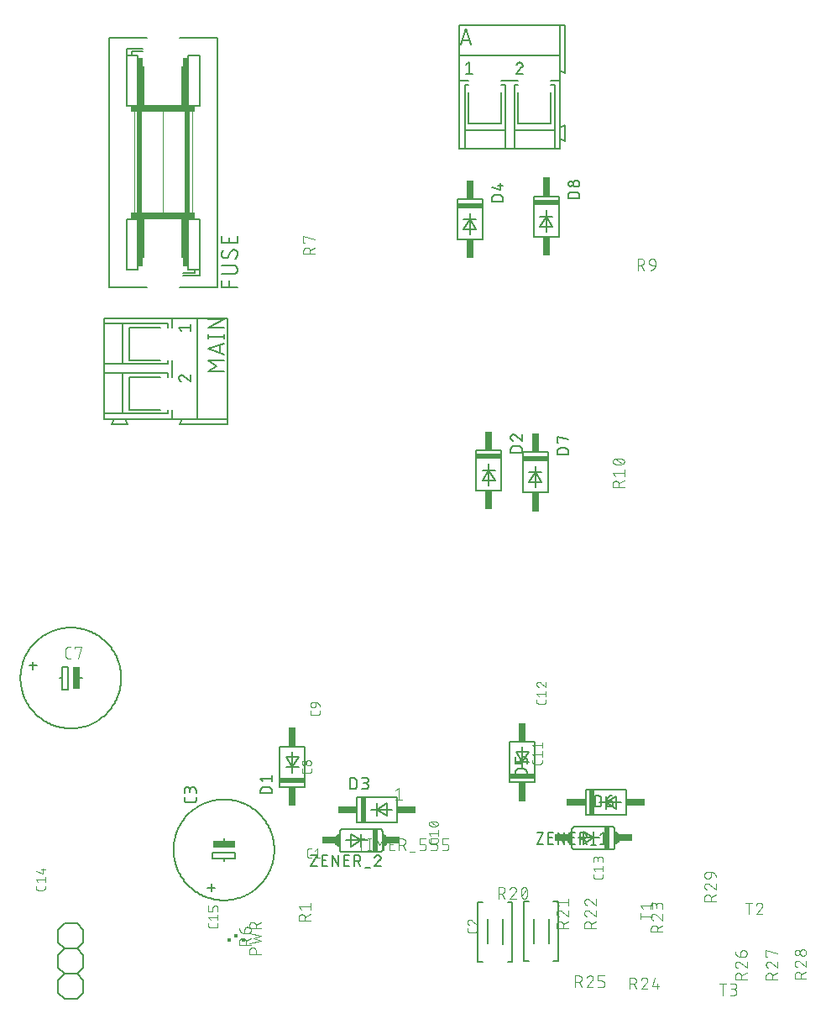
<source format=gto>
G04 EAGLE Gerber RS-274X export*
G75*
%MOMM*%
%FSLAX34Y34*%
%LPD*%
%INSilkscreen Top*%
%IPPOS*%
%AMOC8*
5,1,8,0,0,1.08239X$1,22.5*%
G01*
%ADD10C,0.101600*%
%ADD11C,0.076200*%
%ADD12C,0.152400*%
%ADD13R,0.635000X2.286000*%
%ADD14R,0.325000X0.425000*%
%ADD15R,0.350000X0.350000*%
%ADD16R,2.540000X0.508000*%
%ADD17R,0.762000X1.905000*%
%ADD18C,0.127000*%
%ADD19R,0.508000X2.540000*%
%ADD20R,1.905000X0.762000*%
%ADD21C,0.177800*%
%ADD22R,0.508000X2.286000*%
%ADD23R,1.778000X0.762000*%
%ADD24R,2.286000X0.635000*%
%ADD25C,0.203200*%
%ADD26C,0.050800*%
%ADD27R,1.143000X0.635000*%
%ADD28R,4.064000X0.635000*%
%ADD29R,0.508000X10.160000*%
%ADD30R,0.127000X3.937000*%
%ADD31R,0.508000X4.826000*%


D10*
X390751Y222426D02*
X393996Y225022D01*
X393996Y213338D01*
X390751Y213338D02*
X397242Y213338D01*
X355834Y173722D02*
X355834Y162038D01*
X352588Y173722D02*
X359079Y173722D01*
X364216Y173722D02*
X364216Y162038D01*
X365514Y162038D02*
X362917Y162038D01*
X362917Y173722D02*
X365514Y173722D01*
X370608Y173722D02*
X370608Y162038D01*
X374503Y167231D02*
X370608Y173722D01*
X374503Y167231D02*
X378397Y173722D01*
X378397Y162038D01*
X384234Y162038D02*
X389426Y162038D01*
X384234Y162038D02*
X384234Y173722D01*
X389426Y173722D01*
X388128Y168529D02*
X384234Y168529D01*
X394191Y173722D02*
X394191Y162038D01*
X394191Y173722D02*
X397436Y173722D01*
X397549Y173720D01*
X397662Y173714D01*
X397775Y173704D01*
X397888Y173690D01*
X398000Y173673D01*
X398111Y173651D01*
X398221Y173626D01*
X398331Y173596D01*
X398439Y173563D01*
X398546Y173526D01*
X398652Y173486D01*
X398756Y173441D01*
X398859Y173393D01*
X398960Y173342D01*
X399059Y173287D01*
X399156Y173229D01*
X399251Y173167D01*
X399344Y173102D01*
X399434Y173034D01*
X399522Y172963D01*
X399608Y172888D01*
X399691Y172811D01*
X399771Y172731D01*
X399848Y172648D01*
X399923Y172562D01*
X399994Y172474D01*
X400062Y172384D01*
X400127Y172291D01*
X400189Y172196D01*
X400247Y172099D01*
X400302Y172000D01*
X400353Y171899D01*
X400401Y171796D01*
X400446Y171692D01*
X400486Y171586D01*
X400523Y171479D01*
X400556Y171371D01*
X400586Y171261D01*
X400611Y171151D01*
X400633Y171040D01*
X400650Y170928D01*
X400664Y170815D01*
X400674Y170702D01*
X400680Y170589D01*
X400682Y170476D01*
X400680Y170363D01*
X400674Y170250D01*
X400664Y170137D01*
X400650Y170024D01*
X400633Y169912D01*
X400611Y169801D01*
X400586Y169691D01*
X400556Y169581D01*
X400523Y169473D01*
X400486Y169366D01*
X400446Y169260D01*
X400401Y169156D01*
X400353Y169053D01*
X400302Y168952D01*
X400247Y168853D01*
X400189Y168756D01*
X400127Y168661D01*
X400062Y168568D01*
X399994Y168478D01*
X399923Y168390D01*
X399848Y168304D01*
X399771Y168221D01*
X399691Y168141D01*
X399608Y168064D01*
X399522Y167989D01*
X399434Y167918D01*
X399344Y167850D01*
X399251Y167785D01*
X399156Y167723D01*
X399059Y167665D01*
X398960Y167610D01*
X398859Y167559D01*
X398756Y167511D01*
X398652Y167466D01*
X398546Y167426D01*
X398439Y167389D01*
X398331Y167356D01*
X398221Y167326D01*
X398111Y167301D01*
X398000Y167279D01*
X397888Y167262D01*
X397775Y167248D01*
X397662Y167238D01*
X397549Y167232D01*
X397436Y167230D01*
X397436Y167231D02*
X394191Y167231D01*
X398085Y167231D02*
X400682Y162038D01*
X405053Y160740D02*
X410246Y160740D01*
X414691Y162038D02*
X418586Y162038D01*
X418685Y162040D01*
X418785Y162046D01*
X418884Y162055D01*
X418982Y162068D01*
X419080Y162085D01*
X419178Y162106D01*
X419274Y162131D01*
X419369Y162159D01*
X419463Y162191D01*
X419556Y162226D01*
X419648Y162265D01*
X419738Y162308D01*
X419826Y162353D01*
X419913Y162403D01*
X419997Y162455D01*
X420080Y162511D01*
X420160Y162569D01*
X420238Y162631D01*
X420313Y162696D01*
X420386Y162764D01*
X420456Y162834D01*
X420524Y162907D01*
X420589Y162982D01*
X420651Y163060D01*
X420709Y163140D01*
X420765Y163223D01*
X420817Y163307D01*
X420867Y163394D01*
X420912Y163482D01*
X420955Y163572D01*
X420994Y163664D01*
X421029Y163757D01*
X421061Y163851D01*
X421089Y163946D01*
X421114Y164042D01*
X421135Y164140D01*
X421152Y164238D01*
X421165Y164336D01*
X421174Y164435D01*
X421180Y164535D01*
X421182Y164634D01*
X421182Y165933D01*
X421180Y166032D01*
X421174Y166132D01*
X421165Y166231D01*
X421152Y166329D01*
X421135Y166427D01*
X421114Y166525D01*
X421089Y166621D01*
X421061Y166716D01*
X421029Y166810D01*
X420994Y166903D01*
X420955Y166995D01*
X420912Y167085D01*
X420867Y167173D01*
X420817Y167260D01*
X420765Y167344D01*
X420709Y167427D01*
X420651Y167507D01*
X420589Y167585D01*
X420524Y167660D01*
X420456Y167733D01*
X420386Y167803D01*
X420313Y167871D01*
X420238Y167936D01*
X420160Y167998D01*
X420080Y168056D01*
X419997Y168112D01*
X419913Y168164D01*
X419826Y168214D01*
X419738Y168259D01*
X419648Y168302D01*
X419556Y168341D01*
X419463Y168376D01*
X419369Y168408D01*
X419274Y168436D01*
X419178Y168461D01*
X419080Y168482D01*
X418982Y168499D01*
X418884Y168512D01*
X418785Y168521D01*
X418685Y168527D01*
X418586Y168529D01*
X414691Y168529D01*
X414691Y173722D01*
X421182Y173722D01*
X426121Y162038D02*
X430016Y162038D01*
X430115Y162040D01*
X430215Y162046D01*
X430314Y162055D01*
X430412Y162068D01*
X430510Y162085D01*
X430608Y162106D01*
X430704Y162131D01*
X430799Y162159D01*
X430893Y162191D01*
X430986Y162226D01*
X431078Y162265D01*
X431168Y162308D01*
X431256Y162353D01*
X431343Y162403D01*
X431427Y162455D01*
X431510Y162511D01*
X431590Y162569D01*
X431668Y162631D01*
X431743Y162696D01*
X431816Y162764D01*
X431886Y162834D01*
X431954Y162907D01*
X432019Y162982D01*
X432081Y163060D01*
X432139Y163140D01*
X432195Y163223D01*
X432247Y163307D01*
X432297Y163394D01*
X432342Y163482D01*
X432385Y163572D01*
X432424Y163664D01*
X432459Y163757D01*
X432491Y163851D01*
X432519Y163946D01*
X432544Y164042D01*
X432565Y164140D01*
X432582Y164238D01*
X432595Y164336D01*
X432604Y164435D01*
X432610Y164535D01*
X432612Y164634D01*
X432612Y165933D01*
X432610Y166032D01*
X432604Y166132D01*
X432595Y166231D01*
X432582Y166329D01*
X432565Y166427D01*
X432544Y166525D01*
X432519Y166621D01*
X432491Y166716D01*
X432459Y166810D01*
X432424Y166903D01*
X432385Y166995D01*
X432342Y167085D01*
X432297Y167173D01*
X432247Y167260D01*
X432195Y167344D01*
X432139Y167427D01*
X432081Y167507D01*
X432019Y167585D01*
X431954Y167660D01*
X431886Y167733D01*
X431816Y167803D01*
X431743Y167871D01*
X431668Y167936D01*
X431590Y167998D01*
X431510Y168056D01*
X431427Y168112D01*
X431343Y168164D01*
X431256Y168214D01*
X431168Y168259D01*
X431078Y168302D01*
X430986Y168341D01*
X430893Y168376D01*
X430799Y168408D01*
X430704Y168436D01*
X430608Y168461D01*
X430510Y168482D01*
X430412Y168499D01*
X430314Y168512D01*
X430215Y168521D01*
X430115Y168527D01*
X430016Y168529D01*
X426121Y168529D01*
X426121Y173722D01*
X432612Y173722D01*
X437551Y162038D02*
X441446Y162038D01*
X441545Y162040D01*
X441645Y162046D01*
X441744Y162055D01*
X441842Y162068D01*
X441940Y162085D01*
X442038Y162106D01*
X442134Y162131D01*
X442229Y162159D01*
X442323Y162191D01*
X442416Y162226D01*
X442508Y162265D01*
X442598Y162308D01*
X442686Y162353D01*
X442773Y162403D01*
X442857Y162455D01*
X442940Y162511D01*
X443020Y162569D01*
X443098Y162631D01*
X443173Y162696D01*
X443246Y162764D01*
X443316Y162834D01*
X443384Y162907D01*
X443449Y162982D01*
X443511Y163060D01*
X443569Y163140D01*
X443625Y163223D01*
X443677Y163307D01*
X443727Y163394D01*
X443772Y163482D01*
X443815Y163572D01*
X443854Y163664D01*
X443889Y163757D01*
X443921Y163851D01*
X443949Y163946D01*
X443974Y164042D01*
X443995Y164140D01*
X444012Y164238D01*
X444025Y164336D01*
X444034Y164435D01*
X444040Y164535D01*
X444042Y164634D01*
X444042Y165933D01*
X444040Y166032D01*
X444034Y166132D01*
X444025Y166231D01*
X444012Y166329D01*
X443995Y166427D01*
X443974Y166525D01*
X443949Y166621D01*
X443921Y166716D01*
X443889Y166810D01*
X443854Y166903D01*
X443815Y166995D01*
X443772Y167085D01*
X443727Y167173D01*
X443677Y167260D01*
X443625Y167344D01*
X443569Y167427D01*
X443511Y167507D01*
X443449Y167585D01*
X443384Y167660D01*
X443316Y167733D01*
X443246Y167803D01*
X443173Y167871D01*
X443098Y167936D01*
X443020Y167998D01*
X442940Y168056D01*
X442857Y168112D01*
X442773Y168164D01*
X442686Y168214D01*
X442598Y168259D01*
X442508Y168302D01*
X442416Y168341D01*
X442323Y168376D01*
X442229Y168408D01*
X442134Y168436D01*
X442038Y168461D01*
X441940Y168482D01*
X441842Y168499D01*
X441744Y168512D01*
X441645Y168521D01*
X441545Y168527D01*
X441446Y168529D01*
X437551Y168529D01*
X437551Y173722D01*
X444042Y173722D01*
D11*
X305629Y154471D02*
X303541Y154471D01*
X303452Y154473D01*
X303364Y154479D01*
X303276Y154488D01*
X303188Y154501D01*
X303101Y154518D01*
X303015Y154538D01*
X302930Y154563D01*
X302845Y154590D01*
X302762Y154622D01*
X302681Y154656D01*
X302601Y154695D01*
X302523Y154736D01*
X302446Y154781D01*
X302372Y154829D01*
X302299Y154880D01*
X302229Y154934D01*
X302162Y154992D01*
X302096Y155052D01*
X302034Y155114D01*
X301974Y155180D01*
X301916Y155247D01*
X301862Y155317D01*
X301811Y155390D01*
X301763Y155464D01*
X301718Y155541D01*
X301677Y155619D01*
X301638Y155699D01*
X301604Y155780D01*
X301572Y155863D01*
X301545Y155948D01*
X301520Y156033D01*
X301500Y156119D01*
X301483Y156206D01*
X301470Y156294D01*
X301461Y156382D01*
X301455Y156470D01*
X301453Y156559D01*
X301452Y156559D02*
X301452Y161781D01*
X301453Y161781D02*
X301455Y161872D01*
X301461Y161963D01*
X301471Y162054D01*
X301485Y162144D01*
X301502Y162233D01*
X301524Y162321D01*
X301550Y162409D01*
X301579Y162495D01*
X301612Y162580D01*
X301649Y162663D01*
X301689Y162745D01*
X301733Y162825D01*
X301780Y162903D01*
X301831Y162979D01*
X301884Y163052D01*
X301941Y163123D01*
X302002Y163192D01*
X302065Y163257D01*
X302130Y163320D01*
X302199Y163380D01*
X302270Y163438D01*
X302343Y163491D01*
X302419Y163542D01*
X302497Y163589D01*
X302577Y163633D01*
X302659Y163673D01*
X302742Y163710D01*
X302827Y163743D01*
X302913Y163772D01*
X303001Y163798D01*
X303089Y163820D01*
X303178Y163837D01*
X303268Y163851D01*
X303359Y163861D01*
X303450Y163867D01*
X303541Y163869D01*
X305629Y163869D01*
X309098Y161781D02*
X311708Y163869D01*
X311708Y154471D01*
X309098Y154471D02*
X314319Y154471D01*
X472529Y83429D02*
X472529Y81341D01*
X472527Y81252D01*
X472521Y81164D01*
X472512Y81076D01*
X472499Y80988D01*
X472482Y80901D01*
X472462Y80815D01*
X472437Y80730D01*
X472410Y80645D01*
X472378Y80562D01*
X472344Y80481D01*
X472305Y80401D01*
X472264Y80323D01*
X472219Y80246D01*
X472171Y80172D01*
X472120Y80099D01*
X472066Y80029D01*
X472008Y79962D01*
X471948Y79896D01*
X471886Y79834D01*
X471820Y79774D01*
X471753Y79716D01*
X471683Y79662D01*
X471610Y79611D01*
X471536Y79563D01*
X471459Y79518D01*
X471381Y79477D01*
X471301Y79438D01*
X471220Y79404D01*
X471137Y79372D01*
X471052Y79345D01*
X470967Y79320D01*
X470881Y79300D01*
X470794Y79283D01*
X470706Y79270D01*
X470618Y79261D01*
X470530Y79255D01*
X470441Y79253D01*
X470441Y79252D02*
X465219Y79252D01*
X465128Y79254D01*
X465037Y79260D01*
X464946Y79270D01*
X464856Y79284D01*
X464767Y79302D01*
X464678Y79323D01*
X464591Y79349D01*
X464505Y79378D01*
X464420Y79411D01*
X464336Y79448D01*
X464254Y79488D01*
X464175Y79532D01*
X464097Y79579D01*
X464021Y79630D01*
X463947Y79684D01*
X463876Y79741D01*
X463808Y79801D01*
X463742Y79864D01*
X463679Y79930D01*
X463619Y79998D01*
X463562Y80069D01*
X463508Y80143D01*
X463457Y80219D01*
X463410Y80296D01*
X463366Y80376D01*
X463326Y80458D01*
X463289Y80542D01*
X463256Y80626D01*
X463227Y80713D01*
X463201Y80800D01*
X463180Y80889D01*
X463162Y80978D01*
X463148Y81068D01*
X463138Y81159D01*
X463132Y81250D01*
X463130Y81341D01*
X463131Y81341D02*
X463131Y83429D01*
X463131Y89770D02*
X463133Y89865D01*
X463139Y89959D01*
X463148Y90053D01*
X463161Y90147D01*
X463178Y90240D01*
X463199Y90332D01*
X463224Y90424D01*
X463252Y90514D01*
X463284Y90603D01*
X463319Y90691D01*
X463358Y90777D01*
X463400Y90862D01*
X463446Y90945D01*
X463495Y91026D01*
X463547Y91105D01*
X463602Y91182D01*
X463661Y91256D01*
X463722Y91328D01*
X463786Y91398D01*
X463853Y91465D01*
X463923Y91529D01*
X463995Y91590D01*
X464069Y91649D01*
X464146Y91704D01*
X464225Y91756D01*
X464306Y91805D01*
X464389Y91851D01*
X464474Y91893D01*
X464560Y91932D01*
X464648Y91967D01*
X464737Y91999D01*
X464827Y92027D01*
X464919Y92052D01*
X465011Y92073D01*
X465104Y92090D01*
X465198Y92103D01*
X465292Y92112D01*
X465386Y92118D01*
X465481Y92120D01*
X463131Y89770D02*
X463133Y89662D01*
X463139Y89553D01*
X463149Y89445D01*
X463162Y89338D01*
X463180Y89231D01*
X463201Y89124D01*
X463226Y89019D01*
X463255Y88914D01*
X463287Y88811D01*
X463324Y88709D01*
X463364Y88608D01*
X463407Y88509D01*
X463454Y88411D01*
X463505Y88315D01*
X463559Y88221D01*
X463616Y88129D01*
X463677Y88039D01*
X463741Y87951D01*
X463807Y87866D01*
X463877Y87783D01*
X463950Y87703D01*
X464026Y87625D01*
X464104Y87550D01*
X464185Y87478D01*
X464269Y87409D01*
X464355Y87343D01*
X464443Y87280D01*
X464534Y87221D01*
X464626Y87164D01*
X464721Y87111D01*
X464818Y87062D01*
X464916Y87016D01*
X465015Y86973D01*
X465117Y86934D01*
X465219Y86899D01*
X467309Y91336D02*
X467240Y91405D01*
X467169Y91471D01*
X467096Y91535D01*
X467020Y91596D01*
X466941Y91654D01*
X466861Y91708D01*
X466778Y91760D01*
X466694Y91808D01*
X466608Y91854D01*
X466520Y91895D01*
X466430Y91934D01*
X466339Y91969D01*
X466247Y92000D01*
X466154Y92028D01*
X466060Y92052D01*
X465965Y92072D01*
X465869Y92089D01*
X465772Y92102D01*
X465675Y92111D01*
X465578Y92117D01*
X465481Y92119D01*
X467308Y91336D02*
X472529Y86898D01*
X472529Y92119D01*
D10*
X304592Y91008D02*
X292908Y91008D01*
X292908Y94254D01*
X292910Y94367D01*
X292916Y94480D01*
X292926Y94593D01*
X292940Y94706D01*
X292957Y94818D01*
X292979Y94929D01*
X293004Y95039D01*
X293034Y95149D01*
X293067Y95257D01*
X293104Y95364D01*
X293144Y95470D01*
X293189Y95574D01*
X293237Y95677D01*
X293288Y95778D01*
X293343Y95877D01*
X293401Y95974D01*
X293463Y96069D01*
X293528Y96162D01*
X293596Y96252D01*
X293667Y96340D01*
X293742Y96426D01*
X293819Y96509D01*
X293899Y96589D01*
X293982Y96666D01*
X294068Y96741D01*
X294156Y96812D01*
X294246Y96880D01*
X294339Y96945D01*
X294434Y97007D01*
X294531Y97065D01*
X294630Y97120D01*
X294731Y97171D01*
X294834Y97219D01*
X294938Y97264D01*
X295044Y97304D01*
X295151Y97341D01*
X295259Y97374D01*
X295369Y97404D01*
X295479Y97429D01*
X295590Y97451D01*
X295702Y97468D01*
X295815Y97482D01*
X295928Y97492D01*
X296041Y97498D01*
X296154Y97500D01*
X296267Y97498D01*
X296380Y97492D01*
X296493Y97482D01*
X296606Y97468D01*
X296718Y97451D01*
X296829Y97429D01*
X296939Y97404D01*
X297049Y97374D01*
X297157Y97341D01*
X297264Y97304D01*
X297370Y97264D01*
X297474Y97219D01*
X297577Y97171D01*
X297678Y97120D01*
X297777Y97065D01*
X297874Y97007D01*
X297969Y96945D01*
X298062Y96880D01*
X298152Y96812D01*
X298240Y96741D01*
X298326Y96666D01*
X298409Y96589D01*
X298489Y96509D01*
X298566Y96426D01*
X298641Y96340D01*
X298712Y96252D01*
X298780Y96162D01*
X298845Y96069D01*
X298907Y95974D01*
X298965Y95877D01*
X299020Y95778D01*
X299071Y95677D01*
X299119Y95574D01*
X299164Y95470D01*
X299204Y95364D01*
X299241Y95257D01*
X299274Y95149D01*
X299304Y95039D01*
X299329Y94929D01*
X299351Y94818D01*
X299368Y94706D01*
X299382Y94593D01*
X299392Y94480D01*
X299398Y94367D01*
X299400Y94254D01*
X299399Y94254D02*
X299399Y91008D01*
X299399Y94903D02*
X304592Y97499D01*
X295504Y102364D02*
X292908Y105610D01*
X304592Y105610D01*
X304592Y108855D02*
X304592Y102364D01*
X244892Y66908D02*
X233208Y66908D01*
X233208Y70154D01*
X233210Y70267D01*
X233216Y70380D01*
X233226Y70493D01*
X233240Y70606D01*
X233257Y70718D01*
X233279Y70829D01*
X233304Y70939D01*
X233334Y71049D01*
X233367Y71157D01*
X233404Y71264D01*
X233444Y71370D01*
X233489Y71474D01*
X233537Y71577D01*
X233588Y71678D01*
X233643Y71777D01*
X233701Y71874D01*
X233763Y71969D01*
X233828Y72062D01*
X233896Y72152D01*
X233967Y72240D01*
X234042Y72326D01*
X234119Y72409D01*
X234199Y72489D01*
X234282Y72566D01*
X234368Y72641D01*
X234456Y72712D01*
X234546Y72780D01*
X234639Y72845D01*
X234734Y72907D01*
X234831Y72965D01*
X234930Y73020D01*
X235031Y73071D01*
X235134Y73119D01*
X235238Y73164D01*
X235344Y73204D01*
X235451Y73241D01*
X235559Y73274D01*
X235669Y73304D01*
X235779Y73329D01*
X235890Y73351D01*
X236002Y73368D01*
X236115Y73382D01*
X236228Y73392D01*
X236341Y73398D01*
X236454Y73400D01*
X236567Y73398D01*
X236680Y73392D01*
X236793Y73382D01*
X236906Y73368D01*
X237018Y73351D01*
X237129Y73329D01*
X237239Y73304D01*
X237349Y73274D01*
X237457Y73241D01*
X237564Y73204D01*
X237670Y73164D01*
X237774Y73119D01*
X237877Y73071D01*
X237978Y73020D01*
X238077Y72965D01*
X238174Y72907D01*
X238269Y72845D01*
X238362Y72780D01*
X238452Y72712D01*
X238540Y72641D01*
X238626Y72566D01*
X238709Y72489D01*
X238789Y72409D01*
X238866Y72326D01*
X238941Y72240D01*
X239012Y72152D01*
X239080Y72062D01*
X239145Y71969D01*
X239207Y71874D01*
X239265Y71777D01*
X239320Y71678D01*
X239371Y71577D01*
X239419Y71474D01*
X239464Y71370D01*
X239504Y71264D01*
X239541Y71157D01*
X239574Y71049D01*
X239604Y70939D01*
X239629Y70829D01*
X239651Y70718D01*
X239668Y70606D01*
X239682Y70493D01*
X239692Y70380D01*
X239698Y70267D01*
X239700Y70154D01*
X239699Y70154D02*
X239699Y66908D01*
X239699Y70803D02*
X244892Y73399D01*
X238401Y78264D02*
X238401Y82159D01*
X238403Y82258D01*
X238409Y82358D01*
X238418Y82457D01*
X238431Y82555D01*
X238448Y82653D01*
X238469Y82751D01*
X238494Y82847D01*
X238522Y82942D01*
X238554Y83036D01*
X238589Y83129D01*
X238628Y83221D01*
X238671Y83311D01*
X238716Y83399D01*
X238766Y83486D01*
X238818Y83570D01*
X238874Y83653D01*
X238932Y83733D01*
X238994Y83811D01*
X239059Y83886D01*
X239127Y83959D01*
X239197Y84029D01*
X239270Y84097D01*
X239345Y84162D01*
X239423Y84224D01*
X239503Y84282D01*
X239586Y84338D01*
X239670Y84390D01*
X239757Y84440D01*
X239845Y84485D01*
X239935Y84528D01*
X240027Y84567D01*
X240120Y84602D01*
X240214Y84634D01*
X240309Y84662D01*
X240405Y84687D01*
X240503Y84708D01*
X240601Y84725D01*
X240699Y84738D01*
X240798Y84747D01*
X240898Y84753D01*
X240997Y84755D01*
X241646Y84755D01*
X241646Y84756D02*
X241759Y84754D01*
X241872Y84748D01*
X241985Y84738D01*
X242098Y84724D01*
X242210Y84707D01*
X242321Y84685D01*
X242431Y84660D01*
X242541Y84630D01*
X242649Y84597D01*
X242756Y84560D01*
X242862Y84520D01*
X242966Y84475D01*
X243069Y84427D01*
X243170Y84376D01*
X243269Y84321D01*
X243366Y84263D01*
X243461Y84201D01*
X243554Y84136D01*
X243644Y84068D01*
X243732Y83997D01*
X243818Y83922D01*
X243901Y83845D01*
X243981Y83765D01*
X244058Y83682D01*
X244133Y83596D01*
X244204Y83508D01*
X244272Y83418D01*
X244337Y83325D01*
X244399Y83230D01*
X244457Y83133D01*
X244512Y83034D01*
X244563Y82933D01*
X244611Y82830D01*
X244656Y82726D01*
X244696Y82620D01*
X244733Y82513D01*
X244766Y82405D01*
X244796Y82295D01*
X244821Y82185D01*
X244843Y82074D01*
X244860Y81962D01*
X244874Y81849D01*
X244884Y81736D01*
X244890Y81623D01*
X244892Y81510D01*
X244890Y81397D01*
X244884Y81284D01*
X244874Y81171D01*
X244860Y81058D01*
X244843Y80946D01*
X244821Y80835D01*
X244796Y80725D01*
X244766Y80615D01*
X244733Y80507D01*
X244696Y80400D01*
X244656Y80294D01*
X244611Y80190D01*
X244563Y80087D01*
X244512Y79986D01*
X244457Y79887D01*
X244399Y79790D01*
X244337Y79695D01*
X244272Y79602D01*
X244204Y79512D01*
X244133Y79424D01*
X244058Y79338D01*
X243981Y79255D01*
X243901Y79175D01*
X243818Y79098D01*
X243732Y79023D01*
X243644Y78952D01*
X243554Y78884D01*
X243461Y78819D01*
X243366Y78757D01*
X243269Y78699D01*
X243170Y78644D01*
X243069Y78593D01*
X242966Y78545D01*
X242862Y78500D01*
X242756Y78460D01*
X242649Y78423D01*
X242541Y78390D01*
X242431Y78360D01*
X242321Y78335D01*
X242210Y78313D01*
X242098Y78296D01*
X241985Y78282D01*
X241872Y78272D01*
X241759Y78266D01*
X241646Y78264D01*
X238401Y78264D01*
X238258Y78266D01*
X238115Y78272D01*
X237972Y78282D01*
X237830Y78296D01*
X237688Y78313D01*
X237546Y78335D01*
X237405Y78360D01*
X237265Y78390D01*
X237126Y78423D01*
X236988Y78460D01*
X236851Y78501D01*
X236715Y78545D01*
X236580Y78594D01*
X236447Y78646D01*
X236315Y78701D01*
X236185Y78761D01*
X236056Y78824D01*
X235929Y78890D01*
X235805Y78960D01*
X235682Y79033D01*
X235561Y79110D01*
X235442Y79189D01*
X235326Y79273D01*
X235211Y79359D01*
X235100Y79448D01*
X234991Y79541D01*
X234884Y79636D01*
X234780Y79735D01*
X234679Y79836D01*
X234580Y79940D01*
X234485Y80046D01*
X234392Y80156D01*
X234303Y80267D01*
X234217Y80381D01*
X234134Y80498D01*
X234054Y80617D01*
X233977Y80738D01*
X233904Y80860D01*
X233834Y80985D01*
X233768Y81112D01*
X233705Y81241D01*
X233645Y81371D01*
X233590Y81503D01*
X233538Y81636D01*
X233489Y81771D01*
X233445Y81907D01*
X233404Y82044D01*
X233367Y82182D01*
X233334Y82321D01*
X233304Y82461D01*
X233279Y82602D01*
X233257Y82744D01*
X233240Y82886D01*
X233226Y83028D01*
X233216Y83171D01*
X233210Y83314D01*
X233208Y83457D01*
D12*
X54210Y335700D02*
X51670Y335700D01*
X54210Y335700D02*
X54210Y324270D01*
X60560Y324270D01*
X60560Y347130D01*
X54210Y347130D01*
X54210Y335700D01*
X69450Y335700D02*
X74530Y335700D01*
X25000Y344590D02*
X25000Y352210D01*
X28810Y348400D02*
X21190Y348400D01*
X12300Y335700D02*
X12315Y336947D01*
X12361Y338193D01*
X12438Y339437D01*
X12545Y340679D01*
X12682Y341918D01*
X12850Y343154D01*
X13048Y344385D01*
X13276Y345611D01*
X13534Y346830D01*
X13822Y348043D01*
X14140Y349249D01*
X14487Y350446D01*
X14864Y351635D01*
X15270Y352814D01*
X15704Y353983D01*
X16167Y355140D01*
X16658Y356286D01*
X17177Y357420D01*
X17724Y358540D01*
X18298Y359647D01*
X18900Y360739D01*
X19527Y361816D01*
X20181Y362878D01*
X20861Y363923D01*
X21567Y364951D01*
X22297Y365962D01*
X23052Y366954D01*
X23831Y367927D01*
X24634Y368881D01*
X25460Y369815D01*
X26308Y370729D01*
X27179Y371621D01*
X28071Y372492D01*
X28985Y373340D01*
X29919Y374166D01*
X30873Y374969D01*
X31846Y375748D01*
X32838Y376503D01*
X33849Y377233D01*
X34877Y377939D01*
X35922Y378619D01*
X36984Y379273D01*
X38061Y379900D01*
X39153Y380502D01*
X40260Y381076D01*
X41380Y381623D01*
X42514Y382142D01*
X43660Y382633D01*
X44817Y383096D01*
X45986Y383530D01*
X47165Y383936D01*
X48354Y384313D01*
X49551Y384660D01*
X50757Y384978D01*
X51970Y385266D01*
X53189Y385524D01*
X54415Y385752D01*
X55646Y385950D01*
X56882Y386118D01*
X58121Y386255D01*
X59363Y386362D01*
X60607Y386439D01*
X61853Y386485D01*
X63100Y386500D01*
X64347Y386485D01*
X65593Y386439D01*
X66837Y386362D01*
X68079Y386255D01*
X69318Y386118D01*
X70554Y385950D01*
X71785Y385752D01*
X73011Y385524D01*
X74230Y385266D01*
X75443Y384978D01*
X76649Y384660D01*
X77846Y384313D01*
X79035Y383936D01*
X80214Y383530D01*
X81383Y383096D01*
X82540Y382633D01*
X83686Y382142D01*
X84820Y381623D01*
X85940Y381076D01*
X87047Y380502D01*
X88139Y379900D01*
X89216Y379273D01*
X90278Y378619D01*
X91323Y377939D01*
X92351Y377233D01*
X93362Y376503D01*
X94354Y375748D01*
X95327Y374969D01*
X96281Y374166D01*
X97215Y373340D01*
X98129Y372492D01*
X99021Y371621D01*
X99892Y370729D01*
X100740Y369815D01*
X101566Y368881D01*
X102369Y367927D01*
X103148Y366954D01*
X103903Y365962D01*
X104633Y364951D01*
X105339Y363923D01*
X106019Y362878D01*
X106673Y361816D01*
X107300Y360739D01*
X107902Y359647D01*
X108476Y358540D01*
X109023Y357420D01*
X109542Y356286D01*
X110033Y355140D01*
X110496Y353983D01*
X110930Y352814D01*
X111336Y351635D01*
X111713Y350446D01*
X112060Y349249D01*
X112378Y348043D01*
X112666Y346830D01*
X112924Y345611D01*
X113152Y344385D01*
X113350Y343154D01*
X113518Y341918D01*
X113655Y340679D01*
X113762Y339437D01*
X113839Y338193D01*
X113885Y336947D01*
X113900Y335700D01*
X113885Y334453D01*
X113839Y333207D01*
X113762Y331963D01*
X113655Y330721D01*
X113518Y329482D01*
X113350Y328246D01*
X113152Y327015D01*
X112924Y325789D01*
X112666Y324570D01*
X112378Y323357D01*
X112060Y322151D01*
X111713Y320954D01*
X111336Y319765D01*
X110930Y318586D01*
X110496Y317417D01*
X110033Y316260D01*
X109542Y315114D01*
X109023Y313980D01*
X108476Y312860D01*
X107902Y311753D01*
X107300Y310661D01*
X106673Y309584D01*
X106019Y308522D01*
X105339Y307477D01*
X104633Y306449D01*
X103903Y305438D01*
X103148Y304446D01*
X102369Y303473D01*
X101566Y302519D01*
X100740Y301585D01*
X99892Y300671D01*
X99021Y299779D01*
X98129Y298908D01*
X97215Y298060D01*
X96281Y297234D01*
X95327Y296431D01*
X94354Y295652D01*
X93362Y294897D01*
X92351Y294167D01*
X91323Y293461D01*
X90278Y292781D01*
X89216Y292127D01*
X88139Y291500D01*
X87047Y290898D01*
X85940Y290324D01*
X84820Y289777D01*
X83686Y289258D01*
X82540Y288767D01*
X81383Y288304D01*
X80214Y287870D01*
X79035Y287464D01*
X77846Y287087D01*
X76649Y286740D01*
X75443Y286422D01*
X74230Y286134D01*
X73011Y285876D01*
X71785Y285648D01*
X70554Y285450D01*
X69318Y285282D01*
X68079Y285145D01*
X66837Y285038D01*
X65593Y284961D01*
X64347Y284915D01*
X63100Y284900D01*
X61853Y284915D01*
X60607Y284961D01*
X59363Y285038D01*
X58121Y285145D01*
X56882Y285282D01*
X55646Y285450D01*
X54415Y285648D01*
X53189Y285876D01*
X51970Y286134D01*
X50757Y286422D01*
X49551Y286740D01*
X48354Y287087D01*
X47165Y287464D01*
X45986Y287870D01*
X44817Y288304D01*
X43660Y288767D01*
X42514Y289258D01*
X41380Y289777D01*
X40260Y290324D01*
X39153Y290898D01*
X38061Y291500D01*
X36984Y292127D01*
X35922Y292781D01*
X34877Y293461D01*
X33849Y294167D01*
X32838Y294897D01*
X31846Y295652D01*
X30873Y296431D01*
X29919Y297234D01*
X28985Y298060D01*
X28071Y298908D01*
X27179Y299779D01*
X26308Y300671D01*
X25460Y301585D01*
X24634Y302519D01*
X23831Y303473D01*
X23052Y304446D01*
X22297Y305438D01*
X21567Y306449D01*
X20861Y307477D01*
X20181Y308522D01*
X19527Y309584D01*
X18900Y310661D01*
X18298Y311753D01*
X17724Y312860D01*
X17177Y313980D01*
X16658Y315114D01*
X16167Y316260D01*
X15704Y317417D01*
X15270Y318586D01*
X14864Y319765D01*
X14487Y320954D01*
X14140Y322151D01*
X13822Y323357D01*
X13534Y324570D01*
X13276Y325789D01*
X13048Y327015D01*
X12850Y328246D01*
X12682Y329482D01*
X12545Y330721D01*
X12438Y331963D01*
X12361Y333207D01*
X12315Y334453D01*
X12300Y335700D01*
D13*
X68815Y335700D03*
D10*
X63001Y355358D02*
X60404Y355358D01*
X60305Y355360D01*
X60205Y355366D01*
X60106Y355375D01*
X60008Y355388D01*
X59910Y355405D01*
X59812Y355426D01*
X59716Y355451D01*
X59621Y355479D01*
X59527Y355511D01*
X59434Y355546D01*
X59342Y355585D01*
X59252Y355628D01*
X59164Y355673D01*
X59077Y355723D01*
X58993Y355775D01*
X58910Y355831D01*
X58830Y355889D01*
X58752Y355951D01*
X58677Y356016D01*
X58604Y356084D01*
X58534Y356154D01*
X58466Y356227D01*
X58401Y356302D01*
X58339Y356380D01*
X58281Y356460D01*
X58225Y356543D01*
X58173Y356627D01*
X58123Y356714D01*
X58078Y356802D01*
X58035Y356892D01*
X57996Y356984D01*
X57961Y357077D01*
X57929Y357171D01*
X57901Y357266D01*
X57876Y357362D01*
X57855Y357460D01*
X57838Y357558D01*
X57825Y357656D01*
X57816Y357755D01*
X57810Y357855D01*
X57808Y357954D01*
X57808Y364446D01*
X57810Y364545D01*
X57816Y364645D01*
X57825Y364744D01*
X57838Y364842D01*
X57855Y364940D01*
X57876Y365038D01*
X57901Y365134D01*
X57929Y365229D01*
X57961Y365323D01*
X57996Y365416D01*
X58035Y365508D01*
X58078Y365598D01*
X58123Y365686D01*
X58173Y365773D01*
X58225Y365857D01*
X58281Y365940D01*
X58339Y366020D01*
X58401Y366098D01*
X58466Y366173D01*
X58534Y366246D01*
X58604Y366316D01*
X58677Y366384D01*
X58752Y366449D01*
X58830Y366511D01*
X58910Y366569D01*
X58993Y366625D01*
X59077Y366677D01*
X59164Y366727D01*
X59252Y366772D01*
X59342Y366815D01*
X59434Y366854D01*
X59526Y366889D01*
X59621Y366921D01*
X59716Y366949D01*
X59812Y366974D01*
X59910Y366995D01*
X60008Y367012D01*
X60106Y367025D01*
X60205Y367034D01*
X60305Y367040D01*
X60404Y367042D01*
X63001Y367042D01*
X67366Y367042D02*
X67366Y365744D01*
X67366Y367042D02*
X73857Y367042D01*
X70612Y355358D01*
D14*
X236875Y71975D03*
X223125Y71975D03*
D15*
X230000Y75850D03*
D10*
X243208Y57489D02*
X254892Y57489D01*
X243208Y57489D02*
X243208Y60734D01*
X243210Y60847D01*
X243216Y60960D01*
X243226Y61073D01*
X243240Y61186D01*
X243257Y61298D01*
X243279Y61409D01*
X243304Y61519D01*
X243334Y61629D01*
X243367Y61737D01*
X243404Y61844D01*
X243444Y61950D01*
X243489Y62054D01*
X243537Y62157D01*
X243588Y62258D01*
X243643Y62357D01*
X243701Y62454D01*
X243763Y62549D01*
X243828Y62642D01*
X243896Y62732D01*
X243967Y62820D01*
X244042Y62906D01*
X244119Y62989D01*
X244199Y63069D01*
X244282Y63146D01*
X244368Y63221D01*
X244456Y63292D01*
X244546Y63360D01*
X244639Y63425D01*
X244734Y63487D01*
X244831Y63545D01*
X244930Y63600D01*
X245031Y63651D01*
X245134Y63699D01*
X245238Y63744D01*
X245344Y63784D01*
X245451Y63821D01*
X245559Y63854D01*
X245669Y63884D01*
X245779Y63909D01*
X245890Y63931D01*
X246002Y63948D01*
X246115Y63962D01*
X246228Y63972D01*
X246341Y63978D01*
X246454Y63980D01*
X246567Y63978D01*
X246680Y63972D01*
X246793Y63962D01*
X246906Y63948D01*
X247018Y63931D01*
X247129Y63909D01*
X247239Y63884D01*
X247349Y63854D01*
X247457Y63821D01*
X247564Y63784D01*
X247670Y63744D01*
X247774Y63699D01*
X247877Y63651D01*
X247978Y63600D01*
X248077Y63545D01*
X248174Y63487D01*
X248269Y63425D01*
X248362Y63360D01*
X248452Y63292D01*
X248540Y63221D01*
X248626Y63146D01*
X248709Y63069D01*
X248789Y62989D01*
X248866Y62906D01*
X248941Y62820D01*
X249012Y62732D01*
X249080Y62642D01*
X249145Y62549D01*
X249207Y62454D01*
X249265Y62357D01*
X249320Y62258D01*
X249371Y62157D01*
X249419Y62054D01*
X249464Y61950D01*
X249504Y61844D01*
X249541Y61737D01*
X249574Y61629D01*
X249604Y61519D01*
X249629Y61409D01*
X249651Y61298D01*
X249668Y61186D01*
X249682Y61073D01*
X249692Y60960D01*
X249698Y60847D01*
X249700Y60734D01*
X249699Y60734D02*
X249699Y57489D01*
X243208Y67945D02*
X254892Y70541D01*
X247103Y73138D01*
X254892Y75734D01*
X243208Y78331D01*
X243208Y83301D02*
X254892Y83301D01*
X243208Y83301D02*
X243208Y86546D01*
X243210Y86659D01*
X243216Y86772D01*
X243226Y86885D01*
X243240Y86998D01*
X243257Y87110D01*
X243279Y87221D01*
X243304Y87331D01*
X243334Y87441D01*
X243367Y87549D01*
X243404Y87656D01*
X243444Y87762D01*
X243489Y87866D01*
X243537Y87969D01*
X243588Y88070D01*
X243643Y88169D01*
X243701Y88266D01*
X243763Y88361D01*
X243828Y88454D01*
X243896Y88544D01*
X243967Y88632D01*
X244042Y88718D01*
X244119Y88801D01*
X244199Y88881D01*
X244282Y88958D01*
X244368Y89033D01*
X244456Y89104D01*
X244546Y89172D01*
X244639Y89237D01*
X244734Y89299D01*
X244831Y89357D01*
X244930Y89412D01*
X245031Y89463D01*
X245134Y89511D01*
X245238Y89556D01*
X245344Y89596D01*
X245451Y89633D01*
X245559Y89666D01*
X245669Y89696D01*
X245779Y89721D01*
X245890Y89743D01*
X246002Y89760D01*
X246115Y89774D01*
X246228Y89784D01*
X246341Y89790D01*
X246454Y89792D01*
X246567Y89790D01*
X246680Y89784D01*
X246793Y89774D01*
X246906Y89760D01*
X247018Y89743D01*
X247129Y89721D01*
X247239Y89696D01*
X247349Y89666D01*
X247457Y89633D01*
X247564Y89596D01*
X247670Y89556D01*
X247774Y89511D01*
X247877Y89463D01*
X247978Y89412D01*
X248077Y89357D01*
X248174Y89299D01*
X248269Y89237D01*
X248362Y89172D01*
X248452Y89104D01*
X248540Y89033D01*
X248626Y88958D01*
X248709Y88881D01*
X248789Y88801D01*
X248866Y88718D01*
X248941Y88632D01*
X249012Y88544D01*
X249080Y88454D01*
X249145Y88361D01*
X249207Y88266D01*
X249265Y88169D01*
X249320Y88070D01*
X249371Y87969D01*
X249419Y87866D01*
X249464Y87762D01*
X249504Y87656D01*
X249541Y87549D01*
X249574Y87441D01*
X249604Y87331D01*
X249629Y87221D01*
X249651Y87110D01*
X249668Y86998D01*
X249682Y86885D01*
X249692Y86772D01*
X249698Y86659D01*
X249700Y86546D01*
X249699Y86546D02*
X249699Y83301D01*
X249699Y87196D02*
X254892Y89792D01*
X297708Y763008D02*
X309392Y763008D01*
X297708Y763008D02*
X297708Y766254D01*
X297710Y766367D01*
X297716Y766480D01*
X297726Y766593D01*
X297740Y766706D01*
X297757Y766818D01*
X297779Y766929D01*
X297804Y767039D01*
X297834Y767149D01*
X297867Y767257D01*
X297904Y767364D01*
X297944Y767470D01*
X297989Y767574D01*
X298037Y767677D01*
X298088Y767778D01*
X298143Y767877D01*
X298201Y767974D01*
X298263Y768069D01*
X298328Y768162D01*
X298396Y768252D01*
X298467Y768340D01*
X298542Y768426D01*
X298619Y768509D01*
X298699Y768589D01*
X298782Y768666D01*
X298868Y768741D01*
X298956Y768812D01*
X299046Y768880D01*
X299139Y768945D01*
X299234Y769007D01*
X299331Y769065D01*
X299430Y769120D01*
X299531Y769171D01*
X299634Y769219D01*
X299738Y769264D01*
X299844Y769304D01*
X299951Y769341D01*
X300059Y769374D01*
X300169Y769404D01*
X300279Y769429D01*
X300390Y769451D01*
X300502Y769468D01*
X300615Y769482D01*
X300728Y769492D01*
X300841Y769498D01*
X300954Y769500D01*
X301067Y769498D01*
X301180Y769492D01*
X301293Y769482D01*
X301406Y769468D01*
X301518Y769451D01*
X301629Y769429D01*
X301739Y769404D01*
X301849Y769374D01*
X301957Y769341D01*
X302064Y769304D01*
X302170Y769264D01*
X302274Y769219D01*
X302377Y769171D01*
X302478Y769120D01*
X302577Y769065D01*
X302674Y769007D01*
X302769Y768945D01*
X302862Y768880D01*
X302952Y768812D01*
X303040Y768741D01*
X303126Y768666D01*
X303209Y768589D01*
X303289Y768509D01*
X303366Y768426D01*
X303441Y768340D01*
X303512Y768252D01*
X303580Y768162D01*
X303645Y768069D01*
X303707Y767974D01*
X303765Y767877D01*
X303820Y767778D01*
X303871Y767677D01*
X303919Y767574D01*
X303964Y767470D01*
X304004Y767364D01*
X304041Y767257D01*
X304074Y767149D01*
X304104Y767039D01*
X304129Y766929D01*
X304151Y766818D01*
X304168Y766706D01*
X304182Y766593D01*
X304192Y766480D01*
X304198Y766367D01*
X304200Y766254D01*
X304199Y766254D02*
X304199Y763008D01*
X304199Y766903D02*
X309392Y769499D01*
X299006Y774364D02*
X297708Y774364D01*
X297708Y780855D01*
X309392Y777610D01*
D11*
X305469Y244058D02*
X305469Y241969D01*
X305467Y241880D01*
X305461Y241792D01*
X305452Y241704D01*
X305439Y241616D01*
X305422Y241529D01*
X305402Y241443D01*
X305377Y241358D01*
X305350Y241273D01*
X305318Y241190D01*
X305284Y241109D01*
X305245Y241029D01*
X305204Y240951D01*
X305159Y240874D01*
X305111Y240800D01*
X305060Y240727D01*
X305006Y240657D01*
X304948Y240590D01*
X304888Y240524D01*
X304826Y240462D01*
X304760Y240402D01*
X304693Y240344D01*
X304623Y240290D01*
X304550Y240239D01*
X304476Y240191D01*
X304399Y240146D01*
X304321Y240105D01*
X304241Y240066D01*
X304160Y240032D01*
X304077Y240000D01*
X303992Y239973D01*
X303907Y239948D01*
X303821Y239928D01*
X303734Y239911D01*
X303646Y239898D01*
X303558Y239889D01*
X303470Y239883D01*
X303381Y239881D01*
X298159Y239881D01*
X298068Y239883D01*
X297977Y239889D01*
X297886Y239899D01*
X297796Y239913D01*
X297707Y239931D01*
X297618Y239952D01*
X297531Y239978D01*
X297445Y240007D01*
X297360Y240040D01*
X297276Y240077D01*
X297194Y240117D01*
X297115Y240161D01*
X297037Y240208D01*
X296961Y240259D01*
X296887Y240313D01*
X296816Y240370D01*
X296748Y240430D01*
X296682Y240493D01*
X296619Y240559D01*
X296559Y240627D01*
X296502Y240698D01*
X296448Y240772D01*
X296397Y240848D01*
X296350Y240925D01*
X296306Y241005D01*
X296266Y241087D01*
X296229Y241171D01*
X296196Y241255D01*
X296167Y241342D01*
X296141Y241429D01*
X296120Y241518D01*
X296102Y241607D01*
X296088Y241697D01*
X296078Y241788D01*
X296072Y241879D01*
X296070Y241970D01*
X296071Y241969D02*
X296071Y244058D01*
X302858Y247526D02*
X302757Y247528D01*
X302656Y247534D01*
X302555Y247544D01*
X302455Y247557D01*
X302355Y247575D01*
X302256Y247596D01*
X302158Y247622D01*
X302061Y247651D01*
X301965Y247683D01*
X301871Y247720D01*
X301778Y247760D01*
X301686Y247804D01*
X301597Y247851D01*
X301509Y247902D01*
X301423Y247956D01*
X301340Y248013D01*
X301258Y248073D01*
X301180Y248137D01*
X301103Y248203D01*
X301030Y248273D01*
X300959Y248345D01*
X300891Y248420D01*
X300826Y248498D01*
X300764Y248578D01*
X300705Y248660D01*
X300649Y248745D01*
X300597Y248832D01*
X300548Y248920D01*
X300502Y249011D01*
X300461Y249103D01*
X300422Y249197D01*
X300388Y249292D01*
X300357Y249388D01*
X300330Y249486D01*
X300306Y249584D01*
X300287Y249684D01*
X300271Y249784D01*
X300259Y249884D01*
X300251Y249985D01*
X300247Y250086D01*
X300247Y250188D01*
X300251Y250289D01*
X300259Y250390D01*
X300271Y250490D01*
X300287Y250590D01*
X300306Y250690D01*
X300330Y250788D01*
X300357Y250886D01*
X300388Y250982D01*
X300422Y251077D01*
X300461Y251171D01*
X300502Y251263D01*
X300548Y251354D01*
X300597Y251443D01*
X300649Y251529D01*
X300705Y251614D01*
X300764Y251696D01*
X300826Y251776D01*
X300891Y251854D01*
X300959Y251929D01*
X301030Y252001D01*
X301103Y252071D01*
X301180Y252137D01*
X301258Y252201D01*
X301340Y252261D01*
X301423Y252318D01*
X301509Y252372D01*
X301597Y252423D01*
X301686Y252470D01*
X301778Y252514D01*
X301871Y252554D01*
X301965Y252591D01*
X302061Y252623D01*
X302158Y252652D01*
X302256Y252678D01*
X302355Y252699D01*
X302455Y252717D01*
X302555Y252730D01*
X302656Y252740D01*
X302757Y252746D01*
X302858Y252748D01*
X302959Y252746D01*
X303060Y252740D01*
X303161Y252730D01*
X303261Y252717D01*
X303361Y252699D01*
X303460Y252678D01*
X303558Y252652D01*
X303655Y252623D01*
X303751Y252591D01*
X303845Y252554D01*
X303938Y252514D01*
X304030Y252470D01*
X304119Y252423D01*
X304207Y252372D01*
X304293Y252318D01*
X304376Y252261D01*
X304458Y252201D01*
X304536Y252137D01*
X304613Y252071D01*
X304686Y252001D01*
X304757Y251929D01*
X304825Y251854D01*
X304890Y251776D01*
X304952Y251696D01*
X305011Y251614D01*
X305067Y251529D01*
X305119Y251442D01*
X305168Y251354D01*
X305214Y251263D01*
X305255Y251171D01*
X305294Y251077D01*
X305328Y250982D01*
X305359Y250886D01*
X305386Y250788D01*
X305410Y250690D01*
X305429Y250590D01*
X305445Y250490D01*
X305457Y250390D01*
X305465Y250289D01*
X305469Y250188D01*
X305469Y250086D01*
X305465Y249985D01*
X305457Y249884D01*
X305445Y249784D01*
X305429Y249684D01*
X305410Y249584D01*
X305386Y249486D01*
X305359Y249388D01*
X305328Y249292D01*
X305294Y249197D01*
X305255Y249103D01*
X305214Y249011D01*
X305168Y248920D01*
X305119Y248831D01*
X305067Y248745D01*
X305011Y248660D01*
X304952Y248578D01*
X304890Y248498D01*
X304825Y248420D01*
X304757Y248345D01*
X304686Y248273D01*
X304613Y248203D01*
X304536Y248137D01*
X304458Y248073D01*
X304376Y248013D01*
X304293Y247956D01*
X304207Y247902D01*
X304119Y247851D01*
X304030Y247804D01*
X303938Y247760D01*
X303845Y247720D01*
X303751Y247683D01*
X303655Y247651D01*
X303558Y247622D01*
X303460Y247596D01*
X303361Y247575D01*
X303261Y247557D01*
X303161Y247544D01*
X303060Y247534D01*
X302959Y247528D01*
X302858Y247526D01*
X298159Y248049D02*
X298069Y248051D01*
X297980Y248057D01*
X297890Y248066D01*
X297801Y248080D01*
X297713Y248097D01*
X297626Y248118D01*
X297539Y248143D01*
X297454Y248172D01*
X297370Y248204D01*
X297288Y248239D01*
X297207Y248279D01*
X297128Y248321D01*
X297051Y248367D01*
X296976Y248417D01*
X296903Y248469D01*
X296832Y248525D01*
X296764Y248583D01*
X296699Y248645D01*
X296636Y248709D01*
X296576Y248776D01*
X296519Y248845D01*
X296465Y248917D01*
X296414Y248991D01*
X296366Y249067D01*
X296322Y249145D01*
X296281Y249225D01*
X296243Y249307D01*
X296209Y249390D01*
X296179Y249475D01*
X296152Y249561D01*
X296129Y249647D01*
X296110Y249735D01*
X296095Y249824D01*
X296083Y249913D01*
X296075Y250002D01*
X296071Y250092D01*
X296071Y250182D01*
X296075Y250272D01*
X296083Y250361D01*
X296095Y250450D01*
X296110Y250539D01*
X296129Y250627D01*
X296152Y250713D01*
X296179Y250799D01*
X296209Y250884D01*
X296243Y250967D01*
X296281Y251049D01*
X296322Y251129D01*
X296366Y251207D01*
X296414Y251283D01*
X296465Y251357D01*
X296519Y251429D01*
X296576Y251498D01*
X296636Y251565D01*
X296699Y251629D01*
X296764Y251691D01*
X296832Y251749D01*
X296903Y251805D01*
X296976Y251857D01*
X297051Y251907D01*
X297128Y251953D01*
X297207Y251995D01*
X297288Y252035D01*
X297370Y252070D01*
X297454Y252102D01*
X297539Y252131D01*
X297626Y252156D01*
X297713Y252177D01*
X297801Y252194D01*
X297890Y252208D01*
X297980Y252217D01*
X298069Y252223D01*
X298159Y252225D01*
X298249Y252223D01*
X298338Y252217D01*
X298428Y252208D01*
X298517Y252194D01*
X298605Y252177D01*
X298692Y252156D01*
X298779Y252131D01*
X298864Y252102D01*
X298948Y252070D01*
X299030Y252035D01*
X299111Y251995D01*
X299190Y251953D01*
X299267Y251907D01*
X299342Y251857D01*
X299415Y251805D01*
X299486Y251749D01*
X299554Y251691D01*
X299619Y251629D01*
X299682Y251565D01*
X299742Y251498D01*
X299799Y251429D01*
X299853Y251357D01*
X299904Y251283D01*
X299952Y251207D01*
X299996Y251129D01*
X300037Y251049D01*
X300075Y250967D01*
X300109Y250884D01*
X300139Y250799D01*
X300166Y250713D01*
X300189Y250627D01*
X300208Y250539D01*
X300223Y250450D01*
X300235Y250361D01*
X300243Y250272D01*
X300247Y250182D01*
X300247Y250092D01*
X300243Y250002D01*
X300235Y249913D01*
X300223Y249824D01*
X300208Y249735D01*
X300189Y249647D01*
X300166Y249561D01*
X300139Y249475D01*
X300109Y249390D01*
X300075Y249307D01*
X300037Y249225D01*
X299996Y249145D01*
X299952Y249067D01*
X299904Y248991D01*
X299853Y248917D01*
X299799Y248845D01*
X299742Y248776D01*
X299682Y248709D01*
X299619Y248645D01*
X299554Y248583D01*
X299486Y248525D01*
X299415Y248469D01*
X299342Y248417D01*
X299267Y248367D01*
X299190Y248321D01*
X299111Y248279D01*
X299030Y248239D01*
X298948Y248204D01*
X298864Y248172D01*
X298779Y248143D01*
X298692Y248118D01*
X298605Y248097D01*
X298517Y248080D01*
X298428Y248066D01*
X298338Y248057D01*
X298249Y248051D01*
X298159Y248049D01*
X314069Y300469D02*
X314069Y302558D01*
X314069Y300469D02*
X314067Y300380D01*
X314061Y300292D01*
X314052Y300204D01*
X314039Y300116D01*
X314022Y300029D01*
X314002Y299943D01*
X313977Y299858D01*
X313950Y299773D01*
X313918Y299690D01*
X313884Y299609D01*
X313845Y299529D01*
X313804Y299451D01*
X313759Y299374D01*
X313711Y299300D01*
X313660Y299227D01*
X313606Y299157D01*
X313548Y299090D01*
X313488Y299024D01*
X313426Y298962D01*
X313360Y298902D01*
X313293Y298844D01*
X313223Y298790D01*
X313150Y298739D01*
X313076Y298691D01*
X312999Y298646D01*
X312921Y298605D01*
X312841Y298566D01*
X312760Y298532D01*
X312677Y298500D01*
X312592Y298473D01*
X312507Y298448D01*
X312421Y298428D01*
X312334Y298411D01*
X312246Y298398D01*
X312158Y298389D01*
X312070Y298383D01*
X311981Y298381D01*
X306759Y298381D01*
X306668Y298383D01*
X306577Y298389D01*
X306486Y298399D01*
X306396Y298413D01*
X306307Y298431D01*
X306218Y298452D01*
X306131Y298478D01*
X306045Y298507D01*
X305960Y298540D01*
X305876Y298577D01*
X305794Y298617D01*
X305715Y298661D01*
X305637Y298708D01*
X305561Y298759D01*
X305487Y298813D01*
X305416Y298870D01*
X305348Y298930D01*
X305282Y298993D01*
X305219Y299059D01*
X305159Y299127D01*
X305102Y299198D01*
X305048Y299272D01*
X304997Y299348D01*
X304950Y299425D01*
X304906Y299505D01*
X304866Y299587D01*
X304829Y299671D01*
X304796Y299755D01*
X304767Y299842D01*
X304741Y299929D01*
X304720Y300018D01*
X304702Y300107D01*
X304688Y300197D01*
X304678Y300288D01*
X304672Y300379D01*
X304670Y300470D01*
X304671Y300469D02*
X304671Y302558D01*
X309892Y308115D02*
X309892Y311248D01*
X309892Y308115D02*
X309890Y308026D01*
X309884Y307938D01*
X309875Y307850D01*
X309862Y307762D01*
X309845Y307675D01*
X309825Y307589D01*
X309800Y307504D01*
X309773Y307419D01*
X309741Y307336D01*
X309707Y307255D01*
X309668Y307175D01*
X309627Y307097D01*
X309582Y307020D01*
X309534Y306946D01*
X309483Y306873D01*
X309429Y306803D01*
X309371Y306736D01*
X309311Y306670D01*
X309249Y306608D01*
X309183Y306548D01*
X309116Y306490D01*
X309046Y306436D01*
X308973Y306385D01*
X308899Y306337D01*
X308822Y306292D01*
X308744Y306251D01*
X308664Y306212D01*
X308583Y306178D01*
X308500Y306146D01*
X308415Y306119D01*
X308330Y306094D01*
X308244Y306074D01*
X308157Y306057D01*
X308069Y306044D01*
X307981Y306035D01*
X307893Y306029D01*
X307804Y306027D01*
X307282Y306027D01*
X307282Y306026D02*
X307181Y306028D01*
X307080Y306034D01*
X306979Y306044D01*
X306879Y306057D01*
X306779Y306075D01*
X306680Y306096D01*
X306582Y306122D01*
X306485Y306151D01*
X306389Y306183D01*
X306295Y306220D01*
X306202Y306260D01*
X306110Y306304D01*
X306021Y306351D01*
X305933Y306402D01*
X305847Y306456D01*
X305764Y306513D01*
X305682Y306573D01*
X305604Y306637D01*
X305527Y306703D01*
X305454Y306773D01*
X305383Y306845D01*
X305315Y306920D01*
X305250Y306998D01*
X305188Y307078D01*
X305129Y307160D01*
X305073Y307245D01*
X305021Y307332D01*
X304972Y307420D01*
X304926Y307511D01*
X304885Y307603D01*
X304846Y307697D01*
X304812Y307792D01*
X304781Y307888D01*
X304754Y307986D01*
X304730Y308084D01*
X304711Y308184D01*
X304695Y308284D01*
X304683Y308384D01*
X304675Y308485D01*
X304671Y308586D01*
X304671Y308688D01*
X304675Y308789D01*
X304683Y308890D01*
X304695Y308990D01*
X304711Y309090D01*
X304730Y309190D01*
X304754Y309288D01*
X304781Y309386D01*
X304812Y309482D01*
X304846Y309577D01*
X304885Y309671D01*
X304926Y309763D01*
X304972Y309854D01*
X305021Y309943D01*
X305073Y310029D01*
X305129Y310114D01*
X305188Y310196D01*
X305250Y310276D01*
X305315Y310354D01*
X305383Y310429D01*
X305454Y310501D01*
X305527Y310571D01*
X305604Y310637D01*
X305682Y310701D01*
X305764Y310761D01*
X305847Y310818D01*
X305933Y310872D01*
X306021Y310923D01*
X306110Y310970D01*
X306202Y311014D01*
X306295Y311054D01*
X306389Y311091D01*
X306485Y311123D01*
X306582Y311152D01*
X306680Y311178D01*
X306779Y311199D01*
X306879Y311217D01*
X306979Y311230D01*
X307080Y311240D01*
X307181Y311246D01*
X307282Y311248D01*
X309892Y311248D01*
X310018Y311246D01*
X310144Y311240D01*
X310270Y311231D01*
X310395Y311218D01*
X310520Y311200D01*
X310645Y311180D01*
X310769Y311155D01*
X310892Y311127D01*
X311014Y311095D01*
X311135Y311059D01*
X311255Y311020D01*
X311373Y310977D01*
X311490Y310930D01*
X311606Y310880D01*
X311721Y310826D01*
X311833Y310770D01*
X311944Y310709D01*
X312053Y310646D01*
X312160Y310579D01*
X312265Y310509D01*
X312368Y310435D01*
X312468Y310359D01*
X312566Y310280D01*
X312662Y310198D01*
X312755Y310112D01*
X312846Y310025D01*
X312933Y309934D01*
X313019Y309841D01*
X313101Y309745D01*
X313180Y309647D01*
X313256Y309547D01*
X313330Y309444D01*
X313400Y309339D01*
X313467Y309232D01*
X313530Y309123D01*
X313591Y309012D01*
X313647Y308900D01*
X313701Y308785D01*
X313751Y308669D01*
X313798Y308552D01*
X313841Y308434D01*
X313880Y308314D01*
X313916Y308193D01*
X313948Y308071D01*
X313976Y307948D01*
X314001Y307824D01*
X314021Y307699D01*
X314039Y307574D01*
X314052Y307449D01*
X314061Y307323D01*
X314067Y307197D01*
X314069Y307071D01*
D12*
X299300Y266620D02*
X299300Y225980D01*
X299300Y266620D02*
X273900Y266620D01*
X273900Y225980D01*
X299300Y225980D01*
X286600Y239950D02*
X286600Y246300D01*
X280250Y256460D02*
X292950Y256460D01*
X286600Y246300D01*
X286600Y261540D01*
X280250Y256460D02*
X286600Y246300D01*
X280250Y246300D01*
X286600Y246300D02*
X292950Y246300D01*
D16*
X286600Y232330D03*
D17*
X286600Y276145D03*
X286600Y216455D03*
D18*
X265965Y219435D02*
X254535Y219435D01*
X254535Y222610D01*
X254537Y222721D01*
X254543Y222831D01*
X254552Y222942D01*
X254566Y223052D01*
X254583Y223161D01*
X254604Y223270D01*
X254629Y223378D01*
X254658Y223485D01*
X254690Y223591D01*
X254726Y223696D01*
X254766Y223799D01*
X254809Y223901D01*
X254856Y224002D01*
X254907Y224101D01*
X254960Y224198D01*
X255017Y224292D01*
X255078Y224385D01*
X255141Y224476D01*
X255208Y224565D01*
X255278Y224651D01*
X255351Y224734D01*
X255426Y224816D01*
X255504Y224894D01*
X255586Y224969D01*
X255669Y225042D01*
X255755Y225112D01*
X255844Y225179D01*
X255935Y225242D01*
X256028Y225303D01*
X256123Y225360D01*
X256219Y225413D01*
X256318Y225464D01*
X256419Y225511D01*
X256521Y225554D01*
X256624Y225594D01*
X256729Y225630D01*
X256835Y225662D01*
X256942Y225691D01*
X257050Y225716D01*
X257159Y225737D01*
X257268Y225754D01*
X257378Y225768D01*
X257489Y225777D01*
X257599Y225783D01*
X257710Y225785D01*
X262790Y225785D01*
X262901Y225783D01*
X263011Y225777D01*
X263122Y225768D01*
X263232Y225754D01*
X263341Y225737D01*
X263450Y225716D01*
X263558Y225691D01*
X263665Y225662D01*
X263771Y225630D01*
X263876Y225594D01*
X263979Y225554D01*
X264081Y225511D01*
X264182Y225464D01*
X264281Y225413D01*
X264378Y225360D01*
X264472Y225303D01*
X264565Y225242D01*
X264656Y225179D01*
X264745Y225112D01*
X264831Y225042D01*
X264914Y224969D01*
X264996Y224894D01*
X265074Y224816D01*
X265149Y224734D01*
X265222Y224651D01*
X265292Y224565D01*
X265359Y224476D01*
X265422Y224385D01*
X265483Y224292D01*
X265540Y224198D01*
X265593Y224101D01*
X265644Y224002D01*
X265691Y223901D01*
X265734Y223799D01*
X265774Y223696D01*
X265810Y223591D01*
X265842Y223485D01*
X265871Y223378D01*
X265896Y223270D01*
X265917Y223161D01*
X265934Y223052D01*
X265948Y222942D01*
X265957Y222831D01*
X265963Y222721D01*
X265965Y222610D01*
X265965Y219435D01*
X257075Y231246D02*
X254535Y234421D01*
X265965Y234421D01*
X265965Y231246D02*
X265965Y237596D01*
D12*
X351680Y190300D02*
X392320Y190300D01*
X392320Y215700D01*
X351680Y215700D01*
X351680Y190300D01*
X365650Y203000D02*
X372000Y203000D01*
X382160Y209350D02*
X382160Y196650D01*
X372000Y203000D01*
X387240Y203000D01*
X382160Y209350D02*
X372000Y203000D01*
X372000Y209350D01*
X372000Y203000D02*
X372000Y196650D01*
D19*
X358030Y203000D03*
D20*
X401845Y203000D03*
X342155Y203000D03*
D18*
X345135Y223635D02*
X345135Y235065D01*
X348310Y235065D01*
X348421Y235063D01*
X348531Y235057D01*
X348642Y235048D01*
X348752Y235034D01*
X348861Y235017D01*
X348970Y234996D01*
X349078Y234971D01*
X349185Y234942D01*
X349291Y234910D01*
X349396Y234874D01*
X349499Y234834D01*
X349601Y234791D01*
X349702Y234744D01*
X349801Y234693D01*
X349898Y234640D01*
X349992Y234583D01*
X350085Y234522D01*
X350176Y234459D01*
X350265Y234392D01*
X350351Y234322D01*
X350434Y234249D01*
X350516Y234174D01*
X350594Y234096D01*
X350669Y234014D01*
X350742Y233931D01*
X350812Y233845D01*
X350879Y233756D01*
X350942Y233665D01*
X351003Y233572D01*
X351060Y233478D01*
X351113Y233381D01*
X351164Y233282D01*
X351211Y233181D01*
X351254Y233079D01*
X351294Y232976D01*
X351330Y232871D01*
X351362Y232765D01*
X351391Y232658D01*
X351416Y232550D01*
X351437Y232441D01*
X351454Y232332D01*
X351468Y232222D01*
X351477Y232111D01*
X351483Y232001D01*
X351485Y231890D01*
X351485Y226810D01*
X351483Y226699D01*
X351477Y226589D01*
X351468Y226478D01*
X351454Y226368D01*
X351437Y226259D01*
X351416Y226150D01*
X351391Y226042D01*
X351362Y225935D01*
X351330Y225829D01*
X351294Y225724D01*
X351254Y225621D01*
X351211Y225519D01*
X351164Y225418D01*
X351113Y225319D01*
X351060Y225222D01*
X351003Y225128D01*
X350942Y225035D01*
X350879Y224944D01*
X350812Y224855D01*
X350742Y224769D01*
X350669Y224686D01*
X350594Y224604D01*
X350516Y224526D01*
X350434Y224451D01*
X350351Y224378D01*
X350265Y224308D01*
X350176Y224241D01*
X350085Y224178D01*
X349992Y224117D01*
X349898Y224060D01*
X349801Y224007D01*
X349702Y223956D01*
X349601Y223909D01*
X349499Y223866D01*
X349396Y223826D01*
X349291Y223790D01*
X349185Y223758D01*
X349078Y223729D01*
X348970Y223704D01*
X348861Y223683D01*
X348752Y223666D01*
X348642Y223652D01*
X348531Y223643D01*
X348421Y223637D01*
X348310Y223635D01*
X345135Y223635D01*
X356946Y223635D02*
X360121Y223635D01*
X360232Y223637D01*
X360342Y223643D01*
X360453Y223652D01*
X360563Y223666D01*
X360672Y223683D01*
X360781Y223704D01*
X360889Y223729D01*
X360996Y223758D01*
X361102Y223790D01*
X361207Y223826D01*
X361310Y223866D01*
X361412Y223909D01*
X361513Y223956D01*
X361612Y224007D01*
X361709Y224060D01*
X361803Y224117D01*
X361896Y224178D01*
X361987Y224241D01*
X362076Y224308D01*
X362162Y224378D01*
X362245Y224451D01*
X362327Y224526D01*
X362405Y224604D01*
X362480Y224686D01*
X362553Y224769D01*
X362623Y224855D01*
X362690Y224944D01*
X362753Y225035D01*
X362814Y225128D01*
X362871Y225222D01*
X362924Y225319D01*
X362975Y225418D01*
X363022Y225519D01*
X363065Y225621D01*
X363105Y225724D01*
X363141Y225829D01*
X363173Y225935D01*
X363202Y226042D01*
X363227Y226150D01*
X363248Y226259D01*
X363265Y226368D01*
X363279Y226478D01*
X363288Y226589D01*
X363294Y226699D01*
X363296Y226810D01*
X363294Y226921D01*
X363288Y227031D01*
X363279Y227142D01*
X363265Y227252D01*
X363248Y227361D01*
X363227Y227470D01*
X363202Y227578D01*
X363173Y227685D01*
X363141Y227791D01*
X363105Y227896D01*
X363065Y227999D01*
X363022Y228101D01*
X362975Y228202D01*
X362924Y228301D01*
X362871Y228397D01*
X362814Y228492D01*
X362753Y228585D01*
X362690Y228676D01*
X362623Y228765D01*
X362553Y228851D01*
X362480Y228934D01*
X362405Y229016D01*
X362327Y229094D01*
X362245Y229169D01*
X362162Y229242D01*
X362076Y229312D01*
X361987Y229379D01*
X361896Y229442D01*
X361803Y229503D01*
X361709Y229560D01*
X361612Y229613D01*
X361513Y229664D01*
X361412Y229711D01*
X361310Y229754D01*
X361207Y229794D01*
X361102Y229830D01*
X360996Y229862D01*
X360889Y229891D01*
X360781Y229916D01*
X360672Y229937D01*
X360563Y229954D01*
X360453Y229968D01*
X360342Y229977D01*
X360232Y229983D01*
X360121Y229985D01*
X360756Y235065D02*
X356946Y235065D01*
X360756Y235065D02*
X360856Y235063D01*
X360955Y235057D01*
X361055Y235047D01*
X361153Y235034D01*
X361252Y235016D01*
X361349Y234995D01*
X361445Y234970D01*
X361541Y234941D01*
X361635Y234908D01*
X361728Y234872D01*
X361819Y234832D01*
X361909Y234788D01*
X361997Y234741D01*
X362083Y234691D01*
X362167Y234637D01*
X362249Y234580D01*
X362328Y234520D01*
X362406Y234456D01*
X362480Y234390D01*
X362552Y234321D01*
X362621Y234249D01*
X362687Y234175D01*
X362751Y234097D01*
X362811Y234018D01*
X362868Y233936D01*
X362922Y233852D01*
X362972Y233766D01*
X363019Y233678D01*
X363063Y233588D01*
X363103Y233497D01*
X363139Y233404D01*
X363172Y233310D01*
X363201Y233214D01*
X363226Y233118D01*
X363247Y233021D01*
X363265Y232922D01*
X363278Y232824D01*
X363288Y232724D01*
X363294Y232625D01*
X363296Y232525D01*
X363294Y232425D01*
X363288Y232326D01*
X363278Y232226D01*
X363265Y232128D01*
X363247Y232029D01*
X363226Y231932D01*
X363201Y231836D01*
X363172Y231740D01*
X363139Y231646D01*
X363103Y231553D01*
X363063Y231462D01*
X363019Y231372D01*
X362972Y231284D01*
X362922Y231198D01*
X362868Y231114D01*
X362811Y231032D01*
X362751Y230953D01*
X362687Y230875D01*
X362621Y230801D01*
X362552Y230729D01*
X362480Y230660D01*
X362406Y230594D01*
X362328Y230530D01*
X362249Y230470D01*
X362167Y230413D01*
X362083Y230359D01*
X361997Y230309D01*
X361909Y230262D01*
X361819Y230218D01*
X361728Y230178D01*
X361635Y230142D01*
X361541Y230109D01*
X361445Y230080D01*
X361349Y230055D01*
X361252Y230034D01*
X361153Y230016D01*
X361055Y230003D01*
X360955Y229993D01*
X360856Y229987D01*
X360756Y229985D01*
X358216Y229985D01*
D11*
X433569Y173458D02*
X433569Y171369D01*
X433567Y171280D01*
X433561Y171192D01*
X433552Y171104D01*
X433539Y171016D01*
X433522Y170929D01*
X433502Y170843D01*
X433477Y170758D01*
X433450Y170673D01*
X433418Y170590D01*
X433384Y170509D01*
X433345Y170429D01*
X433304Y170351D01*
X433259Y170274D01*
X433211Y170200D01*
X433160Y170127D01*
X433106Y170057D01*
X433048Y169990D01*
X432988Y169924D01*
X432926Y169862D01*
X432860Y169802D01*
X432793Y169744D01*
X432723Y169690D01*
X432650Y169639D01*
X432576Y169591D01*
X432499Y169546D01*
X432421Y169505D01*
X432341Y169466D01*
X432260Y169432D01*
X432177Y169400D01*
X432092Y169373D01*
X432007Y169348D01*
X431921Y169328D01*
X431834Y169311D01*
X431746Y169298D01*
X431658Y169289D01*
X431570Y169283D01*
X431481Y169281D01*
X426259Y169281D01*
X426168Y169283D01*
X426077Y169289D01*
X425986Y169299D01*
X425896Y169313D01*
X425807Y169331D01*
X425718Y169352D01*
X425631Y169378D01*
X425545Y169407D01*
X425460Y169440D01*
X425376Y169477D01*
X425294Y169517D01*
X425215Y169561D01*
X425137Y169608D01*
X425061Y169659D01*
X424987Y169713D01*
X424916Y169770D01*
X424848Y169830D01*
X424782Y169893D01*
X424719Y169959D01*
X424659Y170027D01*
X424602Y170098D01*
X424548Y170172D01*
X424497Y170248D01*
X424450Y170325D01*
X424406Y170405D01*
X424366Y170487D01*
X424329Y170571D01*
X424296Y170655D01*
X424267Y170742D01*
X424241Y170829D01*
X424220Y170918D01*
X424202Y171007D01*
X424188Y171097D01*
X424178Y171188D01*
X424172Y171279D01*
X424170Y171370D01*
X424171Y171369D02*
X424171Y173458D01*
X426259Y176927D02*
X424171Y179537D01*
X433569Y179537D01*
X433569Y176927D02*
X433569Y182148D01*
X428870Y186070D02*
X428685Y186072D01*
X428500Y186079D01*
X428316Y186090D01*
X428132Y186105D01*
X427948Y186125D01*
X427764Y186149D01*
X427582Y186178D01*
X427400Y186211D01*
X427219Y186248D01*
X427039Y186290D01*
X426859Y186336D01*
X426681Y186386D01*
X426505Y186440D01*
X426329Y186499D01*
X426155Y186561D01*
X425983Y186628D01*
X425812Y186699D01*
X425643Y186774D01*
X425476Y186853D01*
X425396Y186883D01*
X425317Y186916D01*
X425240Y186953D01*
X425164Y186993D01*
X425090Y187036D01*
X425018Y187082D01*
X424949Y187132D01*
X424881Y187184D01*
X424816Y187240D01*
X424753Y187298D01*
X424694Y187360D01*
X424636Y187423D01*
X424582Y187490D01*
X424531Y187558D01*
X424483Y187629D01*
X424438Y187702D01*
X424396Y187776D01*
X424358Y187853D01*
X424323Y187931D01*
X424291Y188010D01*
X424263Y188091D01*
X424239Y188173D01*
X424218Y188257D01*
X424201Y188340D01*
X424188Y188425D01*
X424179Y188510D01*
X424173Y188595D01*
X424171Y188681D01*
X424173Y188767D01*
X424179Y188852D01*
X424188Y188937D01*
X424201Y189022D01*
X424218Y189105D01*
X424239Y189189D01*
X424263Y189271D01*
X424291Y189352D01*
X424323Y189431D01*
X424358Y189509D01*
X424396Y189586D01*
X424438Y189660D01*
X424483Y189733D01*
X424531Y189804D01*
X424582Y189872D01*
X424636Y189939D01*
X424694Y190002D01*
X424753Y190064D01*
X424816Y190122D01*
X424881Y190178D01*
X424949Y190230D01*
X425018Y190280D01*
X425090Y190326D01*
X425164Y190369D01*
X425240Y190409D01*
X425317Y190446D01*
X425396Y190479D01*
X425476Y190509D01*
X425643Y190588D01*
X425812Y190663D01*
X425983Y190734D01*
X426155Y190801D01*
X426329Y190863D01*
X426505Y190922D01*
X426681Y190976D01*
X426859Y191026D01*
X427039Y191072D01*
X427219Y191114D01*
X427400Y191151D01*
X427582Y191184D01*
X427764Y191213D01*
X427948Y191237D01*
X428132Y191257D01*
X428316Y191272D01*
X428500Y191283D01*
X428685Y191290D01*
X428870Y191292D01*
X428870Y186071D02*
X429055Y186073D01*
X429240Y186080D01*
X429424Y186091D01*
X429608Y186106D01*
X429792Y186126D01*
X429976Y186150D01*
X430158Y186179D01*
X430340Y186212D01*
X430521Y186249D01*
X430701Y186291D01*
X430881Y186337D01*
X431059Y186387D01*
X431235Y186441D01*
X431411Y186500D01*
X431585Y186562D01*
X431757Y186629D01*
X431928Y186700D01*
X432097Y186775D01*
X432264Y186854D01*
X432264Y186853D02*
X432344Y186883D01*
X432423Y186916D01*
X432500Y186953D01*
X432576Y186993D01*
X432650Y187036D01*
X432722Y187082D01*
X432791Y187132D01*
X432859Y187185D01*
X432924Y187240D01*
X432987Y187299D01*
X433046Y187360D01*
X433104Y187423D01*
X433158Y187490D01*
X433209Y187558D01*
X433257Y187629D01*
X433302Y187702D01*
X433344Y187776D01*
X433382Y187853D01*
X433417Y187931D01*
X433449Y188010D01*
X433477Y188091D01*
X433501Y188173D01*
X433522Y188257D01*
X433539Y188340D01*
X433552Y188425D01*
X433561Y188510D01*
X433567Y188595D01*
X433569Y188681D01*
X432264Y190509D02*
X432097Y190588D01*
X431928Y190663D01*
X431757Y190734D01*
X431585Y190801D01*
X431411Y190863D01*
X431235Y190922D01*
X431059Y190976D01*
X430881Y191026D01*
X430701Y191072D01*
X430521Y191114D01*
X430340Y191151D01*
X430158Y191184D01*
X429976Y191213D01*
X429792Y191237D01*
X429608Y191257D01*
X429424Y191272D01*
X429240Y191283D01*
X429055Y191290D01*
X428870Y191292D01*
X432264Y190509D02*
X432344Y190479D01*
X432423Y190446D01*
X432500Y190409D01*
X432576Y190369D01*
X432650Y190326D01*
X432722Y190280D01*
X432791Y190230D01*
X432859Y190178D01*
X432924Y190122D01*
X432987Y190064D01*
X433046Y190002D01*
X433104Y189939D01*
X433158Y189872D01*
X433209Y189804D01*
X433257Y189733D01*
X433302Y189660D01*
X433344Y189586D01*
X433382Y189509D01*
X433417Y189431D01*
X433449Y189352D01*
X433477Y189271D01*
X433501Y189189D01*
X433522Y189105D01*
X433539Y189022D01*
X433552Y188937D01*
X433561Y188852D01*
X433567Y188767D01*
X433569Y188681D01*
X431481Y186593D02*
X426259Y190770D01*
D10*
X634788Y746698D02*
X634768Y758382D01*
X638013Y758388D01*
X638127Y758386D01*
X638240Y758380D01*
X638353Y758371D01*
X638465Y758357D01*
X638577Y758340D01*
X638688Y758318D01*
X638799Y758293D01*
X638908Y758264D01*
X639017Y758231D01*
X639124Y758194D01*
X639230Y758154D01*
X639334Y758110D01*
X639437Y758062D01*
X639538Y758011D01*
X639637Y757956D01*
X639734Y757898D01*
X639829Y757836D01*
X639922Y757771D01*
X640013Y757703D01*
X640101Y757632D01*
X640187Y757558D01*
X640270Y757481D01*
X640350Y757401D01*
X640427Y757318D01*
X640502Y757233D01*
X640573Y757145D01*
X640642Y757055D01*
X640707Y756962D01*
X640769Y756867D01*
X640827Y756770D01*
X640882Y756671D01*
X640934Y756570D01*
X640982Y756467D01*
X641027Y756363D01*
X641067Y756258D01*
X641104Y756150D01*
X641138Y756042D01*
X641167Y755933D01*
X641193Y755822D01*
X641215Y755711D01*
X641233Y755599D01*
X641247Y755487D01*
X641257Y755374D01*
X641263Y755261D01*
X641265Y755148D01*
X641263Y755034D01*
X641257Y754921D01*
X641248Y754808D01*
X641234Y754696D01*
X641217Y754584D01*
X641195Y754473D01*
X641170Y754362D01*
X641141Y754253D01*
X641108Y754144D01*
X641071Y754037D01*
X641031Y753931D01*
X640987Y753827D01*
X640939Y753724D01*
X640888Y753623D01*
X640833Y753524D01*
X640775Y753427D01*
X640713Y753332D01*
X640648Y753239D01*
X640580Y753148D01*
X640509Y753060D01*
X640435Y752974D01*
X640358Y752891D01*
X640278Y752811D01*
X640195Y752734D01*
X640110Y752659D01*
X640022Y752588D01*
X639932Y752519D01*
X639839Y752454D01*
X639744Y752392D01*
X639647Y752334D01*
X639548Y752279D01*
X639447Y752227D01*
X639344Y752179D01*
X639240Y752134D01*
X639135Y752094D01*
X639027Y752057D01*
X638919Y752023D01*
X638810Y751994D01*
X638699Y751968D01*
X638588Y751946D01*
X638476Y751928D01*
X638364Y751914D01*
X638251Y751904D01*
X638138Y751898D01*
X638025Y751896D01*
X638024Y751897D02*
X634779Y751891D01*
X638673Y751898D02*
X641279Y746709D01*
X648732Y751915D02*
X652626Y751922D01*
X648732Y751916D02*
X648632Y751918D01*
X648533Y751923D01*
X648434Y751933D01*
X648335Y751946D01*
X648237Y751963D01*
X648140Y751983D01*
X648043Y752008D01*
X647948Y752036D01*
X647854Y752067D01*
X647761Y752103D01*
X647669Y752141D01*
X647579Y752184D01*
X647491Y752229D01*
X647404Y752278D01*
X647320Y752331D01*
X647237Y752386D01*
X647157Y752445D01*
X647079Y752506D01*
X647003Y752571D01*
X646930Y752638D01*
X646860Y752709D01*
X646792Y752781D01*
X646727Y752857D01*
X646665Y752935D01*
X646606Y753015D01*
X646550Y753097D01*
X646498Y753182D01*
X646449Y753268D01*
X646403Y753356D01*
X646360Y753446D01*
X646321Y753537D01*
X646285Y753630D01*
X646253Y753724D01*
X646225Y753820D01*
X646200Y753916D01*
X646179Y754013D01*
X646162Y754111D01*
X646149Y754210D01*
X646139Y754309D01*
X646133Y754408D01*
X646131Y754507D01*
X646129Y755156D01*
X646131Y755270D01*
X646137Y755383D01*
X646146Y755496D01*
X646160Y755608D01*
X646177Y755720D01*
X646199Y755831D01*
X646224Y755942D01*
X646253Y756051D01*
X646286Y756160D01*
X646323Y756267D01*
X646363Y756373D01*
X646407Y756477D01*
X646455Y756580D01*
X646506Y756681D01*
X646561Y756780D01*
X646619Y756877D01*
X646681Y756972D01*
X646746Y757065D01*
X646814Y757156D01*
X646885Y757244D01*
X646959Y757330D01*
X647036Y757413D01*
X647116Y757493D01*
X647199Y757570D01*
X647284Y757645D01*
X647372Y757716D01*
X647462Y757785D01*
X647555Y757850D01*
X647650Y757912D01*
X647747Y757970D01*
X647846Y758025D01*
X647947Y758077D01*
X648050Y758125D01*
X648154Y758170D01*
X648259Y758210D01*
X648367Y758247D01*
X648475Y758281D01*
X648584Y758310D01*
X648695Y758336D01*
X648806Y758358D01*
X648918Y758376D01*
X649030Y758390D01*
X649143Y758400D01*
X649256Y758406D01*
X649369Y758408D01*
X649483Y758406D01*
X649596Y758400D01*
X649709Y758391D01*
X649821Y758377D01*
X649933Y758360D01*
X650044Y758338D01*
X650155Y758313D01*
X650264Y758284D01*
X650373Y758251D01*
X650480Y758214D01*
X650586Y758174D01*
X650690Y758130D01*
X650793Y758082D01*
X650894Y758031D01*
X650993Y757976D01*
X651090Y757918D01*
X651185Y757856D01*
X651278Y757791D01*
X651369Y757723D01*
X651457Y757652D01*
X651543Y757578D01*
X651626Y757501D01*
X651706Y757421D01*
X651783Y757338D01*
X651858Y757253D01*
X651929Y757165D01*
X651998Y757075D01*
X652063Y756982D01*
X652125Y756887D01*
X652183Y756790D01*
X652238Y756691D01*
X652290Y756590D01*
X652338Y756487D01*
X652382Y756383D01*
X652423Y756278D01*
X652460Y756170D01*
X652494Y756062D01*
X652523Y755953D01*
X652549Y755842D01*
X652571Y755731D01*
X652589Y755619D01*
X652603Y755507D01*
X652613Y755394D01*
X652619Y755281D01*
X652621Y755168D01*
X652626Y751922D01*
X652624Y751779D01*
X652619Y751636D01*
X652609Y751493D01*
X652595Y751351D01*
X652578Y751209D01*
X652557Y751067D01*
X652531Y750926D01*
X652502Y750786D01*
X652469Y750647D01*
X652433Y750509D01*
X652392Y750371D01*
X652348Y750235D01*
X652299Y750101D01*
X652248Y749967D01*
X652192Y749835D01*
X652133Y749705D01*
X652071Y749576D01*
X652004Y749449D01*
X651935Y749324D01*
X651862Y749201D01*
X651785Y749080D01*
X651706Y748961D01*
X651623Y748845D01*
X651537Y748731D01*
X651447Y748619D01*
X651355Y748509D01*
X651260Y748403D01*
X651162Y748298D01*
X651061Y748197D01*
X650957Y748099D01*
X650850Y748003D01*
X650741Y747910D01*
X650630Y747821D01*
X650516Y747734D01*
X650399Y747651D01*
X650281Y747571D01*
X650160Y747494D01*
X650037Y747420D01*
X649913Y747350D01*
X649786Y747284D01*
X649657Y747221D01*
X649527Y747161D01*
X649396Y747105D01*
X649262Y747053D01*
X649128Y747004D01*
X648992Y746959D01*
X648855Y746918D01*
X648717Y746881D01*
X648577Y746848D01*
X648437Y746818D01*
X648297Y746792D01*
X648155Y746770D01*
X648013Y746753D01*
X647871Y746738D01*
X647728Y746728D01*
X647585Y746722D01*
X647442Y746720D01*
X621292Y527908D02*
X609608Y527908D01*
X609608Y531154D01*
X609610Y531267D01*
X609616Y531380D01*
X609626Y531493D01*
X609640Y531606D01*
X609657Y531718D01*
X609679Y531829D01*
X609704Y531939D01*
X609734Y532049D01*
X609767Y532157D01*
X609804Y532264D01*
X609844Y532370D01*
X609889Y532474D01*
X609937Y532577D01*
X609988Y532678D01*
X610043Y532777D01*
X610101Y532874D01*
X610163Y532969D01*
X610228Y533062D01*
X610296Y533152D01*
X610367Y533240D01*
X610442Y533326D01*
X610519Y533409D01*
X610599Y533489D01*
X610682Y533566D01*
X610768Y533641D01*
X610856Y533712D01*
X610946Y533780D01*
X611039Y533845D01*
X611134Y533907D01*
X611231Y533965D01*
X611330Y534020D01*
X611431Y534071D01*
X611534Y534119D01*
X611638Y534164D01*
X611744Y534204D01*
X611851Y534241D01*
X611959Y534274D01*
X612069Y534304D01*
X612179Y534329D01*
X612290Y534351D01*
X612402Y534368D01*
X612515Y534382D01*
X612628Y534392D01*
X612741Y534398D01*
X612854Y534400D01*
X612967Y534398D01*
X613080Y534392D01*
X613193Y534382D01*
X613306Y534368D01*
X613418Y534351D01*
X613529Y534329D01*
X613639Y534304D01*
X613749Y534274D01*
X613857Y534241D01*
X613964Y534204D01*
X614070Y534164D01*
X614174Y534119D01*
X614277Y534071D01*
X614378Y534020D01*
X614477Y533965D01*
X614574Y533907D01*
X614669Y533845D01*
X614762Y533780D01*
X614852Y533712D01*
X614940Y533641D01*
X615026Y533566D01*
X615109Y533489D01*
X615189Y533409D01*
X615266Y533326D01*
X615341Y533240D01*
X615412Y533152D01*
X615480Y533062D01*
X615545Y532969D01*
X615607Y532874D01*
X615665Y532777D01*
X615720Y532678D01*
X615771Y532577D01*
X615819Y532474D01*
X615864Y532370D01*
X615904Y532264D01*
X615941Y532157D01*
X615974Y532049D01*
X616004Y531939D01*
X616029Y531829D01*
X616051Y531718D01*
X616068Y531606D01*
X616082Y531493D01*
X616092Y531380D01*
X616098Y531267D01*
X616100Y531154D01*
X616099Y531154D02*
X616099Y527908D01*
X616099Y531803D02*
X621292Y534399D01*
X612204Y539264D02*
X609608Y542510D01*
X621292Y542510D01*
X621292Y545755D02*
X621292Y539264D01*
X615450Y550694D02*
X615220Y550697D01*
X614990Y550705D01*
X614761Y550719D01*
X614532Y550738D01*
X614303Y550763D01*
X614075Y550793D01*
X613848Y550828D01*
X613622Y550869D01*
X613397Y550915D01*
X613173Y550967D01*
X612950Y551024D01*
X612729Y551086D01*
X612509Y551154D01*
X612291Y551227D01*
X612075Y551305D01*
X611861Y551388D01*
X611649Y551476D01*
X611438Y551569D01*
X611231Y551668D01*
X611141Y551701D01*
X611052Y551737D01*
X610964Y551777D01*
X610879Y551821D01*
X610795Y551868D01*
X610713Y551918D01*
X610633Y551972D01*
X610556Y552028D01*
X610480Y552088D01*
X610407Y552151D01*
X610337Y552216D01*
X610269Y552285D01*
X610205Y552356D01*
X610143Y552429D01*
X610084Y552505D01*
X610028Y552583D01*
X609975Y552664D01*
X609926Y552746D01*
X609880Y552830D01*
X609837Y552917D01*
X609798Y553004D01*
X609762Y553094D01*
X609730Y553184D01*
X609702Y553276D01*
X609677Y553369D01*
X609656Y553463D01*
X609639Y553557D01*
X609625Y553652D01*
X609616Y553748D01*
X609610Y553844D01*
X609608Y553940D01*
X609610Y554036D01*
X609616Y554132D01*
X609625Y554228D01*
X609639Y554323D01*
X609656Y554417D01*
X609677Y554511D01*
X609702Y554604D01*
X609730Y554696D01*
X609762Y554786D01*
X609798Y554876D01*
X609837Y554964D01*
X609880Y555050D01*
X609926Y555134D01*
X609975Y555216D01*
X610028Y555297D01*
X610084Y555375D01*
X610143Y555451D01*
X610205Y555524D01*
X610269Y555595D01*
X610337Y555664D01*
X610407Y555729D01*
X610480Y555792D01*
X610556Y555852D01*
X610633Y555908D01*
X610713Y555962D01*
X610795Y556012D01*
X610879Y556059D01*
X610964Y556103D01*
X611052Y556143D01*
X611141Y556179D01*
X611231Y556212D01*
X611438Y556311D01*
X611649Y556404D01*
X611861Y556492D01*
X612075Y556575D01*
X612291Y556653D01*
X612509Y556726D01*
X612729Y556794D01*
X612950Y556856D01*
X613173Y556913D01*
X613397Y556965D01*
X613622Y557011D01*
X613848Y557052D01*
X614075Y557087D01*
X614303Y557117D01*
X614532Y557142D01*
X614761Y557161D01*
X614990Y557175D01*
X615220Y557183D01*
X615450Y557186D01*
X615450Y550694D02*
X615680Y550697D01*
X615910Y550705D01*
X616139Y550719D01*
X616368Y550738D01*
X616597Y550763D01*
X616825Y550793D01*
X617052Y550828D01*
X617278Y550869D01*
X617503Y550915D01*
X617727Y550967D01*
X617950Y551024D01*
X618171Y551086D01*
X618391Y551154D01*
X618609Y551227D01*
X618825Y551305D01*
X619039Y551388D01*
X619251Y551476D01*
X619462Y551569D01*
X619669Y551668D01*
X619759Y551701D01*
X619848Y551737D01*
X619936Y551778D01*
X620021Y551821D01*
X620105Y551868D01*
X620187Y551918D01*
X620267Y551972D01*
X620344Y552028D01*
X620420Y552088D01*
X620493Y552151D01*
X620563Y552216D01*
X620631Y552285D01*
X620695Y552356D01*
X620757Y552429D01*
X620816Y552505D01*
X620872Y552583D01*
X620925Y552664D01*
X620974Y552746D01*
X621020Y552830D01*
X621063Y552917D01*
X621102Y553004D01*
X621138Y553094D01*
X621170Y553184D01*
X621198Y553276D01*
X621223Y553369D01*
X621244Y553463D01*
X621261Y553557D01*
X621275Y553652D01*
X621284Y553748D01*
X621290Y553844D01*
X621292Y553940D01*
X619669Y556212D02*
X619462Y556311D01*
X619251Y556404D01*
X619039Y556492D01*
X618825Y556575D01*
X618609Y556653D01*
X618391Y556726D01*
X618171Y556794D01*
X617950Y556856D01*
X617727Y556913D01*
X617503Y556965D01*
X617278Y557011D01*
X617052Y557052D01*
X616825Y557087D01*
X616597Y557117D01*
X616368Y557142D01*
X616139Y557161D01*
X615910Y557175D01*
X615680Y557183D01*
X615450Y557186D01*
X619669Y556212D02*
X619759Y556179D01*
X619848Y556143D01*
X619936Y556103D01*
X620021Y556059D01*
X620105Y556012D01*
X620187Y555962D01*
X620267Y555908D01*
X620344Y555852D01*
X620420Y555792D01*
X620493Y555729D01*
X620563Y555664D01*
X620631Y555595D01*
X620695Y555524D01*
X620757Y555451D01*
X620816Y555375D01*
X620872Y555297D01*
X620925Y555216D01*
X620974Y555134D01*
X621020Y555050D01*
X621063Y554963D01*
X621102Y554876D01*
X621138Y554786D01*
X621170Y554696D01*
X621198Y554604D01*
X621223Y554511D01*
X621244Y554417D01*
X621261Y554323D01*
X621275Y554228D01*
X621284Y554132D01*
X621290Y554036D01*
X621292Y553940D01*
X618696Y551343D02*
X612204Y556536D01*
D11*
X538269Y253058D02*
X538269Y250969D01*
X538267Y250880D01*
X538261Y250792D01*
X538252Y250704D01*
X538239Y250616D01*
X538222Y250529D01*
X538202Y250443D01*
X538177Y250358D01*
X538150Y250273D01*
X538118Y250190D01*
X538084Y250109D01*
X538045Y250029D01*
X538004Y249951D01*
X537959Y249874D01*
X537911Y249800D01*
X537860Y249727D01*
X537806Y249657D01*
X537748Y249590D01*
X537688Y249524D01*
X537626Y249462D01*
X537560Y249402D01*
X537493Y249344D01*
X537423Y249290D01*
X537350Y249239D01*
X537276Y249191D01*
X537199Y249146D01*
X537121Y249105D01*
X537041Y249066D01*
X536960Y249032D01*
X536877Y249000D01*
X536792Y248973D01*
X536707Y248948D01*
X536621Y248928D01*
X536534Y248911D01*
X536446Y248898D01*
X536358Y248889D01*
X536270Y248883D01*
X536181Y248881D01*
X530959Y248881D01*
X530868Y248883D01*
X530777Y248889D01*
X530686Y248899D01*
X530596Y248913D01*
X530507Y248931D01*
X530418Y248952D01*
X530331Y248978D01*
X530245Y249007D01*
X530160Y249040D01*
X530076Y249077D01*
X529994Y249117D01*
X529915Y249161D01*
X529837Y249208D01*
X529761Y249259D01*
X529687Y249313D01*
X529616Y249370D01*
X529548Y249430D01*
X529482Y249493D01*
X529419Y249559D01*
X529359Y249627D01*
X529302Y249698D01*
X529248Y249772D01*
X529197Y249848D01*
X529150Y249925D01*
X529106Y250005D01*
X529066Y250087D01*
X529029Y250171D01*
X528996Y250255D01*
X528967Y250342D01*
X528941Y250429D01*
X528920Y250518D01*
X528902Y250607D01*
X528888Y250697D01*
X528878Y250788D01*
X528872Y250879D01*
X528870Y250970D01*
X528871Y250969D02*
X528871Y253058D01*
X530959Y256527D02*
X528871Y259137D01*
X538269Y259137D01*
X538269Y256527D02*
X538269Y261748D01*
X530959Y265671D02*
X528871Y268281D01*
X538269Y268281D01*
X538269Y265671D02*
X538269Y270892D01*
X542169Y311869D02*
X542169Y313958D01*
X542169Y311869D02*
X542167Y311780D01*
X542161Y311692D01*
X542152Y311604D01*
X542139Y311516D01*
X542122Y311429D01*
X542102Y311343D01*
X542077Y311258D01*
X542050Y311173D01*
X542018Y311090D01*
X541984Y311009D01*
X541945Y310929D01*
X541904Y310851D01*
X541859Y310774D01*
X541811Y310700D01*
X541760Y310627D01*
X541706Y310557D01*
X541648Y310490D01*
X541588Y310424D01*
X541526Y310362D01*
X541460Y310302D01*
X541393Y310244D01*
X541323Y310190D01*
X541250Y310139D01*
X541176Y310091D01*
X541099Y310046D01*
X541021Y310005D01*
X540941Y309966D01*
X540860Y309932D01*
X540777Y309900D01*
X540692Y309873D01*
X540607Y309848D01*
X540521Y309828D01*
X540434Y309811D01*
X540346Y309798D01*
X540258Y309789D01*
X540170Y309783D01*
X540081Y309781D01*
X534859Y309781D01*
X534768Y309783D01*
X534677Y309789D01*
X534586Y309799D01*
X534496Y309813D01*
X534407Y309831D01*
X534318Y309852D01*
X534231Y309878D01*
X534145Y309907D01*
X534060Y309940D01*
X533976Y309977D01*
X533894Y310017D01*
X533815Y310061D01*
X533737Y310108D01*
X533661Y310159D01*
X533587Y310213D01*
X533516Y310270D01*
X533448Y310330D01*
X533382Y310393D01*
X533319Y310459D01*
X533259Y310527D01*
X533202Y310598D01*
X533148Y310672D01*
X533097Y310748D01*
X533050Y310825D01*
X533006Y310905D01*
X532966Y310987D01*
X532929Y311071D01*
X532896Y311155D01*
X532867Y311242D01*
X532841Y311329D01*
X532820Y311418D01*
X532802Y311507D01*
X532788Y311597D01*
X532778Y311688D01*
X532772Y311779D01*
X532770Y311870D01*
X532771Y311869D02*
X532771Y313958D01*
X534859Y317427D02*
X532771Y320037D01*
X542169Y320037D01*
X542169Y317427D02*
X542169Y322648D01*
X535121Y331792D02*
X535026Y331790D01*
X534932Y331784D01*
X534838Y331775D01*
X534744Y331762D01*
X534651Y331745D01*
X534559Y331724D01*
X534467Y331699D01*
X534377Y331671D01*
X534288Y331639D01*
X534200Y331604D01*
X534114Y331565D01*
X534029Y331523D01*
X533946Y331477D01*
X533865Y331428D01*
X533786Y331376D01*
X533709Y331321D01*
X533635Y331262D01*
X533563Y331201D01*
X533493Y331137D01*
X533426Y331070D01*
X533362Y331000D01*
X533301Y330928D01*
X533242Y330854D01*
X533187Y330777D01*
X533135Y330698D01*
X533086Y330617D01*
X533040Y330534D01*
X532998Y330449D01*
X532959Y330363D01*
X532924Y330275D01*
X532892Y330186D01*
X532864Y330096D01*
X532839Y330004D01*
X532818Y329912D01*
X532801Y329819D01*
X532788Y329725D01*
X532779Y329631D01*
X532773Y329537D01*
X532771Y329442D01*
X532773Y329334D01*
X532779Y329225D01*
X532789Y329117D01*
X532802Y329010D01*
X532820Y328903D01*
X532841Y328796D01*
X532866Y328691D01*
X532895Y328586D01*
X532927Y328483D01*
X532964Y328381D01*
X533004Y328280D01*
X533047Y328181D01*
X533094Y328083D01*
X533145Y327987D01*
X533199Y327893D01*
X533256Y327801D01*
X533317Y327711D01*
X533381Y327623D01*
X533447Y327538D01*
X533517Y327455D01*
X533590Y327375D01*
X533666Y327297D01*
X533744Y327222D01*
X533825Y327150D01*
X533909Y327081D01*
X533995Y327015D01*
X534083Y326952D01*
X534174Y326893D01*
X534266Y326836D01*
X534361Y326783D01*
X534458Y326734D01*
X534556Y326688D01*
X534655Y326645D01*
X534757Y326606D01*
X534859Y326571D01*
X536949Y331009D02*
X536880Y331078D01*
X536809Y331144D01*
X536736Y331208D01*
X536660Y331269D01*
X536581Y331327D01*
X536501Y331381D01*
X536418Y331433D01*
X536334Y331481D01*
X536248Y331527D01*
X536160Y331568D01*
X536070Y331607D01*
X535979Y331642D01*
X535887Y331673D01*
X535794Y331701D01*
X535700Y331725D01*
X535605Y331745D01*
X535509Y331762D01*
X535412Y331775D01*
X535315Y331784D01*
X535218Y331790D01*
X535121Y331792D01*
X536948Y331009D02*
X542169Y326571D01*
X542169Y331792D01*
D12*
X531400Y271020D02*
X531400Y230380D01*
X531400Y271020D02*
X506000Y271020D01*
X506000Y230380D01*
X531400Y230380D01*
X518700Y244350D02*
X518700Y250700D01*
X512350Y260860D02*
X525050Y260860D01*
X518700Y250700D01*
X518700Y265940D01*
X512350Y260860D02*
X518700Y250700D01*
X512350Y250700D01*
X518700Y250700D02*
X525050Y250700D01*
D16*
X518700Y236730D03*
D17*
X518700Y280545D03*
X518700Y220855D03*
D18*
X523065Y237835D02*
X511635Y237835D01*
X511635Y241010D01*
X511637Y241121D01*
X511643Y241231D01*
X511652Y241342D01*
X511666Y241452D01*
X511683Y241561D01*
X511704Y241670D01*
X511729Y241778D01*
X511758Y241885D01*
X511790Y241991D01*
X511826Y242096D01*
X511866Y242199D01*
X511909Y242301D01*
X511956Y242402D01*
X512007Y242501D01*
X512060Y242598D01*
X512117Y242692D01*
X512178Y242785D01*
X512241Y242876D01*
X512308Y242965D01*
X512378Y243051D01*
X512451Y243134D01*
X512526Y243216D01*
X512604Y243294D01*
X512686Y243369D01*
X512769Y243442D01*
X512855Y243512D01*
X512944Y243579D01*
X513035Y243642D01*
X513128Y243703D01*
X513223Y243760D01*
X513319Y243813D01*
X513418Y243864D01*
X513519Y243911D01*
X513621Y243954D01*
X513724Y243994D01*
X513829Y244030D01*
X513935Y244062D01*
X514042Y244091D01*
X514150Y244116D01*
X514259Y244137D01*
X514368Y244154D01*
X514478Y244168D01*
X514589Y244177D01*
X514699Y244183D01*
X514810Y244185D01*
X519890Y244185D01*
X520001Y244183D01*
X520111Y244177D01*
X520222Y244168D01*
X520332Y244154D01*
X520441Y244137D01*
X520550Y244116D01*
X520658Y244091D01*
X520765Y244062D01*
X520871Y244030D01*
X520976Y243994D01*
X521079Y243954D01*
X521181Y243911D01*
X521282Y243864D01*
X521381Y243813D01*
X521478Y243760D01*
X521572Y243703D01*
X521665Y243642D01*
X521756Y243579D01*
X521845Y243512D01*
X521931Y243442D01*
X522014Y243369D01*
X522096Y243294D01*
X522174Y243216D01*
X522249Y243134D01*
X522322Y243051D01*
X522392Y242965D01*
X522459Y242876D01*
X522522Y242785D01*
X522583Y242692D01*
X522640Y242598D01*
X522693Y242501D01*
X522744Y242402D01*
X522791Y242301D01*
X522834Y242199D01*
X522874Y242096D01*
X522910Y241991D01*
X522942Y241885D01*
X522971Y241778D01*
X522996Y241670D01*
X523017Y241561D01*
X523034Y241452D01*
X523048Y241342D01*
X523057Y241231D01*
X523063Y241121D01*
X523065Y241010D01*
X523065Y237835D01*
X523065Y249646D02*
X523065Y253456D01*
X523063Y253556D01*
X523057Y253655D01*
X523047Y253755D01*
X523034Y253853D01*
X523016Y253952D01*
X522995Y254049D01*
X522970Y254145D01*
X522941Y254241D01*
X522908Y254335D01*
X522872Y254428D01*
X522832Y254519D01*
X522788Y254609D01*
X522741Y254697D01*
X522691Y254783D01*
X522637Y254867D01*
X522580Y254949D01*
X522520Y255028D01*
X522456Y255106D01*
X522390Y255180D01*
X522321Y255252D01*
X522249Y255321D01*
X522175Y255387D01*
X522097Y255451D01*
X522018Y255511D01*
X521936Y255568D01*
X521852Y255622D01*
X521766Y255672D01*
X521678Y255719D01*
X521588Y255763D01*
X521497Y255803D01*
X521404Y255839D01*
X521310Y255872D01*
X521214Y255901D01*
X521118Y255926D01*
X521021Y255947D01*
X520922Y255965D01*
X520824Y255978D01*
X520724Y255988D01*
X520625Y255994D01*
X520525Y255996D01*
X519255Y255996D01*
X519155Y255994D01*
X519056Y255988D01*
X518956Y255978D01*
X518858Y255965D01*
X518759Y255947D01*
X518662Y255926D01*
X518566Y255901D01*
X518470Y255872D01*
X518376Y255839D01*
X518283Y255803D01*
X518192Y255763D01*
X518102Y255719D01*
X518014Y255672D01*
X517928Y255622D01*
X517844Y255568D01*
X517762Y255511D01*
X517683Y255451D01*
X517605Y255387D01*
X517531Y255321D01*
X517459Y255252D01*
X517390Y255180D01*
X517324Y255106D01*
X517260Y255028D01*
X517200Y254949D01*
X517143Y254867D01*
X517089Y254783D01*
X517039Y254697D01*
X516992Y254609D01*
X516948Y254519D01*
X516908Y254428D01*
X516872Y254335D01*
X516839Y254241D01*
X516810Y254145D01*
X516785Y254049D01*
X516764Y253952D01*
X516746Y253853D01*
X516733Y253755D01*
X516723Y253655D01*
X516717Y253556D01*
X516715Y253456D01*
X516715Y249646D01*
X511635Y249646D01*
X511635Y255996D01*
D12*
X582280Y197500D02*
X622920Y197500D01*
X622920Y222900D01*
X582280Y222900D01*
X582280Y197500D01*
X596250Y210200D02*
X602600Y210200D01*
X612760Y216550D02*
X612760Y203850D01*
X602600Y210200D01*
X617840Y210200D01*
X612760Y216550D02*
X602600Y210200D01*
X602600Y216550D01*
X602600Y210200D02*
X602600Y203850D01*
D19*
X588630Y210200D03*
D20*
X632445Y210200D03*
X572755Y210200D03*
D18*
X591735Y205835D02*
X591735Y217265D01*
X594910Y217265D01*
X595021Y217263D01*
X595131Y217257D01*
X595242Y217248D01*
X595352Y217234D01*
X595461Y217217D01*
X595570Y217196D01*
X595678Y217171D01*
X595785Y217142D01*
X595891Y217110D01*
X595996Y217074D01*
X596099Y217034D01*
X596201Y216991D01*
X596302Y216944D01*
X596401Y216893D01*
X596498Y216840D01*
X596592Y216783D01*
X596685Y216722D01*
X596776Y216659D01*
X596865Y216592D01*
X596951Y216522D01*
X597034Y216449D01*
X597116Y216374D01*
X597194Y216296D01*
X597269Y216214D01*
X597342Y216131D01*
X597412Y216045D01*
X597479Y215956D01*
X597542Y215865D01*
X597603Y215772D01*
X597660Y215678D01*
X597713Y215581D01*
X597764Y215482D01*
X597811Y215381D01*
X597854Y215279D01*
X597894Y215176D01*
X597930Y215071D01*
X597962Y214965D01*
X597991Y214858D01*
X598016Y214750D01*
X598037Y214641D01*
X598054Y214532D01*
X598068Y214422D01*
X598077Y214311D01*
X598083Y214201D01*
X598085Y214090D01*
X598085Y209010D01*
X598083Y208899D01*
X598077Y208789D01*
X598068Y208678D01*
X598054Y208568D01*
X598037Y208459D01*
X598016Y208350D01*
X597991Y208242D01*
X597962Y208135D01*
X597930Y208029D01*
X597894Y207924D01*
X597854Y207821D01*
X597811Y207719D01*
X597764Y207618D01*
X597713Y207519D01*
X597660Y207422D01*
X597603Y207328D01*
X597542Y207235D01*
X597479Y207144D01*
X597412Y207055D01*
X597342Y206969D01*
X597269Y206886D01*
X597194Y206804D01*
X597116Y206726D01*
X597034Y206651D01*
X596951Y206578D01*
X596865Y206508D01*
X596776Y206441D01*
X596685Y206378D01*
X596592Y206317D01*
X596498Y206260D01*
X596401Y206207D01*
X596302Y206156D01*
X596201Y206109D01*
X596099Y206066D01*
X595996Y206026D01*
X595891Y205990D01*
X595785Y205958D01*
X595678Y205929D01*
X595570Y205904D01*
X595461Y205883D01*
X595352Y205866D01*
X595242Y205852D01*
X595131Y205843D01*
X595021Y205837D01*
X594910Y205835D01*
X591735Y205835D01*
X603546Y212185D02*
X607356Y212185D01*
X607456Y212183D01*
X607555Y212177D01*
X607655Y212167D01*
X607753Y212154D01*
X607852Y212136D01*
X607949Y212115D01*
X608045Y212090D01*
X608141Y212061D01*
X608235Y212028D01*
X608328Y211992D01*
X608419Y211952D01*
X608509Y211908D01*
X608597Y211861D01*
X608683Y211811D01*
X608767Y211757D01*
X608849Y211700D01*
X608928Y211640D01*
X609006Y211576D01*
X609080Y211510D01*
X609152Y211441D01*
X609221Y211369D01*
X609287Y211295D01*
X609351Y211217D01*
X609411Y211138D01*
X609468Y211056D01*
X609522Y210972D01*
X609572Y210886D01*
X609619Y210798D01*
X609663Y210708D01*
X609703Y210617D01*
X609739Y210524D01*
X609772Y210430D01*
X609801Y210334D01*
X609826Y210238D01*
X609847Y210141D01*
X609865Y210042D01*
X609878Y209944D01*
X609888Y209844D01*
X609894Y209745D01*
X609896Y209645D01*
X609896Y209010D01*
X609894Y208899D01*
X609888Y208789D01*
X609879Y208678D01*
X609865Y208568D01*
X609848Y208459D01*
X609827Y208350D01*
X609802Y208242D01*
X609773Y208135D01*
X609741Y208029D01*
X609705Y207924D01*
X609665Y207821D01*
X609622Y207719D01*
X609575Y207618D01*
X609524Y207519D01*
X609471Y207422D01*
X609414Y207328D01*
X609353Y207235D01*
X609290Y207144D01*
X609223Y207055D01*
X609153Y206969D01*
X609080Y206886D01*
X609005Y206804D01*
X608927Y206726D01*
X608845Y206651D01*
X608762Y206578D01*
X608676Y206508D01*
X608587Y206441D01*
X608496Y206378D01*
X608403Y206317D01*
X608309Y206260D01*
X608212Y206207D01*
X608113Y206156D01*
X608012Y206109D01*
X607910Y206066D01*
X607807Y206026D01*
X607702Y205990D01*
X607596Y205958D01*
X607489Y205929D01*
X607381Y205904D01*
X607272Y205883D01*
X607163Y205866D01*
X607053Y205852D01*
X606942Y205843D01*
X606832Y205837D01*
X606721Y205835D01*
X606610Y205837D01*
X606500Y205843D01*
X606389Y205852D01*
X606279Y205866D01*
X606170Y205883D01*
X606061Y205904D01*
X605953Y205929D01*
X605846Y205958D01*
X605740Y205990D01*
X605635Y206026D01*
X605532Y206066D01*
X605430Y206109D01*
X605329Y206156D01*
X605230Y206207D01*
X605134Y206260D01*
X605039Y206317D01*
X604946Y206378D01*
X604855Y206441D01*
X604766Y206508D01*
X604680Y206578D01*
X604597Y206651D01*
X604515Y206726D01*
X604437Y206804D01*
X604362Y206886D01*
X604289Y206969D01*
X604219Y207055D01*
X604152Y207144D01*
X604089Y207235D01*
X604028Y207328D01*
X603971Y207423D01*
X603918Y207519D01*
X603867Y207618D01*
X603820Y207719D01*
X603777Y207821D01*
X603737Y207924D01*
X603701Y208029D01*
X603669Y208135D01*
X603640Y208242D01*
X603615Y208350D01*
X603594Y208459D01*
X603577Y208568D01*
X603563Y208678D01*
X603554Y208789D01*
X603548Y208899D01*
X603546Y209010D01*
X603546Y212185D01*
X603548Y212325D01*
X603554Y212465D01*
X603563Y212605D01*
X603577Y212744D01*
X603594Y212883D01*
X603615Y213021D01*
X603640Y213159D01*
X603669Y213296D01*
X603701Y213432D01*
X603738Y213567D01*
X603778Y213701D01*
X603821Y213834D01*
X603869Y213966D01*
X603919Y214097D01*
X603974Y214226D01*
X604032Y214353D01*
X604093Y214479D01*
X604158Y214603D01*
X604227Y214725D01*
X604298Y214845D01*
X604373Y214963D01*
X604451Y215080D01*
X604533Y215194D01*
X604617Y215305D01*
X604705Y215414D01*
X604795Y215521D01*
X604889Y215626D01*
X604985Y215727D01*
X605084Y215826D01*
X605185Y215922D01*
X605290Y216016D01*
X605397Y216106D01*
X605506Y216194D01*
X605617Y216278D01*
X605731Y216360D01*
X605848Y216438D01*
X605966Y216513D01*
X606086Y216584D01*
X606208Y216653D01*
X606332Y216718D01*
X606458Y216779D01*
X606585Y216837D01*
X606714Y216892D01*
X606845Y216942D01*
X606977Y216990D01*
X607110Y217033D01*
X607244Y217073D01*
X607379Y217110D01*
X607515Y217142D01*
X607652Y217171D01*
X607790Y217196D01*
X607928Y217217D01*
X608067Y217234D01*
X608206Y217248D01*
X608346Y217257D01*
X608486Y217263D01*
X608626Y217265D01*
D11*
X599669Y137558D02*
X599669Y135469D01*
X599667Y135380D01*
X599661Y135292D01*
X599652Y135204D01*
X599639Y135116D01*
X599622Y135029D01*
X599602Y134943D01*
X599577Y134858D01*
X599550Y134773D01*
X599518Y134690D01*
X599484Y134609D01*
X599445Y134529D01*
X599404Y134451D01*
X599359Y134374D01*
X599311Y134300D01*
X599260Y134227D01*
X599206Y134157D01*
X599148Y134090D01*
X599088Y134024D01*
X599026Y133962D01*
X598960Y133902D01*
X598893Y133844D01*
X598823Y133790D01*
X598750Y133739D01*
X598676Y133691D01*
X598599Y133646D01*
X598521Y133605D01*
X598441Y133566D01*
X598360Y133532D01*
X598277Y133500D01*
X598192Y133473D01*
X598107Y133448D01*
X598021Y133428D01*
X597934Y133411D01*
X597846Y133398D01*
X597758Y133389D01*
X597670Y133383D01*
X597581Y133381D01*
X592359Y133381D01*
X592268Y133383D01*
X592177Y133389D01*
X592086Y133399D01*
X591996Y133413D01*
X591907Y133431D01*
X591818Y133452D01*
X591731Y133478D01*
X591645Y133507D01*
X591560Y133540D01*
X591476Y133577D01*
X591394Y133617D01*
X591315Y133661D01*
X591237Y133708D01*
X591161Y133759D01*
X591087Y133813D01*
X591016Y133870D01*
X590948Y133930D01*
X590882Y133993D01*
X590819Y134059D01*
X590759Y134127D01*
X590702Y134198D01*
X590648Y134272D01*
X590597Y134348D01*
X590550Y134425D01*
X590506Y134505D01*
X590466Y134587D01*
X590429Y134671D01*
X590396Y134755D01*
X590367Y134842D01*
X590341Y134929D01*
X590320Y135018D01*
X590302Y135107D01*
X590288Y135197D01*
X590278Y135288D01*
X590272Y135379D01*
X590270Y135470D01*
X590271Y135469D02*
X590271Y137558D01*
X592359Y141027D02*
X590271Y143637D01*
X599669Y143637D01*
X599669Y141027D02*
X599669Y146248D01*
X599669Y150171D02*
X599669Y152781D01*
X599667Y152882D01*
X599661Y152983D01*
X599651Y153084D01*
X599638Y153184D01*
X599620Y153284D01*
X599599Y153383D01*
X599573Y153481D01*
X599544Y153578D01*
X599512Y153674D01*
X599475Y153768D01*
X599435Y153861D01*
X599391Y153953D01*
X599344Y154042D01*
X599293Y154130D01*
X599239Y154216D01*
X599182Y154299D01*
X599122Y154381D01*
X599058Y154459D01*
X598992Y154536D01*
X598922Y154609D01*
X598850Y154680D01*
X598775Y154748D01*
X598697Y154813D01*
X598617Y154875D01*
X598535Y154934D01*
X598450Y154990D01*
X598364Y155042D01*
X598275Y155091D01*
X598184Y155137D01*
X598092Y155178D01*
X597998Y155217D01*
X597903Y155251D01*
X597807Y155282D01*
X597709Y155309D01*
X597611Y155333D01*
X597511Y155352D01*
X597411Y155368D01*
X597311Y155380D01*
X597210Y155388D01*
X597109Y155392D01*
X597007Y155392D01*
X596906Y155388D01*
X596805Y155380D01*
X596705Y155368D01*
X596605Y155352D01*
X596505Y155333D01*
X596407Y155309D01*
X596309Y155282D01*
X596213Y155251D01*
X596118Y155217D01*
X596024Y155178D01*
X595932Y155137D01*
X595841Y155091D01*
X595753Y155042D01*
X595666Y154990D01*
X595581Y154934D01*
X595499Y154875D01*
X595419Y154813D01*
X595341Y154748D01*
X595266Y154680D01*
X595194Y154609D01*
X595124Y154536D01*
X595058Y154459D01*
X594994Y154381D01*
X594934Y154299D01*
X594877Y154216D01*
X594823Y154130D01*
X594772Y154042D01*
X594725Y153953D01*
X594681Y153861D01*
X594641Y153768D01*
X594604Y153674D01*
X594572Y153578D01*
X594543Y153481D01*
X594517Y153383D01*
X594496Y153284D01*
X594478Y153184D01*
X594465Y153084D01*
X594455Y152983D01*
X594449Y152882D01*
X594447Y152781D01*
X590271Y153303D02*
X590271Y150171D01*
X590271Y153303D02*
X590273Y153393D01*
X590279Y153482D01*
X590288Y153572D01*
X590302Y153661D01*
X590319Y153749D01*
X590340Y153836D01*
X590365Y153923D01*
X590394Y154008D01*
X590426Y154092D01*
X590461Y154174D01*
X590501Y154255D01*
X590543Y154334D01*
X590589Y154411D01*
X590639Y154486D01*
X590691Y154559D01*
X590747Y154630D01*
X590805Y154698D01*
X590867Y154763D01*
X590931Y154826D01*
X590998Y154886D01*
X591067Y154943D01*
X591139Y154997D01*
X591213Y155048D01*
X591289Y155096D01*
X591367Y155140D01*
X591447Y155181D01*
X591529Y155219D01*
X591612Y155253D01*
X591697Y155283D01*
X591783Y155310D01*
X591869Y155333D01*
X591957Y155352D01*
X592046Y155367D01*
X592135Y155379D01*
X592224Y155387D01*
X592314Y155391D01*
X592404Y155391D01*
X592494Y155387D01*
X592583Y155379D01*
X592672Y155367D01*
X592761Y155352D01*
X592849Y155333D01*
X592935Y155310D01*
X593021Y155283D01*
X593106Y155253D01*
X593189Y155219D01*
X593271Y155181D01*
X593351Y155140D01*
X593429Y155096D01*
X593505Y155048D01*
X593579Y154997D01*
X593651Y154943D01*
X593720Y154886D01*
X593787Y154826D01*
X593851Y154763D01*
X593913Y154698D01*
X593971Y154630D01*
X594027Y154559D01*
X594079Y154486D01*
X594129Y154411D01*
X594175Y154334D01*
X594217Y154255D01*
X594257Y154174D01*
X594292Y154092D01*
X594324Y154008D01*
X594353Y153923D01*
X594378Y153836D01*
X594399Y153749D01*
X594416Y153661D01*
X594430Y153572D01*
X594439Y153482D01*
X594445Y153393D01*
X594447Y153303D01*
X594448Y153303D02*
X594448Y151215D01*
X37069Y126158D02*
X37069Y124069D01*
X37067Y123980D01*
X37061Y123892D01*
X37052Y123804D01*
X37039Y123716D01*
X37022Y123629D01*
X37002Y123543D01*
X36977Y123458D01*
X36950Y123373D01*
X36918Y123290D01*
X36884Y123209D01*
X36845Y123129D01*
X36804Y123051D01*
X36759Y122974D01*
X36711Y122900D01*
X36660Y122827D01*
X36606Y122757D01*
X36548Y122690D01*
X36488Y122624D01*
X36426Y122562D01*
X36360Y122502D01*
X36293Y122444D01*
X36223Y122390D01*
X36150Y122339D01*
X36076Y122291D01*
X35999Y122246D01*
X35921Y122205D01*
X35841Y122166D01*
X35760Y122132D01*
X35677Y122100D01*
X35592Y122073D01*
X35507Y122048D01*
X35421Y122028D01*
X35334Y122011D01*
X35246Y121998D01*
X35158Y121989D01*
X35070Y121983D01*
X34981Y121981D01*
X29759Y121981D01*
X29668Y121983D01*
X29577Y121989D01*
X29486Y121999D01*
X29396Y122013D01*
X29307Y122031D01*
X29218Y122052D01*
X29131Y122078D01*
X29045Y122107D01*
X28960Y122140D01*
X28876Y122177D01*
X28794Y122217D01*
X28715Y122261D01*
X28637Y122308D01*
X28561Y122359D01*
X28487Y122413D01*
X28416Y122470D01*
X28348Y122530D01*
X28282Y122593D01*
X28219Y122659D01*
X28159Y122727D01*
X28102Y122798D01*
X28048Y122872D01*
X27997Y122948D01*
X27950Y123025D01*
X27906Y123105D01*
X27866Y123187D01*
X27829Y123271D01*
X27796Y123355D01*
X27767Y123442D01*
X27741Y123529D01*
X27720Y123618D01*
X27702Y123707D01*
X27688Y123797D01*
X27678Y123888D01*
X27672Y123979D01*
X27670Y124070D01*
X27671Y124069D02*
X27671Y126158D01*
X29759Y129627D02*
X27671Y132237D01*
X37069Y132237D01*
X37069Y129627D02*
X37069Y134848D01*
X34981Y138771D02*
X27671Y140859D01*
X34981Y138771D02*
X34981Y143992D01*
X37069Y142425D02*
X32892Y142425D01*
X211229Y88185D02*
X211229Y86097D01*
X211227Y86008D01*
X211221Y85920D01*
X211212Y85832D01*
X211199Y85744D01*
X211182Y85657D01*
X211162Y85571D01*
X211137Y85486D01*
X211110Y85401D01*
X211078Y85318D01*
X211044Y85237D01*
X211005Y85157D01*
X210964Y85079D01*
X210919Y85002D01*
X210871Y84928D01*
X210820Y84855D01*
X210766Y84785D01*
X210708Y84718D01*
X210648Y84652D01*
X210586Y84590D01*
X210520Y84530D01*
X210453Y84472D01*
X210383Y84418D01*
X210310Y84367D01*
X210236Y84319D01*
X210159Y84274D01*
X210081Y84233D01*
X210001Y84194D01*
X209920Y84160D01*
X209837Y84128D01*
X209752Y84101D01*
X209667Y84076D01*
X209581Y84056D01*
X209494Y84039D01*
X209406Y84026D01*
X209318Y84017D01*
X209230Y84011D01*
X209141Y84009D01*
X209141Y84008D02*
X203919Y84008D01*
X203828Y84010D01*
X203737Y84016D01*
X203646Y84026D01*
X203556Y84040D01*
X203467Y84058D01*
X203378Y84079D01*
X203291Y84105D01*
X203205Y84134D01*
X203120Y84167D01*
X203036Y84204D01*
X202954Y84244D01*
X202875Y84288D01*
X202797Y84335D01*
X202721Y84386D01*
X202647Y84440D01*
X202576Y84497D01*
X202508Y84557D01*
X202442Y84620D01*
X202379Y84686D01*
X202319Y84754D01*
X202262Y84825D01*
X202208Y84899D01*
X202157Y84975D01*
X202110Y85052D01*
X202066Y85132D01*
X202026Y85214D01*
X201989Y85298D01*
X201956Y85382D01*
X201927Y85469D01*
X201901Y85556D01*
X201880Y85645D01*
X201862Y85734D01*
X201848Y85824D01*
X201838Y85915D01*
X201832Y86006D01*
X201830Y86097D01*
X201831Y86097D02*
X201831Y88185D01*
X203919Y91654D02*
X201831Y94264D01*
X211229Y94264D01*
X211229Y91654D02*
X211229Y96875D01*
X211229Y100798D02*
X211229Y103931D01*
X211227Y104020D01*
X211221Y104108D01*
X211212Y104196D01*
X211199Y104284D01*
X211182Y104371D01*
X211162Y104457D01*
X211137Y104542D01*
X211110Y104627D01*
X211078Y104710D01*
X211044Y104791D01*
X211005Y104871D01*
X210964Y104949D01*
X210919Y105026D01*
X210871Y105100D01*
X210820Y105173D01*
X210766Y105243D01*
X210708Y105310D01*
X210648Y105376D01*
X210586Y105438D01*
X210520Y105498D01*
X210453Y105556D01*
X210383Y105610D01*
X210310Y105661D01*
X210236Y105709D01*
X210159Y105754D01*
X210081Y105795D01*
X210001Y105834D01*
X209920Y105868D01*
X209837Y105900D01*
X209752Y105927D01*
X209667Y105952D01*
X209581Y105972D01*
X209494Y105989D01*
X209406Y106002D01*
X209318Y106011D01*
X209230Y106017D01*
X209141Y106019D01*
X208096Y106019D01*
X208007Y106017D01*
X207919Y106011D01*
X207831Y106002D01*
X207743Y105989D01*
X207656Y105972D01*
X207570Y105952D01*
X207485Y105927D01*
X207400Y105900D01*
X207317Y105868D01*
X207236Y105834D01*
X207156Y105795D01*
X207078Y105754D01*
X207001Y105709D01*
X206927Y105661D01*
X206854Y105610D01*
X206784Y105556D01*
X206717Y105498D01*
X206651Y105438D01*
X206589Y105376D01*
X206529Y105310D01*
X206471Y105243D01*
X206417Y105173D01*
X206366Y105100D01*
X206318Y105026D01*
X206273Y104949D01*
X206232Y104871D01*
X206193Y104791D01*
X206159Y104710D01*
X206127Y104627D01*
X206100Y104542D01*
X206075Y104457D01*
X206055Y104371D01*
X206038Y104284D01*
X206025Y104196D01*
X206016Y104108D01*
X206010Y104020D01*
X206008Y103931D01*
X206008Y100798D01*
X201831Y100798D01*
X201831Y106019D01*
D12*
X50400Y31350D02*
X50400Y18650D01*
X50400Y31350D02*
X56750Y37700D01*
X69450Y37700D01*
X75800Y31350D01*
X56750Y37700D02*
X50400Y44050D01*
X50400Y56750D01*
X56750Y63100D01*
X69450Y63100D01*
X75800Y56750D01*
X75800Y44050D01*
X69450Y37700D01*
X69450Y12300D02*
X56750Y12300D01*
X50400Y18650D01*
X69450Y12300D02*
X75800Y18650D01*
X75800Y31350D01*
X56750Y63100D02*
X50400Y69450D01*
X50400Y82150D01*
X56750Y88500D01*
X69450Y88500D01*
X75800Y82150D01*
X75800Y69450D01*
X69450Y63100D01*
D10*
X494308Y113308D02*
X494308Y124992D01*
X497554Y124992D01*
X497667Y124990D01*
X497780Y124984D01*
X497893Y124974D01*
X498006Y124960D01*
X498118Y124943D01*
X498229Y124921D01*
X498339Y124896D01*
X498449Y124866D01*
X498557Y124833D01*
X498664Y124796D01*
X498770Y124756D01*
X498874Y124711D01*
X498977Y124663D01*
X499078Y124612D01*
X499177Y124557D01*
X499274Y124499D01*
X499369Y124437D01*
X499462Y124372D01*
X499552Y124304D01*
X499640Y124233D01*
X499726Y124158D01*
X499809Y124081D01*
X499889Y124001D01*
X499966Y123918D01*
X500041Y123832D01*
X500112Y123744D01*
X500180Y123654D01*
X500245Y123561D01*
X500307Y123466D01*
X500365Y123369D01*
X500420Y123270D01*
X500471Y123169D01*
X500519Y123066D01*
X500564Y122962D01*
X500604Y122856D01*
X500641Y122749D01*
X500674Y122641D01*
X500704Y122531D01*
X500729Y122421D01*
X500751Y122310D01*
X500768Y122198D01*
X500782Y122085D01*
X500792Y121972D01*
X500798Y121859D01*
X500800Y121746D01*
X500798Y121633D01*
X500792Y121520D01*
X500782Y121407D01*
X500768Y121294D01*
X500751Y121182D01*
X500729Y121071D01*
X500704Y120961D01*
X500674Y120851D01*
X500641Y120743D01*
X500604Y120636D01*
X500564Y120530D01*
X500519Y120426D01*
X500471Y120323D01*
X500420Y120222D01*
X500365Y120123D01*
X500307Y120026D01*
X500245Y119931D01*
X500180Y119838D01*
X500112Y119748D01*
X500041Y119660D01*
X499966Y119574D01*
X499889Y119491D01*
X499809Y119411D01*
X499726Y119334D01*
X499640Y119259D01*
X499552Y119188D01*
X499462Y119120D01*
X499369Y119055D01*
X499274Y118993D01*
X499177Y118935D01*
X499078Y118880D01*
X498977Y118829D01*
X498874Y118781D01*
X498770Y118736D01*
X498664Y118696D01*
X498557Y118659D01*
X498449Y118626D01*
X498339Y118596D01*
X498229Y118571D01*
X498118Y118549D01*
X498006Y118532D01*
X497893Y118518D01*
X497780Y118508D01*
X497667Y118502D01*
X497554Y118500D01*
X497554Y118501D02*
X494308Y118501D01*
X498203Y118501D02*
X500799Y113308D01*
X512155Y122071D02*
X512153Y122178D01*
X512147Y122284D01*
X512137Y122390D01*
X512124Y122496D01*
X512106Y122602D01*
X512085Y122706D01*
X512060Y122810D01*
X512031Y122913D01*
X511999Y123014D01*
X511962Y123114D01*
X511922Y123213D01*
X511879Y123311D01*
X511832Y123407D01*
X511781Y123501D01*
X511727Y123593D01*
X511670Y123683D01*
X511610Y123771D01*
X511546Y123856D01*
X511479Y123939D01*
X511409Y124020D01*
X511337Y124098D01*
X511261Y124174D01*
X511183Y124246D01*
X511102Y124316D01*
X511019Y124383D01*
X510934Y124447D01*
X510846Y124507D01*
X510756Y124564D01*
X510664Y124618D01*
X510570Y124669D01*
X510474Y124716D01*
X510376Y124759D01*
X510277Y124799D01*
X510177Y124836D01*
X510076Y124868D01*
X509973Y124897D01*
X509869Y124922D01*
X509765Y124943D01*
X509659Y124961D01*
X509553Y124974D01*
X509447Y124984D01*
X509341Y124990D01*
X509234Y124992D01*
X509113Y124990D01*
X508992Y124984D01*
X508872Y124974D01*
X508751Y124961D01*
X508632Y124943D01*
X508512Y124922D01*
X508394Y124897D01*
X508277Y124868D01*
X508160Y124835D01*
X508045Y124799D01*
X507931Y124758D01*
X507818Y124715D01*
X507706Y124667D01*
X507597Y124616D01*
X507489Y124561D01*
X507382Y124503D01*
X507278Y124442D01*
X507176Y124377D01*
X507076Y124309D01*
X506978Y124238D01*
X506882Y124164D01*
X506789Y124087D01*
X506699Y124006D01*
X506611Y123923D01*
X506526Y123837D01*
X506443Y123748D01*
X506364Y123657D01*
X506287Y123563D01*
X506214Y123467D01*
X506144Y123369D01*
X506077Y123268D01*
X506013Y123165D01*
X505953Y123060D01*
X505896Y122953D01*
X505842Y122845D01*
X505792Y122735D01*
X505746Y122623D01*
X505703Y122510D01*
X505664Y122395D01*
X511182Y119799D02*
X511261Y119876D01*
X511337Y119957D01*
X511410Y120040D01*
X511480Y120125D01*
X511547Y120213D01*
X511611Y120303D01*
X511671Y120395D01*
X511728Y120490D01*
X511782Y120586D01*
X511833Y120684D01*
X511880Y120784D01*
X511924Y120886D01*
X511964Y120989D01*
X512000Y121093D01*
X512032Y121199D01*
X512061Y121305D01*
X512086Y121413D01*
X512108Y121521D01*
X512125Y121631D01*
X512139Y121740D01*
X512148Y121850D01*
X512154Y121961D01*
X512156Y122071D01*
X511182Y119799D02*
X505664Y113308D01*
X512155Y113308D01*
X517095Y119150D02*
X517098Y119380D01*
X517106Y119610D01*
X517120Y119839D01*
X517139Y120068D01*
X517164Y120297D01*
X517194Y120524D01*
X517229Y120752D01*
X517270Y120978D01*
X517316Y121203D01*
X517368Y121427D01*
X517425Y121649D01*
X517487Y121871D01*
X517555Y122090D01*
X517628Y122308D01*
X517706Y122525D01*
X517789Y122739D01*
X517877Y122951D01*
X517970Y123161D01*
X518069Y123369D01*
X518068Y123369D02*
X518101Y123459D01*
X518137Y123548D01*
X518177Y123636D01*
X518221Y123721D01*
X518268Y123805D01*
X518318Y123887D01*
X518372Y123967D01*
X518428Y124044D01*
X518488Y124120D01*
X518551Y124193D01*
X518616Y124263D01*
X518685Y124331D01*
X518756Y124395D01*
X518829Y124457D01*
X518905Y124516D01*
X518983Y124572D01*
X519064Y124625D01*
X519146Y124674D01*
X519230Y124720D01*
X519317Y124763D01*
X519404Y124802D01*
X519494Y124838D01*
X519584Y124870D01*
X519676Y124898D01*
X519769Y124923D01*
X519863Y124944D01*
X519957Y124961D01*
X520052Y124975D01*
X520148Y124984D01*
X520244Y124990D01*
X520340Y124992D01*
X520436Y124990D01*
X520532Y124984D01*
X520628Y124975D01*
X520723Y124961D01*
X520817Y124944D01*
X520911Y124923D01*
X521004Y124898D01*
X521096Y124870D01*
X521186Y124838D01*
X521276Y124802D01*
X521363Y124763D01*
X521450Y124720D01*
X521534Y124674D01*
X521616Y124625D01*
X521697Y124572D01*
X521775Y124516D01*
X521851Y124457D01*
X521924Y124395D01*
X521995Y124331D01*
X522064Y124263D01*
X522129Y124193D01*
X522192Y124120D01*
X522252Y124044D01*
X522308Y123967D01*
X522362Y123887D01*
X522412Y123805D01*
X522459Y123721D01*
X522503Y123636D01*
X522543Y123548D01*
X522579Y123459D01*
X522612Y123369D01*
X522711Y123162D01*
X522804Y122952D01*
X522892Y122739D01*
X522975Y122525D01*
X523053Y122309D01*
X523126Y122091D01*
X523194Y121871D01*
X523256Y121650D01*
X523313Y121427D01*
X523365Y121203D01*
X523411Y120978D01*
X523452Y120752D01*
X523487Y120525D01*
X523517Y120297D01*
X523542Y120068D01*
X523561Y119839D01*
X523575Y119610D01*
X523583Y119380D01*
X523586Y119150D01*
X517094Y119150D02*
X517097Y118920D01*
X517105Y118690D01*
X517119Y118461D01*
X517138Y118232D01*
X517163Y118003D01*
X517193Y117775D01*
X517228Y117548D01*
X517269Y117322D01*
X517315Y117097D01*
X517367Y116873D01*
X517424Y116650D01*
X517486Y116429D01*
X517554Y116209D01*
X517627Y115991D01*
X517705Y115775D01*
X517788Y115561D01*
X517876Y115349D01*
X517969Y115138D01*
X518068Y114931D01*
X518101Y114841D01*
X518137Y114752D01*
X518178Y114664D01*
X518221Y114579D01*
X518268Y114495D01*
X518318Y114413D01*
X518372Y114333D01*
X518428Y114256D01*
X518488Y114180D01*
X518551Y114107D01*
X518616Y114037D01*
X518685Y113969D01*
X518756Y113905D01*
X518829Y113843D01*
X518905Y113784D01*
X518983Y113728D01*
X519064Y113675D01*
X519146Y113626D01*
X519230Y113580D01*
X519317Y113537D01*
X519404Y113498D01*
X519494Y113462D01*
X519584Y113430D01*
X519676Y113402D01*
X519769Y113377D01*
X519863Y113356D01*
X519957Y113339D01*
X520052Y113325D01*
X520148Y113316D01*
X520244Y113310D01*
X520340Y113308D01*
X522612Y114931D02*
X522711Y115138D01*
X522804Y115349D01*
X522892Y115561D01*
X522975Y115775D01*
X523053Y115991D01*
X523126Y116209D01*
X523194Y116429D01*
X523256Y116650D01*
X523313Y116873D01*
X523365Y117097D01*
X523411Y117322D01*
X523452Y117548D01*
X523487Y117775D01*
X523517Y118003D01*
X523542Y118232D01*
X523561Y118461D01*
X523575Y118690D01*
X523583Y118920D01*
X523586Y119150D01*
X522612Y114931D02*
X522579Y114841D01*
X522543Y114752D01*
X522503Y114664D01*
X522459Y114579D01*
X522412Y114495D01*
X522362Y114413D01*
X522308Y114333D01*
X522252Y114256D01*
X522192Y114180D01*
X522129Y114107D01*
X522064Y114037D01*
X521995Y113969D01*
X521924Y113905D01*
X521851Y113843D01*
X521775Y113784D01*
X521697Y113728D01*
X521616Y113675D01*
X521534Y113626D01*
X521450Y113580D01*
X521363Y113537D01*
X521276Y113498D01*
X521186Y113462D01*
X521096Y113430D01*
X521004Y113402D01*
X520911Y113377D01*
X520817Y113356D01*
X520723Y113339D01*
X520628Y113325D01*
X520532Y113316D01*
X520436Y113310D01*
X520340Y113308D01*
X517743Y115904D02*
X522936Y122396D01*
D12*
X556800Y963050D02*
X556800Y993530D01*
X455200Y993530D01*
X556800Y993530D02*
X561880Y993530D01*
X561880Y945270D01*
X556800Y947810D01*
X556800Y879230D02*
X561880Y876690D01*
X556800Y879230D02*
X556800Y869070D01*
X556800Y890660D02*
X561880Y893200D01*
X556800Y890660D02*
X556800Y879230D01*
X561880Y876690D02*
X561880Y893200D01*
X510572Y888120D02*
X510572Y869070D01*
X551212Y888120D02*
X551212Y933840D01*
X551212Y869070D02*
X510572Y869070D01*
X551212Y869070D02*
X556800Y869070D01*
X501174Y869070D02*
X501174Y888120D01*
X501174Y869070D02*
X510572Y869070D01*
X460534Y888120D02*
X460534Y933840D01*
X460534Y869070D02*
X455200Y869070D01*
X460534Y869070D02*
X501174Y869070D01*
X510572Y888120D02*
X551212Y888120D01*
X510572Y888120D02*
X510572Y933840D01*
X551212Y888120D02*
X551212Y869070D01*
X501174Y888120D02*
X460534Y888120D01*
X501174Y888120D02*
X501174Y933840D01*
X460534Y888120D02*
X460534Y869070D01*
X547402Y894470D02*
X547402Y926220D01*
X547402Y894470D02*
X514382Y894470D01*
X514382Y926220D01*
X497364Y926220D02*
X497364Y894470D01*
X464344Y894470D01*
X464344Y926220D01*
X455200Y937650D02*
X455200Y869070D01*
X455200Y937650D02*
X455200Y963050D01*
X556800Y947810D02*
X556800Y937650D01*
X556800Y890660D01*
X556800Y963050D02*
X455200Y963050D01*
X455200Y993530D01*
X556800Y963050D02*
X556800Y947810D01*
X464344Y933840D02*
X460534Y933840D01*
X497364Y933840D02*
X501174Y933840D01*
X464344Y937650D02*
X455200Y937650D01*
X497364Y937650D02*
X514382Y937650D01*
X547402Y937650D02*
X556800Y937650D01*
X551212Y933840D02*
X547402Y933840D01*
X514382Y933840D02*
X510572Y933840D01*
D18*
X464852Y956065D02*
X461677Y953525D01*
X464852Y956065D02*
X464852Y944635D01*
X461677Y944635D02*
X468027Y944635D01*
X515970Y956066D02*
X516074Y956064D01*
X516179Y956058D01*
X516283Y956049D01*
X516386Y956036D01*
X516489Y956018D01*
X516591Y955998D01*
X516693Y955973D01*
X516793Y955945D01*
X516893Y955913D01*
X516991Y955877D01*
X517088Y955838D01*
X517183Y955796D01*
X517277Y955750D01*
X517369Y955700D01*
X517459Y955648D01*
X517547Y955592D01*
X517633Y955532D01*
X517717Y955470D01*
X517798Y955405D01*
X517877Y955337D01*
X517954Y955265D01*
X518027Y955192D01*
X518099Y955115D01*
X518167Y955036D01*
X518232Y954955D01*
X518294Y954871D01*
X518354Y954785D01*
X518410Y954697D01*
X518462Y954607D01*
X518512Y954515D01*
X518558Y954421D01*
X518600Y954326D01*
X518639Y954229D01*
X518675Y954131D01*
X518707Y954031D01*
X518735Y953931D01*
X518760Y953829D01*
X518780Y953727D01*
X518798Y953624D01*
X518811Y953521D01*
X518820Y953417D01*
X518826Y953312D01*
X518828Y953208D01*
X515970Y956065D02*
X515852Y956063D01*
X515733Y956057D01*
X515615Y956048D01*
X515498Y956035D01*
X515381Y956017D01*
X515264Y955997D01*
X515148Y955972D01*
X515033Y955944D01*
X514920Y955911D01*
X514807Y955876D01*
X514695Y955836D01*
X514585Y955794D01*
X514476Y955747D01*
X514368Y955697D01*
X514263Y955644D01*
X514159Y955587D01*
X514057Y955527D01*
X513957Y955464D01*
X513859Y955397D01*
X513763Y955328D01*
X513670Y955255D01*
X513579Y955179D01*
X513490Y955101D01*
X513404Y955019D01*
X513321Y954935D01*
X513240Y954849D01*
X513163Y954759D01*
X513088Y954668D01*
X513016Y954574D01*
X512947Y954477D01*
X512882Y954379D01*
X512819Y954278D01*
X512760Y954175D01*
X512704Y954071D01*
X512652Y953965D01*
X512603Y953857D01*
X512558Y953748D01*
X512516Y953637D01*
X512478Y953525D01*
X517875Y950986D02*
X517951Y951061D01*
X518026Y951140D01*
X518097Y951221D01*
X518166Y951305D01*
X518231Y951391D01*
X518293Y951479D01*
X518353Y951569D01*
X518409Y951661D01*
X518462Y951756D01*
X518511Y951852D01*
X518557Y951950D01*
X518600Y952049D01*
X518639Y952150D01*
X518674Y952252D01*
X518706Y952355D01*
X518734Y952459D01*
X518759Y952564D01*
X518780Y952671D01*
X518797Y952777D01*
X518810Y952884D01*
X518819Y952992D01*
X518825Y953100D01*
X518827Y953208D01*
X517875Y950985D02*
X512477Y944635D01*
X518827Y944635D01*
D21*
X456089Y974099D02*
X461423Y990101D01*
X466757Y974099D01*
X465424Y978100D02*
X457423Y978100D01*
D12*
X221030Y596700D02*
X190550Y596700D01*
X221030Y596700D02*
X221030Y698300D01*
X221030Y596700D02*
X221030Y591620D01*
X172770Y591620D01*
X175310Y596700D01*
X106730Y596700D02*
X104190Y591620D01*
X106730Y596700D02*
X96570Y596700D01*
X118160Y596700D02*
X120700Y591620D01*
X118160Y596700D02*
X106730Y596700D01*
X104190Y591620D02*
X120700Y591620D01*
X115620Y642928D02*
X96570Y642928D01*
X115620Y602288D02*
X161340Y602288D01*
X96570Y602288D02*
X96570Y642928D01*
X96570Y602288D02*
X96570Y596700D01*
X96570Y652326D02*
X115620Y652326D01*
X96570Y652326D02*
X96570Y642928D01*
X115620Y692966D02*
X161340Y692966D01*
X96570Y692966D02*
X96570Y698300D01*
X96570Y692966D02*
X96570Y652326D01*
X115620Y642928D02*
X115620Y602288D01*
X115620Y642928D02*
X161340Y642928D01*
X115620Y602288D02*
X96570Y602288D01*
X115620Y652326D02*
X115620Y692966D01*
X115620Y652326D02*
X161340Y652326D01*
X115620Y692966D02*
X96570Y692966D01*
X121970Y606098D02*
X153720Y606098D01*
X121970Y606098D02*
X121970Y639118D01*
X153720Y639118D01*
X153720Y656136D02*
X121970Y656136D01*
X121970Y689156D01*
X153720Y689156D01*
X165150Y698300D02*
X96570Y698300D01*
X165150Y698300D02*
X190550Y698300D01*
X175310Y596700D02*
X165150Y596700D01*
X118160Y596700D01*
X190550Y596700D02*
X190550Y698300D01*
X221030Y698300D01*
X190550Y596700D02*
X175310Y596700D01*
X161340Y689156D02*
X161340Y692966D01*
X161340Y656136D02*
X161340Y652326D01*
X165150Y689156D02*
X165150Y698300D01*
X165150Y656136D02*
X165150Y639118D01*
X165150Y606098D02*
X165150Y596700D01*
X161340Y602288D02*
X161340Y606098D01*
X161340Y639118D02*
X161340Y642928D01*
D18*
X174675Y685473D02*
X172135Y688648D01*
X183565Y688648D01*
X183565Y685473D02*
X183565Y691823D01*
X174993Y641024D02*
X174889Y641022D01*
X174784Y641016D01*
X174680Y641007D01*
X174577Y640994D01*
X174474Y640976D01*
X174372Y640956D01*
X174270Y640931D01*
X174170Y640903D01*
X174070Y640871D01*
X173972Y640835D01*
X173875Y640796D01*
X173780Y640754D01*
X173686Y640708D01*
X173594Y640658D01*
X173504Y640606D01*
X173416Y640550D01*
X173330Y640490D01*
X173246Y640428D01*
X173165Y640363D01*
X173086Y640295D01*
X173009Y640223D01*
X172936Y640150D01*
X172864Y640073D01*
X172796Y639994D01*
X172731Y639913D01*
X172669Y639829D01*
X172609Y639743D01*
X172553Y639655D01*
X172501Y639565D01*
X172451Y639473D01*
X172405Y639379D01*
X172363Y639284D01*
X172324Y639187D01*
X172288Y639089D01*
X172256Y638989D01*
X172228Y638889D01*
X172203Y638787D01*
X172183Y638685D01*
X172165Y638582D01*
X172152Y638479D01*
X172143Y638375D01*
X172137Y638270D01*
X172135Y638166D01*
X172137Y638048D01*
X172143Y637929D01*
X172152Y637811D01*
X172165Y637694D01*
X172183Y637577D01*
X172203Y637460D01*
X172228Y637344D01*
X172256Y637229D01*
X172289Y637116D01*
X172324Y637003D01*
X172364Y636891D01*
X172406Y636781D01*
X172453Y636672D01*
X172503Y636564D01*
X172556Y636459D01*
X172613Y636355D01*
X172673Y636253D01*
X172736Y636153D01*
X172803Y636055D01*
X172872Y635959D01*
X172945Y635866D01*
X173021Y635775D01*
X173099Y635686D01*
X173181Y635600D01*
X173265Y635517D01*
X173351Y635436D01*
X173441Y635359D01*
X173532Y635284D01*
X173626Y635212D01*
X173723Y635143D01*
X173821Y635078D01*
X173922Y635015D01*
X174025Y634956D01*
X174129Y634900D01*
X174235Y634848D01*
X174343Y634799D01*
X174452Y634754D01*
X174563Y634712D01*
X174675Y634674D01*
X177215Y640071D02*
X177140Y640147D01*
X177061Y640222D01*
X176980Y640293D01*
X176896Y640362D01*
X176810Y640427D01*
X176722Y640489D01*
X176632Y640549D01*
X176540Y640605D01*
X176445Y640658D01*
X176349Y640707D01*
X176251Y640753D01*
X176152Y640796D01*
X176051Y640835D01*
X175949Y640870D01*
X175846Y640902D01*
X175742Y640930D01*
X175637Y640955D01*
X175530Y640976D01*
X175424Y640993D01*
X175317Y641006D01*
X175209Y641015D01*
X175101Y641021D01*
X174993Y641023D01*
X177215Y640071D02*
X183565Y634673D01*
X183565Y641023D01*
D21*
X201599Y644907D02*
X217601Y644907D01*
X210489Y650241D02*
X201599Y644907D01*
X210489Y650241D02*
X201599Y655575D01*
X217601Y655575D01*
X217601Y662101D02*
X201599Y667435D01*
X217601Y672769D01*
X213601Y671436D02*
X213601Y663435D01*
X217601Y679940D02*
X201599Y679940D01*
X217601Y678162D02*
X217601Y681718D01*
X201599Y681718D02*
X201599Y678162D01*
X201599Y688521D02*
X217601Y688521D01*
X217601Y697411D02*
X201599Y688521D01*
X201599Y697411D02*
X217601Y697411D01*
D12*
X570950Y163070D02*
X609050Y163070D01*
X596350Y174500D02*
X590000Y174500D01*
X579840Y168150D02*
X579840Y180850D01*
X590000Y174500D01*
X574760Y174500D01*
X579840Y168150D02*
X590000Y174500D01*
X590000Y180850D01*
X590000Y174500D02*
X590000Y168150D01*
X611590Y168150D02*
X615400Y170690D01*
X611590Y169420D02*
X611590Y168150D01*
X615400Y170690D02*
X615400Y178310D01*
X611590Y180850D01*
X611590Y183390D01*
X568410Y168150D02*
X564600Y170690D01*
X564600Y178310D01*
X568410Y180850D01*
X568410Y179580D01*
X565870Y178310D02*
X564600Y178310D01*
X565870Y178310D02*
X568410Y179580D01*
X568410Y178310D01*
X565870Y170690D02*
X564600Y170690D01*
X565870Y170690D02*
X568410Y169420D01*
X568410Y168150D01*
X614130Y170690D02*
X615400Y170690D01*
X614130Y170690D02*
X611590Y169420D01*
X611590Y170690D01*
X614130Y178310D02*
X615400Y178310D01*
X614130Y178310D02*
X611590Y179580D01*
X611590Y180850D01*
X568410Y170690D02*
X565870Y170690D01*
X568410Y170690D02*
X568410Y169420D01*
X568410Y178310D02*
X565870Y178310D01*
X568410Y178310D02*
X568410Y170690D01*
X611590Y178310D02*
X614130Y178310D01*
X611590Y178310D02*
X611590Y179580D01*
X611590Y170690D02*
X614130Y170690D01*
X611590Y170690D02*
X611590Y178310D01*
X570950Y185930D02*
X570850Y185928D01*
X570751Y185922D01*
X570651Y185912D01*
X570553Y185899D01*
X570454Y185881D01*
X570357Y185860D01*
X570261Y185835D01*
X570165Y185806D01*
X570071Y185773D01*
X569978Y185737D01*
X569887Y185697D01*
X569797Y185653D01*
X569709Y185606D01*
X569623Y185556D01*
X569539Y185502D01*
X569457Y185445D01*
X569378Y185385D01*
X569300Y185321D01*
X569226Y185255D01*
X569154Y185186D01*
X569085Y185114D01*
X569019Y185040D01*
X568955Y184962D01*
X568895Y184883D01*
X568838Y184801D01*
X568784Y184717D01*
X568734Y184631D01*
X568687Y184543D01*
X568643Y184453D01*
X568603Y184362D01*
X568567Y184269D01*
X568534Y184175D01*
X568505Y184079D01*
X568480Y183983D01*
X568459Y183886D01*
X568441Y183787D01*
X568428Y183689D01*
X568418Y183589D01*
X568412Y183490D01*
X568410Y183390D01*
X609050Y163070D02*
X609150Y163072D01*
X609249Y163078D01*
X609349Y163088D01*
X609447Y163101D01*
X609546Y163119D01*
X609643Y163140D01*
X609739Y163165D01*
X609835Y163194D01*
X609929Y163227D01*
X610022Y163263D01*
X610113Y163303D01*
X610203Y163347D01*
X610291Y163394D01*
X610377Y163444D01*
X610461Y163498D01*
X610543Y163555D01*
X610622Y163615D01*
X610700Y163679D01*
X610774Y163745D01*
X610846Y163814D01*
X610915Y163886D01*
X610981Y163960D01*
X611045Y164038D01*
X611105Y164117D01*
X611162Y164199D01*
X611216Y164283D01*
X611266Y164369D01*
X611313Y164457D01*
X611357Y164547D01*
X611397Y164638D01*
X611433Y164731D01*
X611466Y164825D01*
X611495Y164921D01*
X611520Y165017D01*
X611541Y165114D01*
X611559Y165213D01*
X611572Y165311D01*
X611582Y165411D01*
X611588Y165510D01*
X611590Y165610D01*
X570950Y163070D02*
X570850Y163072D01*
X570751Y163078D01*
X570651Y163088D01*
X570553Y163101D01*
X570454Y163119D01*
X570357Y163140D01*
X570261Y163165D01*
X570165Y163194D01*
X570071Y163227D01*
X569978Y163263D01*
X569887Y163303D01*
X569797Y163347D01*
X569709Y163394D01*
X569623Y163444D01*
X569539Y163498D01*
X569457Y163555D01*
X569378Y163615D01*
X569300Y163679D01*
X569226Y163745D01*
X569154Y163814D01*
X569085Y163886D01*
X569019Y163960D01*
X568955Y164038D01*
X568895Y164117D01*
X568838Y164199D01*
X568784Y164283D01*
X568734Y164369D01*
X568687Y164457D01*
X568643Y164547D01*
X568603Y164638D01*
X568567Y164731D01*
X568534Y164825D01*
X568505Y164921D01*
X568480Y165017D01*
X568459Y165114D01*
X568441Y165213D01*
X568428Y165311D01*
X568418Y165411D01*
X568412Y165510D01*
X568410Y165610D01*
X609050Y185930D02*
X609150Y185928D01*
X609249Y185922D01*
X609349Y185912D01*
X609447Y185899D01*
X609546Y185881D01*
X609643Y185860D01*
X609739Y185835D01*
X609835Y185806D01*
X609929Y185773D01*
X610022Y185737D01*
X610113Y185697D01*
X610203Y185653D01*
X610291Y185606D01*
X610377Y185556D01*
X610461Y185502D01*
X610543Y185445D01*
X610622Y185385D01*
X610700Y185321D01*
X610774Y185255D01*
X610846Y185186D01*
X610915Y185114D01*
X610981Y185040D01*
X611045Y184962D01*
X611105Y184883D01*
X611162Y184801D01*
X611216Y184717D01*
X611266Y184631D01*
X611313Y184543D01*
X611357Y184453D01*
X611397Y184362D01*
X611433Y184269D01*
X611466Y184175D01*
X611495Y184079D01*
X611520Y183983D01*
X611541Y183886D01*
X611559Y183787D01*
X611572Y183689D01*
X611582Y183589D01*
X611588Y183490D01*
X611590Y183390D01*
X609050Y185930D02*
X570950Y185930D01*
X568410Y183390D02*
X568410Y180850D01*
X568410Y168150D02*
X568410Y165610D01*
X611590Y165610D02*
X611590Y168150D01*
D22*
X603970Y174500D03*
D23*
X620480Y174500D03*
X559520Y174500D03*
D18*
X539677Y179895D02*
X533327Y179895D01*
X539677Y179895D02*
X533327Y168465D01*
X539677Y168465D01*
X544782Y168465D02*
X549862Y168465D01*
X544782Y168465D02*
X544782Y179895D01*
X549862Y179895D01*
X548592Y174815D02*
X544782Y174815D01*
X554663Y179895D02*
X554663Y168465D01*
X561013Y168465D02*
X554663Y179895D01*
X561013Y179895D02*
X561013Y168465D01*
X566880Y168465D02*
X571960Y168465D01*
X566880Y168465D02*
X566880Y179895D01*
X571960Y179895D01*
X570690Y174815D02*
X566880Y174815D01*
X576844Y179895D02*
X576844Y168465D01*
X576844Y179895D02*
X580019Y179895D01*
X580130Y179893D01*
X580240Y179887D01*
X580351Y179878D01*
X580461Y179864D01*
X580570Y179847D01*
X580679Y179826D01*
X580787Y179801D01*
X580894Y179772D01*
X581000Y179740D01*
X581105Y179704D01*
X581208Y179664D01*
X581310Y179621D01*
X581411Y179574D01*
X581510Y179523D01*
X581607Y179470D01*
X581701Y179413D01*
X581794Y179352D01*
X581885Y179289D01*
X581974Y179222D01*
X582060Y179152D01*
X582143Y179079D01*
X582225Y179004D01*
X582303Y178926D01*
X582378Y178844D01*
X582451Y178761D01*
X582521Y178675D01*
X582588Y178586D01*
X582651Y178495D01*
X582712Y178402D01*
X582769Y178307D01*
X582822Y178211D01*
X582873Y178112D01*
X582920Y178011D01*
X582963Y177909D01*
X583003Y177806D01*
X583039Y177701D01*
X583071Y177595D01*
X583100Y177488D01*
X583125Y177380D01*
X583146Y177271D01*
X583163Y177162D01*
X583177Y177052D01*
X583186Y176941D01*
X583192Y176831D01*
X583194Y176720D01*
X583192Y176609D01*
X583186Y176499D01*
X583177Y176388D01*
X583163Y176278D01*
X583146Y176169D01*
X583125Y176060D01*
X583100Y175952D01*
X583071Y175845D01*
X583039Y175739D01*
X583003Y175634D01*
X582963Y175531D01*
X582920Y175429D01*
X582873Y175328D01*
X582822Y175229D01*
X582769Y175132D01*
X582712Y175038D01*
X582651Y174945D01*
X582588Y174854D01*
X582521Y174765D01*
X582451Y174679D01*
X582378Y174596D01*
X582303Y174514D01*
X582225Y174436D01*
X582143Y174361D01*
X582060Y174288D01*
X581974Y174218D01*
X581885Y174151D01*
X581794Y174088D01*
X581701Y174027D01*
X581607Y173970D01*
X581510Y173917D01*
X581411Y173866D01*
X581310Y173819D01*
X581208Y173776D01*
X581105Y173736D01*
X581000Y173700D01*
X580894Y173668D01*
X580787Y173639D01*
X580679Y173614D01*
X580570Y173593D01*
X580461Y173576D01*
X580351Y173562D01*
X580240Y173553D01*
X580130Y173547D01*
X580019Y173545D01*
X576844Y173545D01*
X580654Y173545D02*
X583194Y168465D01*
X587683Y167195D02*
X592763Y167195D01*
X597335Y177355D02*
X600510Y179895D01*
X600510Y168465D01*
X597335Y168465D02*
X603685Y168465D01*
D12*
X375050Y160570D02*
X336950Y160570D01*
X356000Y172000D02*
X362350Y172000D01*
X345840Y165650D02*
X345840Y178350D01*
X356000Y172000D01*
X340760Y172000D01*
X345840Y165650D02*
X356000Y172000D01*
X356000Y178350D01*
X356000Y172000D02*
X356000Y165650D01*
X377590Y165650D02*
X381400Y168190D01*
X377590Y166920D02*
X377590Y165650D01*
X381400Y168190D02*
X381400Y175810D01*
X377590Y178350D01*
X377590Y180890D01*
X334410Y165650D02*
X330600Y168190D01*
X330600Y175810D01*
X334410Y178350D01*
X334410Y177080D01*
X331870Y175810D02*
X330600Y175810D01*
X331870Y175810D02*
X334410Y177080D01*
X334410Y175810D01*
X331870Y168190D02*
X330600Y168190D01*
X331870Y168190D02*
X334410Y166920D01*
X334410Y165650D01*
X380130Y168190D02*
X381400Y168190D01*
X380130Y168190D02*
X377590Y166920D01*
X377590Y168190D01*
X380130Y175810D02*
X381400Y175810D01*
X380130Y175810D02*
X377590Y177080D01*
X377590Y178350D01*
X334410Y168190D02*
X331870Y168190D01*
X334410Y168190D02*
X334410Y166920D01*
X334410Y175810D02*
X331870Y175810D01*
X334410Y175810D02*
X334410Y168190D01*
X377590Y175810D02*
X380130Y175810D01*
X377590Y175810D02*
X377590Y177080D01*
X377590Y168190D02*
X380130Y168190D01*
X377590Y168190D02*
X377590Y175810D01*
X336950Y183430D02*
X336850Y183428D01*
X336751Y183422D01*
X336651Y183412D01*
X336553Y183399D01*
X336454Y183381D01*
X336357Y183360D01*
X336261Y183335D01*
X336165Y183306D01*
X336071Y183273D01*
X335978Y183237D01*
X335887Y183197D01*
X335797Y183153D01*
X335709Y183106D01*
X335623Y183056D01*
X335539Y183002D01*
X335457Y182945D01*
X335378Y182885D01*
X335300Y182821D01*
X335226Y182755D01*
X335154Y182686D01*
X335085Y182614D01*
X335019Y182540D01*
X334955Y182462D01*
X334895Y182383D01*
X334838Y182301D01*
X334784Y182217D01*
X334734Y182131D01*
X334687Y182043D01*
X334643Y181953D01*
X334603Y181862D01*
X334567Y181769D01*
X334534Y181675D01*
X334505Y181579D01*
X334480Y181483D01*
X334459Y181386D01*
X334441Y181287D01*
X334428Y181189D01*
X334418Y181089D01*
X334412Y180990D01*
X334410Y180890D01*
X375050Y160570D02*
X375150Y160572D01*
X375249Y160578D01*
X375349Y160588D01*
X375447Y160601D01*
X375546Y160619D01*
X375643Y160640D01*
X375739Y160665D01*
X375835Y160694D01*
X375929Y160727D01*
X376022Y160763D01*
X376113Y160803D01*
X376203Y160847D01*
X376291Y160894D01*
X376377Y160944D01*
X376461Y160998D01*
X376543Y161055D01*
X376622Y161115D01*
X376700Y161179D01*
X376774Y161245D01*
X376846Y161314D01*
X376915Y161386D01*
X376981Y161460D01*
X377045Y161538D01*
X377105Y161617D01*
X377162Y161699D01*
X377216Y161783D01*
X377266Y161869D01*
X377313Y161957D01*
X377357Y162047D01*
X377397Y162138D01*
X377433Y162231D01*
X377466Y162325D01*
X377495Y162421D01*
X377520Y162517D01*
X377541Y162614D01*
X377559Y162713D01*
X377572Y162811D01*
X377582Y162911D01*
X377588Y163010D01*
X377590Y163110D01*
X336950Y160570D02*
X336850Y160572D01*
X336751Y160578D01*
X336651Y160588D01*
X336553Y160601D01*
X336454Y160619D01*
X336357Y160640D01*
X336261Y160665D01*
X336165Y160694D01*
X336071Y160727D01*
X335978Y160763D01*
X335887Y160803D01*
X335797Y160847D01*
X335709Y160894D01*
X335623Y160944D01*
X335539Y160998D01*
X335457Y161055D01*
X335378Y161115D01*
X335300Y161179D01*
X335226Y161245D01*
X335154Y161314D01*
X335085Y161386D01*
X335019Y161460D01*
X334955Y161538D01*
X334895Y161617D01*
X334838Y161699D01*
X334784Y161783D01*
X334734Y161869D01*
X334687Y161957D01*
X334643Y162047D01*
X334603Y162138D01*
X334567Y162231D01*
X334534Y162325D01*
X334505Y162421D01*
X334480Y162517D01*
X334459Y162614D01*
X334441Y162713D01*
X334428Y162811D01*
X334418Y162911D01*
X334412Y163010D01*
X334410Y163110D01*
X375050Y183430D02*
X375150Y183428D01*
X375249Y183422D01*
X375349Y183412D01*
X375447Y183399D01*
X375546Y183381D01*
X375643Y183360D01*
X375739Y183335D01*
X375835Y183306D01*
X375929Y183273D01*
X376022Y183237D01*
X376113Y183197D01*
X376203Y183153D01*
X376291Y183106D01*
X376377Y183056D01*
X376461Y183002D01*
X376543Y182945D01*
X376622Y182885D01*
X376700Y182821D01*
X376774Y182755D01*
X376846Y182686D01*
X376915Y182614D01*
X376981Y182540D01*
X377045Y182462D01*
X377105Y182383D01*
X377162Y182301D01*
X377216Y182217D01*
X377266Y182131D01*
X377313Y182043D01*
X377357Y181953D01*
X377397Y181862D01*
X377433Y181769D01*
X377466Y181675D01*
X377495Y181579D01*
X377520Y181483D01*
X377541Y181386D01*
X377559Y181287D01*
X377572Y181189D01*
X377582Y181089D01*
X377588Y180990D01*
X377590Y180890D01*
X375050Y183430D02*
X336950Y183430D01*
X334410Y180890D02*
X334410Y178350D01*
X334410Y165650D02*
X334410Y163110D01*
X377590Y163110D02*
X377590Y165650D01*
D22*
X369970Y172000D03*
D23*
X386480Y172000D03*
X325520Y172000D03*
D18*
X311677Y157395D02*
X305327Y157395D01*
X311677Y157395D02*
X305327Y145965D01*
X311677Y145965D01*
X316782Y145965D02*
X321862Y145965D01*
X316782Y145965D02*
X316782Y157395D01*
X321862Y157395D01*
X320592Y152315D02*
X316782Y152315D01*
X326663Y157395D02*
X326663Y145965D01*
X333013Y145965D02*
X326663Y157395D01*
X333013Y157395D02*
X333013Y145965D01*
X338880Y145965D02*
X343960Y145965D01*
X338880Y145965D02*
X338880Y157395D01*
X343960Y157395D01*
X342690Y152315D02*
X338880Y152315D01*
X348844Y157395D02*
X348844Y145965D01*
X348844Y157395D02*
X352019Y157395D01*
X352130Y157393D01*
X352240Y157387D01*
X352351Y157378D01*
X352461Y157364D01*
X352570Y157347D01*
X352679Y157326D01*
X352787Y157301D01*
X352894Y157272D01*
X353000Y157240D01*
X353105Y157204D01*
X353208Y157164D01*
X353310Y157121D01*
X353411Y157074D01*
X353510Y157023D01*
X353607Y156970D01*
X353701Y156913D01*
X353794Y156852D01*
X353885Y156789D01*
X353974Y156722D01*
X354060Y156652D01*
X354143Y156579D01*
X354225Y156504D01*
X354303Y156426D01*
X354378Y156344D01*
X354451Y156261D01*
X354521Y156175D01*
X354588Y156086D01*
X354651Y155995D01*
X354712Y155902D01*
X354769Y155807D01*
X354822Y155711D01*
X354873Y155612D01*
X354920Y155511D01*
X354963Y155409D01*
X355003Y155306D01*
X355039Y155201D01*
X355071Y155095D01*
X355100Y154988D01*
X355125Y154880D01*
X355146Y154771D01*
X355163Y154662D01*
X355177Y154552D01*
X355186Y154441D01*
X355192Y154331D01*
X355194Y154220D01*
X355192Y154109D01*
X355186Y153999D01*
X355177Y153888D01*
X355163Y153778D01*
X355146Y153669D01*
X355125Y153560D01*
X355100Y153452D01*
X355071Y153345D01*
X355039Y153239D01*
X355003Y153134D01*
X354963Y153031D01*
X354920Y152929D01*
X354873Y152828D01*
X354822Y152729D01*
X354769Y152632D01*
X354712Y152538D01*
X354651Y152445D01*
X354588Y152354D01*
X354521Y152265D01*
X354451Y152179D01*
X354378Y152096D01*
X354303Y152014D01*
X354225Y151936D01*
X354143Y151861D01*
X354060Y151788D01*
X353974Y151718D01*
X353885Y151651D01*
X353794Y151588D01*
X353701Y151527D01*
X353607Y151470D01*
X353510Y151417D01*
X353411Y151366D01*
X353310Y151319D01*
X353208Y151276D01*
X353105Y151236D01*
X353000Y151200D01*
X352894Y151168D01*
X352787Y151139D01*
X352679Y151114D01*
X352570Y151093D01*
X352461Y151076D01*
X352351Y151062D01*
X352240Y151053D01*
X352130Y151047D01*
X352019Y151045D01*
X348844Y151045D01*
X352654Y151045D02*
X355194Y145965D01*
X359683Y144695D02*
X364763Y144695D01*
X375686Y154538D02*
X375684Y154642D01*
X375678Y154747D01*
X375669Y154851D01*
X375656Y154954D01*
X375638Y155057D01*
X375618Y155159D01*
X375593Y155261D01*
X375565Y155361D01*
X375533Y155461D01*
X375497Y155559D01*
X375458Y155656D01*
X375416Y155751D01*
X375370Y155845D01*
X375320Y155937D01*
X375268Y156027D01*
X375212Y156115D01*
X375152Y156201D01*
X375090Y156285D01*
X375025Y156366D01*
X374957Y156445D01*
X374885Y156522D01*
X374812Y156595D01*
X374735Y156667D01*
X374656Y156735D01*
X374575Y156800D01*
X374491Y156862D01*
X374405Y156922D01*
X374317Y156978D01*
X374227Y157030D01*
X374135Y157080D01*
X374041Y157126D01*
X373946Y157168D01*
X373849Y157207D01*
X373751Y157243D01*
X373651Y157275D01*
X373551Y157303D01*
X373449Y157328D01*
X373347Y157348D01*
X373244Y157366D01*
X373141Y157379D01*
X373037Y157388D01*
X372932Y157394D01*
X372828Y157396D01*
X372828Y157395D02*
X372710Y157393D01*
X372591Y157387D01*
X372473Y157378D01*
X372356Y157365D01*
X372239Y157347D01*
X372122Y157327D01*
X372006Y157302D01*
X371891Y157274D01*
X371778Y157241D01*
X371665Y157206D01*
X371553Y157166D01*
X371443Y157124D01*
X371334Y157077D01*
X371226Y157027D01*
X371121Y156974D01*
X371017Y156917D01*
X370915Y156857D01*
X370815Y156794D01*
X370717Y156727D01*
X370621Y156658D01*
X370528Y156585D01*
X370437Y156509D01*
X370348Y156431D01*
X370262Y156349D01*
X370179Y156265D01*
X370098Y156179D01*
X370021Y156089D01*
X369946Y155998D01*
X369874Y155904D01*
X369805Y155807D01*
X369740Y155709D01*
X369677Y155608D01*
X369618Y155505D01*
X369562Y155401D01*
X369510Y155295D01*
X369461Y155187D01*
X369416Y155078D01*
X369374Y154967D01*
X369336Y154855D01*
X374733Y152316D02*
X374809Y152391D01*
X374884Y152470D01*
X374955Y152551D01*
X375024Y152635D01*
X375089Y152721D01*
X375151Y152809D01*
X375211Y152899D01*
X375267Y152991D01*
X375320Y153086D01*
X375369Y153182D01*
X375415Y153280D01*
X375458Y153379D01*
X375497Y153480D01*
X375532Y153582D01*
X375564Y153685D01*
X375592Y153789D01*
X375617Y153894D01*
X375638Y154001D01*
X375655Y154107D01*
X375668Y154214D01*
X375677Y154322D01*
X375683Y154430D01*
X375685Y154538D01*
X374733Y152315D02*
X369335Y145965D01*
X375685Y145965D01*
D12*
X217500Y151070D02*
X217500Y153610D01*
X228930Y153610D01*
X228930Y159960D01*
X206070Y159960D01*
X206070Y153610D01*
X217500Y153610D01*
X217500Y168850D02*
X217500Y173930D01*
X208610Y124400D02*
X200990Y124400D01*
X204800Y128210D02*
X204800Y120590D01*
X166700Y162500D02*
X166715Y163747D01*
X166761Y164993D01*
X166838Y166237D01*
X166945Y167479D01*
X167082Y168718D01*
X167250Y169954D01*
X167448Y171185D01*
X167676Y172411D01*
X167934Y173630D01*
X168222Y174843D01*
X168540Y176049D01*
X168887Y177246D01*
X169264Y178435D01*
X169670Y179614D01*
X170104Y180783D01*
X170567Y181940D01*
X171058Y183086D01*
X171577Y184220D01*
X172124Y185340D01*
X172698Y186447D01*
X173300Y187539D01*
X173927Y188616D01*
X174581Y189678D01*
X175261Y190723D01*
X175967Y191751D01*
X176697Y192762D01*
X177452Y193754D01*
X178231Y194727D01*
X179034Y195681D01*
X179860Y196615D01*
X180708Y197529D01*
X181579Y198421D01*
X182471Y199292D01*
X183385Y200140D01*
X184319Y200966D01*
X185273Y201769D01*
X186246Y202548D01*
X187238Y203303D01*
X188249Y204033D01*
X189277Y204739D01*
X190322Y205419D01*
X191384Y206073D01*
X192461Y206700D01*
X193553Y207302D01*
X194660Y207876D01*
X195780Y208423D01*
X196914Y208942D01*
X198060Y209433D01*
X199217Y209896D01*
X200386Y210330D01*
X201565Y210736D01*
X202754Y211113D01*
X203951Y211460D01*
X205157Y211778D01*
X206370Y212066D01*
X207589Y212324D01*
X208815Y212552D01*
X210046Y212750D01*
X211282Y212918D01*
X212521Y213055D01*
X213763Y213162D01*
X215007Y213239D01*
X216253Y213285D01*
X217500Y213300D01*
X218747Y213285D01*
X219993Y213239D01*
X221237Y213162D01*
X222479Y213055D01*
X223718Y212918D01*
X224954Y212750D01*
X226185Y212552D01*
X227411Y212324D01*
X228630Y212066D01*
X229843Y211778D01*
X231049Y211460D01*
X232246Y211113D01*
X233435Y210736D01*
X234614Y210330D01*
X235783Y209896D01*
X236940Y209433D01*
X238086Y208942D01*
X239220Y208423D01*
X240340Y207876D01*
X241447Y207302D01*
X242539Y206700D01*
X243616Y206073D01*
X244678Y205419D01*
X245723Y204739D01*
X246751Y204033D01*
X247762Y203303D01*
X248754Y202548D01*
X249727Y201769D01*
X250681Y200966D01*
X251615Y200140D01*
X252529Y199292D01*
X253421Y198421D01*
X254292Y197529D01*
X255140Y196615D01*
X255966Y195681D01*
X256769Y194727D01*
X257548Y193754D01*
X258303Y192762D01*
X259033Y191751D01*
X259739Y190723D01*
X260419Y189678D01*
X261073Y188616D01*
X261700Y187539D01*
X262302Y186447D01*
X262876Y185340D01*
X263423Y184220D01*
X263942Y183086D01*
X264433Y181940D01*
X264896Y180783D01*
X265330Y179614D01*
X265736Y178435D01*
X266113Y177246D01*
X266460Y176049D01*
X266778Y174843D01*
X267066Y173630D01*
X267324Y172411D01*
X267552Y171185D01*
X267750Y169954D01*
X267918Y168718D01*
X268055Y167479D01*
X268162Y166237D01*
X268239Y164993D01*
X268285Y163747D01*
X268300Y162500D01*
X268285Y161253D01*
X268239Y160007D01*
X268162Y158763D01*
X268055Y157521D01*
X267918Y156282D01*
X267750Y155046D01*
X267552Y153815D01*
X267324Y152589D01*
X267066Y151370D01*
X266778Y150157D01*
X266460Y148951D01*
X266113Y147754D01*
X265736Y146565D01*
X265330Y145386D01*
X264896Y144217D01*
X264433Y143060D01*
X263942Y141914D01*
X263423Y140780D01*
X262876Y139660D01*
X262302Y138553D01*
X261700Y137461D01*
X261073Y136384D01*
X260419Y135322D01*
X259739Y134277D01*
X259033Y133249D01*
X258303Y132238D01*
X257548Y131246D01*
X256769Y130273D01*
X255966Y129319D01*
X255140Y128385D01*
X254292Y127471D01*
X253421Y126579D01*
X252529Y125708D01*
X251615Y124860D01*
X250681Y124034D01*
X249727Y123231D01*
X248754Y122452D01*
X247762Y121697D01*
X246751Y120967D01*
X245723Y120261D01*
X244678Y119581D01*
X243616Y118927D01*
X242539Y118300D01*
X241447Y117698D01*
X240340Y117124D01*
X239220Y116577D01*
X238086Y116058D01*
X236940Y115567D01*
X235783Y115104D01*
X234614Y114670D01*
X233435Y114264D01*
X232246Y113887D01*
X231049Y113540D01*
X229843Y113222D01*
X228630Y112934D01*
X227411Y112676D01*
X226185Y112448D01*
X224954Y112250D01*
X223718Y112082D01*
X222479Y111945D01*
X221237Y111838D01*
X219993Y111761D01*
X218747Y111715D01*
X217500Y111700D01*
X216253Y111715D01*
X215007Y111761D01*
X213763Y111838D01*
X212521Y111945D01*
X211282Y112082D01*
X210046Y112250D01*
X208815Y112448D01*
X207589Y112676D01*
X206370Y112934D01*
X205157Y113222D01*
X203951Y113540D01*
X202754Y113887D01*
X201565Y114264D01*
X200386Y114670D01*
X199217Y115104D01*
X198060Y115567D01*
X196914Y116058D01*
X195780Y116577D01*
X194660Y117124D01*
X193553Y117698D01*
X192461Y118300D01*
X191384Y118927D01*
X190322Y119581D01*
X189277Y120261D01*
X188249Y120967D01*
X187238Y121697D01*
X186246Y122452D01*
X185273Y123231D01*
X184319Y124034D01*
X183385Y124860D01*
X182471Y125708D01*
X181579Y126579D01*
X180708Y127471D01*
X179860Y128385D01*
X179034Y129319D01*
X178231Y130273D01*
X177452Y131246D01*
X176697Y132238D01*
X175967Y133249D01*
X175261Y134277D01*
X174581Y135322D01*
X173927Y136384D01*
X173300Y137461D01*
X172698Y138553D01*
X172124Y139660D01*
X171577Y140780D01*
X171058Y141914D01*
X170567Y143060D01*
X170104Y144217D01*
X169670Y145386D01*
X169264Y146565D01*
X168887Y147754D01*
X168540Y148951D01*
X168222Y150157D01*
X167934Y151370D01*
X167676Y152589D01*
X167448Y153815D01*
X167250Y155046D01*
X167082Y156282D01*
X166945Y157521D01*
X166838Y158763D01*
X166761Y160007D01*
X166715Y161253D01*
X166700Y162500D01*
D24*
X217500Y168215D03*
D18*
X189433Y212665D02*
X189433Y215205D01*
X189433Y212665D02*
X189431Y212565D01*
X189425Y212466D01*
X189415Y212366D01*
X189402Y212268D01*
X189384Y212169D01*
X189363Y212072D01*
X189338Y211976D01*
X189309Y211880D01*
X189276Y211786D01*
X189240Y211693D01*
X189200Y211602D01*
X189156Y211512D01*
X189109Y211424D01*
X189059Y211338D01*
X189005Y211254D01*
X188948Y211172D01*
X188888Y211093D01*
X188824Y211015D01*
X188758Y210941D01*
X188689Y210869D01*
X188617Y210800D01*
X188543Y210734D01*
X188465Y210670D01*
X188386Y210610D01*
X188304Y210553D01*
X188220Y210499D01*
X188134Y210449D01*
X188046Y210402D01*
X187956Y210358D01*
X187865Y210318D01*
X187772Y210282D01*
X187678Y210249D01*
X187582Y210220D01*
X187486Y210195D01*
X187389Y210174D01*
X187290Y210156D01*
X187192Y210143D01*
X187092Y210133D01*
X186993Y210127D01*
X186893Y210125D01*
X180543Y210125D01*
X180443Y210127D01*
X180344Y210133D01*
X180244Y210143D01*
X180146Y210156D01*
X180047Y210174D01*
X179950Y210195D01*
X179854Y210220D01*
X179758Y210249D01*
X179664Y210282D01*
X179571Y210318D01*
X179480Y210358D01*
X179390Y210402D01*
X179302Y210449D01*
X179216Y210499D01*
X179132Y210553D01*
X179050Y210610D01*
X178971Y210670D01*
X178893Y210734D01*
X178819Y210800D01*
X178747Y210869D01*
X178678Y210941D01*
X178612Y211015D01*
X178548Y211093D01*
X178488Y211172D01*
X178431Y211254D01*
X178377Y211338D01*
X178327Y211424D01*
X178280Y211512D01*
X178236Y211602D01*
X178196Y211693D01*
X178160Y211786D01*
X178127Y211880D01*
X178098Y211976D01*
X178073Y212072D01*
X178052Y212169D01*
X178034Y212268D01*
X178021Y212366D01*
X178011Y212466D01*
X178005Y212565D01*
X178003Y212665D01*
X178003Y215205D01*
X189433Y219687D02*
X189433Y222862D01*
X189431Y222973D01*
X189425Y223083D01*
X189416Y223194D01*
X189402Y223304D01*
X189385Y223413D01*
X189364Y223522D01*
X189339Y223630D01*
X189310Y223737D01*
X189278Y223843D01*
X189242Y223948D01*
X189202Y224051D01*
X189159Y224153D01*
X189112Y224254D01*
X189061Y224353D01*
X189008Y224450D01*
X188951Y224544D01*
X188890Y224637D01*
X188827Y224728D01*
X188760Y224817D01*
X188690Y224903D01*
X188617Y224986D01*
X188542Y225068D01*
X188464Y225146D01*
X188382Y225221D01*
X188299Y225294D01*
X188213Y225364D01*
X188124Y225431D01*
X188033Y225494D01*
X187940Y225555D01*
X187846Y225612D01*
X187749Y225665D01*
X187650Y225716D01*
X187549Y225763D01*
X187447Y225806D01*
X187344Y225846D01*
X187239Y225882D01*
X187133Y225914D01*
X187026Y225943D01*
X186918Y225968D01*
X186809Y225989D01*
X186700Y226006D01*
X186590Y226020D01*
X186479Y226029D01*
X186369Y226035D01*
X186258Y226037D01*
X186147Y226035D01*
X186037Y226029D01*
X185926Y226020D01*
X185816Y226006D01*
X185707Y225989D01*
X185598Y225968D01*
X185490Y225943D01*
X185383Y225914D01*
X185277Y225882D01*
X185172Y225846D01*
X185069Y225806D01*
X184967Y225763D01*
X184866Y225716D01*
X184767Y225665D01*
X184671Y225612D01*
X184576Y225555D01*
X184483Y225494D01*
X184392Y225431D01*
X184303Y225364D01*
X184217Y225294D01*
X184134Y225221D01*
X184052Y225146D01*
X183974Y225068D01*
X183899Y224986D01*
X183826Y224903D01*
X183756Y224817D01*
X183689Y224728D01*
X183626Y224637D01*
X183565Y224544D01*
X183508Y224450D01*
X183455Y224353D01*
X183404Y224254D01*
X183357Y224153D01*
X183314Y224051D01*
X183274Y223948D01*
X183238Y223843D01*
X183206Y223737D01*
X183177Y223630D01*
X183152Y223522D01*
X183131Y223413D01*
X183114Y223304D01*
X183100Y223194D01*
X183091Y223083D01*
X183085Y222973D01*
X183083Y222862D01*
X178003Y223497D02*
X178003Y219687D01*
X178003Y223497D02*
X178005Y223597D01*
X178011Y223696D01*
X178021Y223796D01*
X178034Y223894D01*
X178052Y223993D01*
X178073Y224090D01*
X178098Y224186D01*
X178127Y224282D01*
X178160Y224376D01*
X178196Y224469D01*
X178236Y224560D01*
X178280Y224650D01*
X178327Y224738D01*
X178377Y224824D01*
X178431Y224908D01*
X178488Y224990D01*
X178548Y225069D01*
X178612Y225147D01*
X178678Y225221D01*
X178747Y225293D01*
X178819Y225362D01*
X178893Y225428D01*
X178971Y225492D01*
X179050Y225552D01*
X179132Y225609D01*
X179216Y225663D01*
X179302Y225713D01*
X179390Y225760D01*
X179480Y225804D01*
X179571Y225844D01*
X179664Y225880D01*
X179758Y225913D01*
X179854Y225942D01*
X179950Y225967D01*
X180047Y225988D01*
X180146Y226006D01*
X180244Y226019D01*
X180344Y226029D01*
X180443Y226035D01*
X180543Y226037D01*
X180643Y226035D01*
X180742Y226029D01*
X180842Y226019D01*
X180940Y226006D01*
X181039Y225988D01*
X181136Y225967D01*
X181232Y225942D01*
X181328Y225913D01*
X181422Y225880D01*
X181515Y225844D01*
X181606Y225804D01*
X181696Y225760D01*
X181784Y225713D01*
X181870Y225663D01*
X181954Y225609D01*
X182036Y225552D01*
X182115Y225492D01*
X182193Y225428D01*
X182267Y225362D01*
X182339Y225293D01*
X182408Y225221D01*
X182474Y225147D01*
X182538Y225069D01*
X182598Y224990D01*
X182655Y224908D01*
X182709Y224824D01*
X182759Y224738D01*
X182806Y224650D01*
X182850Y224560D01*
X182890Y224469D01*
X182926Y224376D01*
X182959Y224282D01*
X182988Y224186D01*
X183013Y224090D01*
X183034Y223993D01*
X183052Y223894D01*
X183065Y223796D01*
X183075Y223696D01*
X183081Y223597D01*
X183083Y223497D01*
X183083Y220957D01*
D25*
X550000Y110500D02*
X555000Y110500D01*
X555000Y50500D01*
X550000Y50500D01*
X525000Y50500D02*
X520000Y50500D01*
X520000Y110500D01*
X525000Y110500D01*
X545000Y93000D02*
X545000Y68000D01*
X530000Y68500D02*
X530000Y93000D01*
X508500Y110000D02*
X503500Y110000D01*
X508500Y110000D02*
X508500Y50000D01*
X503500Y50000D01*
X478500Y50000D02*
X473500Y50000D01*
X473500Y110000D01*
X478500Y110000D01*
X498500Y92500D02*
X498500Y67500D01*
X483500Y68000D02*
X483500Y92500D01*
D12*
X210610Y729770D02*
X210610Y981230D01*
X101390Y981230D02*
X101390Y729770D01*
D26*
X185210Y804700D02*
X185210Y906300D01*
X126790Y906300D02*
X126790Y804700D01*
D12*
X119170Y798350D02*
X119170Y747550D01*
X187750Y747550D02*
X192830Y747550D01*
X181400Y747550D02*
X181400Y798350D01*
X130600Y747550D02*
X119170Y747550D01*
X130600Y747550D02*
X130600Y798350D01*
X192830Y798350D02*
X192830Y747550D01*
X192830Y798350D02*
X181400Y798350D01*
X192830Y747550D02*
X192830Y741200D01*
X176320Y741200D01*
X176320Y743740D02*
X187750Y743740D01*
X187750Y747550D01*
X181400Y747550D01*
X130600Y798350D02*
X119170Y798350D01*
X192830Y912650D02*
X192830Y963450D01*
X124250Y963450D02*
X119170Y963450D01*
X130600Y963450D02*
X130600Y912650D01*
X181400Y963450D02*
X192830Y963450D01*
X181400Y963450D02*
X181400Y912650D01*
X119170Y912650D02*
X119170Y963450D01*
X119170Y912650D02*
X130600Y912650D01*
X119170Y963450D02*
X119170Y969800D01*
X135680Y969800D01*
X135680Y967260D02*
X124250Y967260D01*
X124250Y963450D01*
X130600Y963450D01*
X181400Y912650D02*
X192830Y912650D01*
D26*
X156000Y907570D02*
X156000Y803430D01*
D12*
X139490Y981230D02*
X101390Y981230D01*
X172510Y981230D02*
X210610Y981230D01*
X139490Y729770D02*
X101390Y729770D01*
X172510Y729770D02*
X210610Y729770D01*
D27*
X182035Y801525D03*
X129965Y801525D03*
D28*
X156000Y801525D03*
D27*
X129965Y909475D03*
X182035Y909475D03*
D28*
X156000Y909475D03*
D29*
X131870Y855500D03*
X180130Y855500D03*
D30*
X175685Y932335D03*
X136315Y932335D03*
X136315Y778665D03*
X175685Y778665D03*
D31*
X178860Y774220D03*
X133140Y774220D03*
X133140Y936780D03*
X178860Y936780D03*
D21*
X215309Y729389D02*
X231311Y729389D01*
X215309Y729389D02*
X215309Y736501D01*
X222421Y736501D02*
X222421Y729389D01*
X226866Y742903D02*
X215309Y742903D01*
X226866Y742903D02*
X226998Y742905D01*
X227129Y742911D01*
X227261Y742921D01*
X227392Y742934D01*
X227522Y742952D01*
X227652Y742973D01*
X227782Y742998D01*
X227910Y743027D01*
X228038Y743060D01*
X228164Y743097D01*
X228290Y743137D01*
X228414Y743181D01*
X228537Y743229D01*
X228658Y743280D01*
X228778Y743335D01*
X228896Y743393D01*
X229012Y743455D01*
X229126Y743521D01*
X229239Y743589D01*
X229349Y743661D01*
X229457Y743736D01*
X229563Y743815D01*
X229667Y743896D01*
X229768Y743981D01*
X229866Y744068D01*
X229962Y744159D01*
X230055Y744252D01*
X230146Y744348D01*
X230233Y744446D01*
X230318Y744547D01*
X230399Y744651D01*
X230478Y744757D01*
X230553Y744865D01*
X230625Y744975D01*
X230693Y745088D01*
X230759Y745202D01*
X230821Y745318D01*
X230879Y745436D01*
X230934Y745556D01*
X230985Y745677D01*
X231033Y745800D01*
X231077Y745924D01*
X231117Y746050D01*
X231154Y746176D01*
X231187Y746304D01*
X231216Y746432D01*
X231241Y746562D01*
X231262Y746692D01*
X231280Y746822D01*
X231293Y746953D01*
X231303Y747085D01*
X231309Y747216D01*
X231311Y747348D01*
X231309Y747480D01*
X231303Y747611D01*
X231293Y747743D01*
X231280Y747874D01*
X231262Y748004D01*
X231241Y748134D01*
X231216Y748264D01*
X231187Y748392D01*
X231154Y748520D01*
X231117Y748646D01*
X231077Y748772D01*
X231033Y748896D01*
X230985Y749019D01*
X230934Y749140D01*
X230879Y749260D01*
X230821Y749378D01*
X230759Y749494D01*
X230693Y749608D01*
X230625Y749721D01*
X230553Y749831D01*
X230478Y749939D01*
X230399Y750045D01*
X230318Y750149D01*
X230233Y750250D01*
X230146Y750348D01*
X230055Y750444D01*
X229962Y750537D01*
X229866Y750628D01*
X229768Y750715D01*
X229667Y750800D01*
X229563Y750881D01*
X229457Y750960D01*
X229349Y751035D01*
X229239Y751107D01*
X229126Y751175D01*
X229012Y751241D01*
X228896Y751303D01*
X228778Y751361D01*
X228658Y751416D01*
X228537Y751467D01*
X228414Y751515D01*
X228290Y751559D01*
X228164Y751599D01*
X228038Y751636D01*
X227910Y751669D01*
X227782Y751698D01*
X227652Y751723D01*
X227522Y751744D01*
X227392Y751762D01*
X227261Y751775D01*
X227129Y751785D01*
X226998Y751791D01*
X226866Y751793D01*
X215309Y751793D01*
X227755Y767424D02*
X227871Y767422D01*
X227988Y767416D01*
X228104Y767407D01*
X228219Y767394D01*
X228334Y767377D01*
X228449Y767356D01*
X228562Y767331D01*
X228675Y767303D01*
X228787Y767271D01*
X228898Y767235D01*
X229008Y767196D01*
X229116Y767153D01*
X229223Y767107D01*
X229328Y767057D01*
X229431Y767004D01*
X229533Y766948D01*
X229633Y766888D01*
X229731Y766825D01*
X229826Y766758D01*
X229920Y766689D01*
X230011Y766617D01*
X230100Y766542D01*
X230186Y766463D01*
X230269Y766382D01*
X230350Y766299D01*
X230429Y766213D01*
X230504Y766124D01*
X230576Y766033D01*
X230645Y765939D01*
X230712Y765844D01*
X230775Y765746D01*
X230835Y765646D01*
X230891Y765544D01*
X230944Y765441D01*
X230994Y765336D01*
X231040Y765229D01*
X231083Y765121D01*
X231122Y765011D01*
X231158Y764900D01*
X231190Y764788D01*
X231218Y764675D01*
X231243Y764562D01*
X231264Y764447D01*
X231281Y764332D01*
X231294Y764217D01*
X231303Y764101D01*
X231309Y763984D01*
X231311Y763868D01*
X231309Y763688D01*
X231302Y763509D01*
X231292Y763329D01*
X231277Y763150D01*
X231257Y762971D01*
X231234Y762793D01*
X231206Y762616D01*
X231174Y762439D01*
X231138Y762263D01*
X231097Y762088D01*
X231052Y761914D01*
X231003Y761741D01*
X230951Y761569D01*
X230893Y761398D01*
X230832Y761229D01*
X230767Y761062D01*
X230698Y760896D01*
X230625Y760732D01*
X230548Y760569D01*
X230467Y760409D01*
X230383Y760250D01*
X230294Y760094D01*
X230202Y759940D01*
X230106Y759788D01*
X230007Y759638D01*
X229904Y759490D01*
X229797Y759346D01*
X229687Y759203D01*
X229574Y759064D01*
X229457Y758927D01*
X229338Y758793D01*
X229215Y758662D01*
X229089Y758534D01*
X218865Y758979D02*
X218749Y758981D01*
X218632Y758987D01*
X218516Y758996D01*
X218401Y759009D01*
X218286Y759026D01*
X218171Y759047D01*
X218058Y759072D01*
X217945Y759100D01*
X217833Y759132D01*
X217722Y759168D01*
X217612Y759207D01*
X217504Y759250D01*
X217397Y759296D01*
X217292Y759346D01*
X217189Y759399D01*
X217087Y759455D01*
X216987Y759515D01*
X216889Y759578D01*
X216794Y759645D01*
X216700Y759714D01*
X216609Y759786D01*
X216520Y759861D01*
X216434Y759940D01*
X216351Y760021D01*
X216270Y760104D01*
X216191Y760190D01*
X216116Y760279D01*
X216044Y760370D01*
X215975Y760464D01*
X215908Y760559D01*
X215845Y760657D01*
X215785Y760757D01*
X215729Y760859D01*
X215676Y760962D01*
X215626Y761067D01*
X215580Y761174D01*
X215537Y761282D01*
X215498Y761392D01*
X215462Y761503D01*
X215430Y761615D01*
X215402Y761728D01*
X215377Y761841D01*
X215356Y761956D01*
X215339Y762071D01*
X215326Y762186D01*
X215317Y762302D01*
X215311Y762419D01*
X215309Y762535D01*
X215311Y762694D01*
X215317Y762853D01*
X215326Y763011D01*
X215339Y763170D01*
X215356Y763328D01*
X215377Y763485D01*
X215402Y763642D01*
X215430Y763799D01*
X215462Y763954D01*
X215497Y764109D01*
X215537Y764263D01*
X215580Y764416D01*
X215627Y764568D01*
X215677Y764719D01*
X215731Y764868D01*
X215788Y765017D01*
X215849Y765163D01*
X215913Y765309D01*
X215981Y765452D01*
X216052Y765594D01*
X216127Y765735D01*
X216205Y765873D01*
X216286Y766010D01*
X216370Y766144D01*
X216458Y766277D01*
X216549Y766408D01*
X216643Y766536D01*
X221977Y760757D02*
X221916Y760657D01*
X221851Y760559D01*
X221784Y760463D01*
X221713Y760370D01*
X221640Y760279D01*
X221563Y760190D01*
X221484Y760104D01*
X221402Y760020D01*
X221317Y759939D01*
X221230Y759861D01*
X221140Y759786D01*
X221048Y759713D01*
X220953Y759644D01*
X220857Y759578D01*
X220758Y759515D01*
X220657Y759455D01*
X220554Y759398D01*
X220450Y759345D01*
X220344Y759296D01*
X220236Y759249D01*
X220127Y759207D01*
X220017Y759167D01*
X219905Y759132D01*
X219792Y759100D01*
X219678Y759072D01*
X219564Y759047D01*
X219448Y759026D01*
X219332Y759009D01*
X219216Y758996D01*
X219099Y758987D01*
X218982Y758981D01*
X218865Y758979D01*
X224643Y765647D02*
X224704Y765747D01*
X224769Y765845D01*
X224836Y765941D01*
X224907Y766034D01*
X224980Y766125D01*
X225057Y766214D01*
X225136Y766300D01*
X225218Y766384D01*
X225303Y766465D01*
X225390Y766543D01*
X225480Y766618D01*
X225572Y766691D01*
X225667Y766760D01*
X225763Y766826D01*
X225862Y766889D01*
X225963Y766949D01*
X226066Y767006D01*
X226170Y767059D01*
X226276Y767108D01*
X226384Y767155D01*
X226493Y767197D01*
X226603Y767237D01*
X226715Y767272D01*
X226828Y767304D01*
X226942Y767332D01*
X227056Y767357D01*
X227172Y767378D01*
X227288Y767395D01*
X227404Y767408D01*
X227521Y767417D01*
X227638Y767423D01*
X227755Y767425D01*
X224644Y765646D02*
X221977Y760757D01*
X231311Y774199D02*
X231311Y781311D01*
X231311Y774199D02*
X215309Y774199D01*
X215309Y781311D01*
X222421Y779533D02*
X222421Y774199D01*
D12*
X471800Y565320D02*
X471800Y524680D01*
X497200Y524680D01*
X497200Y565320D01*
X471800Y565320D01*
X484500Y551350D02*
X484500Y545000D01*
X490850Y534840D02*
X478150Y534840D01*
X484500Y545000D01*
X484500Y529760D01*
X490850Y534840D02*
X484500Y545000D01*
X490850Y545000D01*
X484500Y545000D02*
X478150Y545000D01*
D16*
X484500Y558970D03*
D17*
X484500Y515155D03*
X484500Y574845D03*
D18*
X506725Y563034D02*
X518155Y563034D01*
X506725Y563034D02*
X506725Y566209D01*
X506727Y566320D01*
X506733Y566430D01*
X506742Y566541D01*
X506756Y566651D01*
X506773Y566760D01*
X506794Y566869D01*
X506819Y566977D01*
X506848Y567084D01*
X506880Y567190D01*
X506916Y567295D01*
X506956Y567398D01*
X506999Y567500D01*
X507046Y567601D01*
X507097Y567700D01*
X507150Y567797D01*
X507207Y567891D01*
X507268Y567984D01*
X507331Y568075D01*
X507398Y568164D01*
X507468Y568250D01*
X507541Y568333D01*
X507616Y568415D01*
X507694Y568493D01*
X507776Y568568D01*
X507859Y568641D01*
X507945Y568711D01*
X508034Y568778D01*
X508125Y568841D01*
X508218Y568902D01*
X508313Y568959D01*
X508409Y569012D01*
X508508Y569063D01*
X508609Y569110D01*
X508711Y569153D01*
X508814Y569193D01*
X508919Y569229D01*
X509025Y569261D01*
X509132Y569290D01*
X509240Y569315D01*
X509349Y569336D01*
X509458Y569353D01*
X509568Y569367D01*
X509679Y569376D01*
X509789Y569382D01*
X509900Y569384D01*
X514980Y569384D01*
X515091Y569382D01*
X515201Y569376D01*
X515312Y569367D01*
X515422Y569353D01*
X515531Y569336D01*
X515640Y569315D01*
X515748Y569290D01*
X515855Y569261D01*
X515961Y569229D01*
X516066Y569193D01*
X516169Y569153D01*
X516271Y569110D01*
X516372Y569063D01*
X516471Y569012D01*
X516568Y568959D01*
X516662Y568902D01*
X516755Y568841D01*
X516846Y568778D01*
X516935Y568711D01*
X517021Y568641D01*
X517104Y568568D01*
X517186Y568493D01*
X517264Y568415D01*
X517339Y568333D01*
X517412Y568250D01*
X517482Y568164D01*
X517549Y568075D01*
X517612Y567984D01*
X517673Y567891D01*
X517730Y567797D01*
X517783Y567700D01*
X517834Y567601D01*
X517881Y567500D01*
X517924Y567398D01*
X517964Y567295D01*
X518000Y567190D01*
X518032Y567084D01*
X518061Y566977D01*
X518086Y566869D01*
X518107Y566760D01*
X518124Y566651D01*
X518138Y566541D01*
X518147Y566430D01*
X518153Y566320D01*
X518155Y566209D01*
X518155Y563034D01*
X506725Y578338D02*
X506727Y578442D01*
X506733Y578547D01*
X506742Y578651D01*
X506755Y578754D01*
X506773Y578857D01*
X506793Y578959D01*
X506818Y579061D01*
X506846Y579161D01*
X506878Y579261D01*
X506914Y579359D01*
X506953Y579456D01*
X506995Y579551D01*
X507041Y579645D01*
X507091Y579737D01*
X507143Y579827D01*
X507199Y579915D01*
X507259Y580001D01*
X507321Y580085D01*
X507386Y580166D01*
X507454Y580245D01*
X507526Y580322D01*
X507599Y580395D01*
X507676Y580467D01*
X507755Y580535D01*
X507836Y580600D01*
X507920Y580662D01*
X508006Y580722D01*
X508094Y580778D01*
X508184Y580830D01*
X508276Y580880D01*
X508370Y580926D01*
X508465Y580968D01*
X508562Y581007D01*
X508660Y581043D01*
X508760Y581075D01*
X508860Y581103D01*
X508962Y581128D01*
X509064Y581148D01*
X509167Y581166D01*
X509270Y581179D01*
X509374Y581188D01*
X509479Y581194D01*
X509583Y581196D01*
X506725Y578338D02*
X506727Y578220D01*
X506733Y578101D01*
X506742Y577983D01*
X506755Y577866D01*
X506773Y577749D01*
X506793Y577632D01*
X506818Y577516D01*
X506846Y577401D01*
X506879Y577288D01*
X506914Y577175D01*
X506954Y577063D01*
X506996Y576953D01*
X507043Y576844D01*
X507093Y576736D01*
X507146Y576631D01*
X507203Y576527D01*
X507263Y576425D01*
X507326Y576325D01*
X507393Y576227D01*
X507462Y576131D01*
X507535Y576038D01*
X507611Y575947D01*
X507689Y575858D01*
X507771Y575772D01*
X507855Y575689D01*
X507941Y575608D01*
X508031Y575531D01*
X508122Y575456D01*
X508216Y575384D01*
X508313Y575315D01*
X508411Y575250D01*
X508512Y575187D01*
X508615Y575128D01*
X508719Y575072D01*
X508825Y575020D01*
X508933Y574971D01*
X509042Y574926D01*
X509153Y574884D01*
X509265Y574846D01*
X511805Y580243D02*
X511730Y580319D01*
X511651Y580394D01*
X511570Y580465D01*
X511486Y580534D01*
X511400Y580599D01*
X511312Y580661D01*
X511222Y580721D01*
X511130Y580777D01*
X511035Y580830D01*
X510939Y580879D01*
X510841Y580925D01*
X510742Y580968D01*
X510641Y581007D01*
X510539Y581042D01*
X510436Y581074D01*
X510332Y581102D01*
X510227Y581127D01*
X510120Y581148D01*
X510014Y581165D01*
X509907Y581178D01*
X509799Y581187D01*
X509691Y581193D01*
X509583Y581195D01*
X511805Y580243D02*
X518155Y574845D01*
X518155Y581195D01*
D12*
X452800Y777680D02*
X452800Y818320D01*
X452800Y777680D02*
X478200Y777680D01*
X478200Y818320D01*
X452800Y818320D01*
X465500Y804350D02*
X465500Y798000D01*
X471850Y787840D02*
X459150Y787840D01*
X465500Y798000D01*
X465500Y782760D01*
X471850Y787840D02*
X465500Y798000D01*
X471850Y798000D01*
X465500Y798000D02*
X459150Y798000D01*
D16*
X465500Y811970D03*
D17*
X465500Y768155D03*
X465500Y827845D03*
D18*
X487725Y816034D02*
X499155Y816034D01*
X487725Y816034D02*
X487725Y819209D01*
X487727Y819320D01*
X487733Y819430D01*
X487742Y819541D01*
X487756Y819651D01*
X487773Y819760D01*
X487794Y819869D01*
X487819Y819977D01*
X487848Y820084D01*
X487880Y820190D01*
X487916Y820295D01*
X487956Y820398D01*
X487999Y820500D01*
X488046Y820601D01*
X488097Y820700D01*
X488150Y820797D01*
X488207Y820891D01*
X488268Y820984D01*
X488331Y821075D01*
X488398Y821164D01*
X488468Y821250D01*
X488541Y821333D01*
X488616Y821415D01*
X488694Y821493D01*
X488776Y821568D01*
X488859Y821641D01*
X488945Y821711D01*
X489034Y821778D01*
X489125Y821841D01*
X489218Y821902D01*
X489313Y821959D01*
X489409Y822012D01*
X489508Y822063D01*
X489609Y822110D01*
X489711Y822153D01*
X489814Y822193D01*
X489919Y822229D01*
X490025Y822261D01*
X490132Y822290D01*
X490240Y822315D01*
X490349Y822336D01*
X490458Y822353D01*
X490568Y822367D01*
X490679Y822376D01*
X490789Y822382D01*
X490900Y822384D01*
X495980Y822384D01*
X496091Y822382D01*
X496201Y822376D01*
X496312Y822367D01*
X496422Y822353D01*
X496531Y822336D01*
X496640Y822315D01*
X496748Y822290D01*
X496855Y822261D01*
X496961Y822229D01*
X497066Y822193D01*
X497169Y822153D01*
X497271Y822110D01*
X497372Y822063D01*
X497471Y822012D01*
X497568Y821959D01*
X497662Y821902D01*
X497755Y821841D01*
X497846Y821778D01*
X497935Y821711D01*
X498021Y821641D01*
X498104Y821568D01*
X498186Y821493D01*
X498264Y821415D01*
X498339Y821333D01*
X498412Y821250D01*
X498482Y821164D01*
X498549Y821075D01*
X498612Y820984D01*
X498673Y820891D01*
X498730Y820797D01*
X498783Y820700D01*
X498834Y820601D01*
X498881Y820500D01*
X498924Y820398D01*
X498964Y820295D01*
X499000Y820190D01*
X499032Y820084D01*
X499061Y819977D01*
X499086Y819869D01*
X499107Y819760D01*
X499124Y819651D01*
X499138Y819541D01*
X499147Y819430D01*
X499153Y819320D01*
X499155Y819209D01*
X499155Y816034D01*
X496615Y827845D02*
X487725Y830385D01*
X496615Y827845D02*
X496615Y834195D01*
X494075Y832290D02*
X499155Y832290D01*
D12*
X518800Y563320D02*
X518800Y522680D01*
X544200Y522680D01*
X544200Y563320D01*
X518800Y563320D01*
X531500Y549350D02*
X531500Y543000D01*
X537850Y532840D02*
X525150Y532840D01*
X531500Y543000D01*
X531500Y527760D01*
X537850Y532840D02*
X531500Y543000D01*
X537850Y543000D01*
X531500Y543000D02*
X525150Y543000D01*
D16*
X531500Y556970D03*
D17*
X531500Y513155D03*
X531500Y572845D03*
D18*
X553725Y561034D02*
X565155Y561034D01*
X553725Y561034D02*
X553725Y564209D01*
X553727Y564320D01*
X553733Y564430D01*
X553742Y564541D01*
X553756Y564651D01*
X553773Y564760D01*
X553794Y564869D01*
X553819Y564977D01*
X553848Y565084D01*
X553880Y565190D01*
X553916Y565295D01*
X553956Y565398D01*
X553999Y565500D01*
X554046Y565601D01*
X554097Y565700D01*
X554150Y565797D01*
X554207Y565891D01*
X554268Y565984D01*
X554331Y566075D01*
X554398Y566164D01*
X554468Y566250D01*
X554541Y566333D01*
X554616Y566415D01*
X554694Y566493D01*
X554776Y566568D01*
X554859Y566641D01*
X554945Y566711D01*
X555034Y566778D01*
X555125Y566841D01*
X555218Y566902D01*
X555313Y566959D01*
X555409Y567012D01*
X555508Y567063D01*
X555609Y567110D01*
X555711Y567153D01*
X555814Y567193D01*
X555919Y567229D01*
X556025Y567261D01*
X556132Y567290D01*
X556240Y567315D01*
X556349Y567336D01*
X556458Y567353D01*
X556568Y567367D01*
X556679Y567376D01*
X556789Y567382D01*
X556900Y567384D01*
X561980Y567384D01*
X562091Y567382D01*
X562201Y567376D01*
X562312Y567367D01*
X562422Y567353D01*
X562531Y567336D01*
X562640Y567315D01*
X562748Y567290D01*
X562855Y567261D01*
X562961Y567229D01*
X563066Y567193D01*
X563169Y567153D01*
X563271Y567110D01*
X563372Y567063D01*
X563471Y567012D01*
X563568Y566959D01*
X563662Y566902D01*
X563755Y566841D01*
X563846Y566778D01*
X563935Y566711D01*
X564021Y566641D01*
X564104Y566568D01*
X564186Y566493D01*
X564264Y566415D01*
X564339Y566333D01*
X564412Y566250D01*
X564482Y566164D01*
X564549Y566075D01*
X564612Y565984D01*
X564673Y565891D01*
X564730Y565797D01*
X564783Y565700D01*
X564834Y565601D01*
X564881Y565500D01*
X564924Y565398D01*
X564964Y565295D01*
X565000Y565190D01*
X565032Y565084D01*
X565061Y564977D01*
X565086Y564869D01*
X565107Y564760D01*
X565124Y564651D01*
X565138Y564541D01*
X565147Y564430D01*
X565153Y564320D01*
X565155Y564209D01*
X565155Y561034D01*
X554995Y572845D02*
X553725Y572845D01*
X553725Y579195D01*
X565155Y576020D01*
D12*
X529800Y780680D02*
X529800Y821320D01*
X529800Y780680D02*
X555200Y780680D01*
X555200Y821320D01*
X529800Y821320D01*
X542500Y807350D02*
X542500Y801000D01*
X548850Y790840D02*
X536150Y790840D01*
X542500Y801000D01*
X542500Y785760D01*
X548850Y790840D02*
X542500Y801000D01*
X548850Y801000D01*
X542500Y801000D02*
X536150Y801000D01*
D16*
X542500Y814970D03*
D17*
X542500Y771155D03*
X542500Y830845D03*
D18*
X564725Y819034D02*
X576155Y819034D01*
X564725Y819034D02*
X564725Y822209D01*
X564727Y822320D01*
X564733Y822430D01*
X564742Y822541D01*
X564756Y822651D01*
X564773Y822760D01*
X564794Y822869D01*
X564819Y822977D01*
X564848Y823084D01*
X564880Y823190D01*
X564916Y823295D01*
X564956Y823398D01*
X564999Y823500D01*
X565046Y823601D01*
X565097Y823700D01*
X565150Y823797D01*
X565207Y823891D01*
X565268Y823984D01*
X565331Y824075D01*
X565398Y824164D01*
X565468Y824250D01*
X565541Y824333D01*
X565616Y824415D01*
X565694Y824493D01*
X565776Y824568D01*
X565859Y824641D01*
X565945Y824711D01*
X566034Y824778D01*
X566125Y824841D01*
X566218Y824902D01*
X566313Y824959D01*
X566409Y825012D01*
X566508Y825063D01*
X566609Y825110D01*
X566711Y825153D01*
X566814Y825193D01*
X566919Y825229D01*
X567025Y825261D01*
X567132Y825290D01*
X567240Y825315D01*
X567349Y825336D01*
X567458Y825353D01*
X567568Y825367D01*
X567679Y825376D01*
X567789Y825382D01*
X567900Y825384D01*
X572980Y825384D01*
X573091Y825382D01*
X573201Y825376D01*
X573312Y825367D01*
X573422Y825353D01*
X573531Y825336D01*
X573640Y825315D01*
X573748Y825290D01*
X573855Y825261D01*
X573961Y825229D01*
X574066Y825193D01*
X574169Y825153D01*
X574271Y825110D01*
X574372Y825063D01*
X574471Y825012D01*
X574568Y824959D01*
X574662Y824902D01*
X574755Y824841D01*
X574846Y824778D01*
X574935Y824711D01*
X575021Y824641D01*
X575104Y824568D01*
X575186Y824493D01*
X575264Y824415D01*
X575339Y824333D01*
X575412Y824250D01*
X575482Y824164D01*
X575549Y824075D01*
X575612Y823984D01*
X575673Y823891D01*
X575730Y823797D01*
X575783Y823700D01*
X575834Y823601D01*
X575881Y823500D01*
X575924Y823398D01*
X575964Y823295D01*
X576000Y823190D01*
X576032Y823084D01*
X576061Y822977D01*
X576086Y822869D01*
X576107Y822760D01*
X576124Y822651D01*
X576138Y822541D01*
X576147Y822430D01*
X576153Y822320D01*
X576155Y822209D01*
X576155Y819034D01*
X572980Y830845D02*
X572869Y830847D01*
X572759Y830853D01*
X572648Y830862D01*
X572538Y830876D01*
X572429Y830893D01*
X572320Y830914D01*
X572212Y830939D01*
X572105Y830968D01*
X571999Y831000D01*
X571894Y831036D01*
X571791Y831076D01*
X571689Y831119D01*
X571588Y831166D01*
X571489Y831217D01*
X571393Y831270D01*
X571298Y831327D01*
X571205Y831388D01*
X571114Y831451D01*
X571025Y831518D01*
X570939Y831588D01*
X570856Y831661D01*
X570774Y831736D01*
X570696Y831814D01*
X570621Y831896D01*
X570548Y831979D01*
X570478Y832065D01*
X570411Y832154D01*
X570348Y832245D01*
X570287Y832338D01*
X570230Y832433D01*
X570177Y832529D01*
X570126Y832628D01*
X570079Y832729D01*
X570036Y832831D01*
X569996Y832934D01*
X569960Y833039D01*
X569928Y833145D01*
X569899Y833252D01*
X569874Y833360D01*
X569853Y833469D01*
X569836Y833578D01*
X569822Y833688D01*
X569813Y833799D01*
X569807Y833909D01*
X569805Y834020D01*
X569807Y834131D01*
X569813Y834241D01*
X569822Y834352D01*
X569836Y834462D01*
X569853Y834571D01*
X569874Y834680D01*
X569899Y834788D01*
X569928Y834895D01*
X569960Y835001D01*
X569996Y835106D01*
X570036Y835209D01*
X570079Y835311D01*
X570126Y835412D01*
X570177Y835511D01*
X570230Y835608D01*
X570287Y835702D01*
X570348Y835795D01*
X570411Y835886D01*
X570478Y835975D01*
X570548Y836061D01*
X570621Y836144D01*
X570696Y836226D01*
X570774Y836304D01*
X570856Y836379D01*
X570939Y836452D01*
X571025Y836522D01*
X571114Y836589D01*
X571205Y836652D01*
X571298Y836713D01*
X571393Y836770D01*
X571489Y836823D01*
X571588Y836874D01*
X571689Y836921D01*
X571791Y836964D01*
X571894Y837004D01*
X571999Y837040D01*
X572105Y837072D01*
X572212Y837101D01*
X572320Y837126D01*
X572429Y837147D01*
X572538Y837164D01*
X572648Y837178D01*
X572759Y837187D01*
X572869Y837193D01*
X572980Y837195D01*
X573091Y837193D01*
X573201Y837187D01*
X573312Y837178D01*
X573422Y837164D01*
X573531Y837147D01*
X573640Y837126D01*
X573748Y837101D01*
X573855Y837072D01*
X573961Y837040D01*
X574066Y837004D01*
X574169Y836964D01*
X574271Y836921D01*
X574372Y836874D01*
X574471Y836823D01*
X574568Y836770D01*
X574662Y836713D01*
X574755Y836652D01*
X574846Y836589D01*
X574935Y836522D01*
X575021Y836452D01*
X575104Y836379D01*
X575186Y836304D01*
X575264Y836226D01*
X575339Y836144D01*
X575412Y836061D01*
X575482Y835975D01*
X575549Y835886D01*
X575612Y835795D01*
X575673Y835702D01*
X575730Y835607D01*
X575783Y835511D01*
X575834Y835412D01*
X575881Y835311D01*
X575924Y835209D01*
X575964Y835106D01*
X576000Y835001D01*
X576032Y834895D01*
X576061Y834788D01*
X576086Y834680D01*
X576107Y834571D01*
X576124Y834462D01*
X576138Y834352D01*
X576147Y834241D01*
X576153Y834131D01*
X576155Y834020D01*
X576153Y833909D01*
X576147Y833799D01*
X576138Y833688D01*
X576124Y833578D01*
X576107Y833469D01*
X576086Y833360D01*
X576061Y833252D01*
X576032Y833145D01*
X576000Y833039D01*
X575964Y832934D01*
X575924Y832831D01*
X575881Y832729D01*
X575834Y832628D01*
X575783Y832529D01*
X575730Y832433D01*
X575673Y832338D01*
X575612Y832245D01*
X575549Y832154D01*
X575482Y832065D01*
X575412Y831979D01*
X575339Y831896D01*
X575264Y831814D01*
X575186Y831736D01*
X575104Y831661D01*
X575021Y831588D01*
X574935Y831518D01*
X574846Y831451D01*
X574755Y831388D01*
X574662Y831327D01*
X574568Y831270D01*
X574471Y831217D01*
X574372Y831166D01*
X574271Y831119D01*
X574169Y831076D01*
X574066Y831036D01*
X573961Y831000D01*
X573855Y830968D01*
X573748Y830939D01*
X573640Y830914D01*
X573531Y830893D01*
X573422Y830876D01*
X573312Y830862D01*
X573201Y830853D01*
X573091Y830847D01*
X572980Y830845D01*
X567265Y831480D02*
X567165Y831482D01*
X567066Y831488D01*
X566966Y831498D01*
X566868Y831511D01*
X566769Y831529D01*
X566672Y831550D01*
X566576Y831575D01*
X566480Y831604D01*
X566386Y831637D01*
X566293Y831673D01*
X566202Y831713D01*
X566112Y831757D01*
X566024Y831804D01*
X565938Y831854D01*
X565854Y831908D01*
X565772Y831965D01*
X565693Y832025D01*
X565615Y832089D01*
X565541Y832155D01*
X565469Y832224D01*
X565400Y832296D01*
X565334Y832370D01*
X565270Y832448D01*
X565210Y832527D01*
X565153Y832609D01*
X565099Y832693D01*
X565049Y832779D01*
X565002Y832867D01*
X564958Y832957D01*
X564918Y833048D01*
X564882Y833141D01*
X564849Y833235D01*
X564820Y833331D01*
X564795Y833427D01*
X564774Y833524D01*
X564756Y833623D01*
X564743Y833721D01*
X564733Y833821D01*
X564727Y833920D01*
X564725Y834020D01*
X564727Y834120D01*
X564733Y834219D01*
X564743Y834319D01*
X564756Y834417D01*
X564774Y834516D01*
X564795Y834613D01*
X564820Y834709D01*
X564849Y834805D01*
X564882Y834899D01*
X564918Y834992D01*
X564958Y835083D01*
X565002Y835173D01*
X565049Y835261D01*
X565099Y835347D01*
X565153Y835431D01*
X565210Y835513D01*
X565270Y835592D01*
X565334Y835670D01*
X565400Y835744D01*
X565469Y835816D01*
X565541Y835885D01*
X565615Y835951D01*
X565693Y836015D01*
X565772Y836075D01*
X565854Y836132D01*
X565938Y836186D01*
X566024Y836236D01*
X566112Y836283D01*
X566202Y836327D01*
X566293Y836367D01*
X566386Y836403D01*
X566480Y836436D01*
X566576Y836465D01*
X566672Y836490D01*
X566769Y836511D01*
X566868Y836529D01*
X566966Y836542D01*
X567066Y836552D01*
X567165Y836558D01*
X567265Y836560D01*
X567365Y836558D01*
X567464Y836552D01*
X567564Y836542D01*
X567662Y836529D01*
X567761Y836511D01*
X567858Y836490D01*
X567954Y836465D01*
X568050Y836436D01*
X568144Y836403D01*
X568237Y836367D01*
X568328Y836327D01*
X568418Y836283D01*
X568506Y836236D01*
X568592Y836186D01*
X568676Y836132D01*
X568758Y836075D01*
X568837Y836015D01*
X568915Y835951D01*
X568989Y835885D01*
X569061Y835816D01*
X569130Y835744D01*
X569196Y835670D01*
X569260Y835592D01*
X569320Y835513D01*
X569377Y835431D01*
X569431Y835347D01*
X569481Y835261D01*
X569528Y835173D01*
X569572Y835083D01*
X569612Y834992D01*
X569648Y834899D01*
X569681Y834805D01*
X569710Y834709D01*
X569735Y834613D01*
X569756Y834516D01*
X569774Y834417D01*
X569787Y834319D01*
X569797Y834219D01*
X569803Y834120D01*
X569805Y834020D01*
X569803Y833920D01*
X569797Y833821D01*
X569787Y833721D01*
X569774Y833623D01*
X569756Y833524D01*
X569735Y833427D01*
X569710Y833331D01*
X569681Y833235D01*
X569648Y833141D01*
X569612Y833048D01*
X569572Y832957D01*
X569528Y832867D01*
X569481Y832779D01*
X569431Y832693D01*
X569377Y832609D01*
X569320Y832527D01*
X569260Y832448D01*
X569196Y832370D01*
X569130Y832296D01*
X569061Y832224D01*
X568989Y832155D01*
X568915Y832089D01*
X568837Y832025D01*
X568758Y831965D01*
X568676Y831908D01*
X568592Y831854D01*
X568506Y831804D01*
X568418Y831757D01*
X568328Y831713D01*
X568237Y831673D01*
X568144Y831637D01*
X568050Y831604D01*
X567954Y831575D01*
X567858Y831550D01*
X567761Y831529D01*
X567662Y831511D01*
X567564Y831498D01*
X567464Y831488D01*
X567365Y831482D01*
X567265Y831480D01*
D10*
X564792Y83808D02*
X553108Y83808D01*
X553108Y87054D01*
X553110Y87167D01*
X553116Y87280D01*
X553126Y87393D01*
X553140Y87506D01*
X553157Y87618D01*
X553179Y87729D01*
X553204Y87839D01*
X553234Y87949D01*
X553267Y88057D01*
X553304Y88164D01*
X553344Y88270D01*
X553389Y88374D01*
X553437Y88477D01*
X553488Y88578D01*
X553543Y88677D01*
X553601Y88774D01*
X553663Y88869D01*
X553728Y88962D01*
X553796Y89052D01*
X553867Y89140D01*
X553942Y89226D01*
X554019Y89309D01*
X554099Y89389D01*
X554182Y89466D01*
X554268Y89541D01*
X554356Y89612D01*
X554446Y89680D01*
X554539Y89745D01*
X554634Y89807D01*
X554731Y89865D01*
X554830Y89920D01*
X554931Y89971D01*
X555034Y90019D01*
X555138Y90064D01*
X555244Y90104D01*
X555351Y90141D01*
X555459Y90174D01*
X555569Y90204D01*
X555679Y90229D01*
X555790Y90251D01*
X555902Y90268D01*
X556015Y90282D01*
X556128Y90292D01*
X556241Y90298D01*
X556354Y90300D01*
X556467Y90298D01*
X556580Y90292D01*
X556693Y90282D01*
X556806Y90268D01*
X556918Y90251D01*
X557029Y90229D01*
X557139Y90204D01*
X557249Y90174D01*
X557357Y90141D01*
X557464Y90104D01*
X557570Y90064D01*
X557674Y90019D01*
X557777Y89971D01*
X557878Y89920D01*
X557977Y89865D01*
X558074Y89807D01*
X558169Y89745D01*
X558262Y89680D01*
X558352Y89612D01*
X558440Y89541D01*
X558526Y89466D01*
X558609Y89389D01*
X558689Y89309D01*
X558766Y89226D01*
X558841Y89140D01*
X558912Y89052D01*
X558980Y88962D01*
X559045Y88869D01*
X559107Y88774D01*
X559165Y88677D01*
X559220Y88578D01*
X559271Y88477D01*
X559319Y88374D01*
X559364Y88270D01*
X559404Y88164D01*
X559441Y88057D01*
X559474Y87949D01*
X559504Y87839D01*
X559529Y87729D01*
X559551Y87618D01*
X559568Y87506D01*
X559582Y87393D01*
X559592Y87280D01*
X559598Y87167D01*
X559600Y87054D01*
X559599Y87054D02*
X559599Y83808D01*
X559599Y87703D02*
X564792Y90299D01*
X556029Y101655D02*
X555922Y101653D01*
X555816Y101647D01*
X555710Y101637D01*
X555604Y101624D01*
X555498Y101606D01*
X555394Y101585D01*
X555290Y101560D01*
X555187Y101531D01*
X555086Y101499D01*
X554986Y101462D01*
X554887Y101422D01*
X554789Y101379D01*
X554693Y101332D01*
X554599Y101281D01*
X554507Y101227D01*
X554417Y101170D01*
X554329Y101110D01*
X554244Y101046D01*
X554161Y100979D01*
X554080Y100909D01*
X554002Y100837D01*
X553926Y100761D01*
X553854Y100683D01*
X553784Y100602D01*
X553717Y100519D01*
X553653Y100434D01*
X553593Y100346D01*
X553536Y100256D01*
X553482Y100164D01*
X553431Y100070D01*
X553384Y99974D01*
X553341Y99876D01*
X553301Y99777D01*
X553264Y99677D01*
X553232Y99576D01*
X553203Y99473D01*
X553178Y99369D01*
X553157Y99265D01*
X553139Y99159D01*
X553126Y99053D01*
X553116Y98947D01*
X553110Y98841D01*
X553108Y98734D01*
X553110Y98613D01*
X553116Y98492D01*
X553126Y98372D01*
X553139Y98251D01*
X553157Y98132D01*
X553178Y98012D01*
X553203Y97894D01*
X553232Y97777D01*
X553265Y97660D01*
X553301Y97545D01*
X553342Y97431D01*
X553385Y97318D01*
X553433Y97206D01*
X553484Y97097D01*
X553539Y96989D01*
X553597Y96882D01*
X553658Y96778D01*
X553723Y96676D01*
X553791Y96576D01*
X553862Y96478D01*
X553936Y96382D01*
X554013Y96289D01*
X554094Y96199D01*
X554177Y96111D01*
X554263Y96026D01*
X554352Y95943D01*
X554443Y95864D01*
X554537Y95787D01*
X554633Y95714D01*
X554731Y95644D01*
X554832Y95577D01*
X554935Y95513D01*
X555040Y95453D01*
X555147Y95395D01*
X555255Y95342D01*
X555365Y95292D01*
X555477Y95246D01*
X555590Y95203D01*
X555705Y95164D01*
X558301Y100681D02*
X558223Y100760D01*
X558143Y100836D01*
X558060Y100909D01*
X557974Y100979D01*
X557887Y101046D01*
X557796Y101110D01*
X557704Y101170D01*
X557610Y101228D01*
X557513Y101282D01*
X557415Y101332D01*
X557315Y101379D01*
X557214Y101423D01*
X557111Y101463D01*
X557006Y101499D01*
X556901Y101531D01*
X556794Y101560D01*
X556687Y101585D01*
X556578Y101607D01*
X556469Y101624D01*
X556360Y101638D01*
X556250Y101647D01*
X556139Y101653D01*
X556029Y101655D01*
X558301Y100682D02*
X564792Y95164D01*
X564792Y101655D01*
X555704Y106594D02*
X553108Y109840D01*
X564792Y109840D01*
X564792Y113085D02*
X564792Y106594D01*
X581108Y83808D02*
X592792Y83808D01*
X581108Y83808D02*
X581108Y87054D01*
X581110Y87167D01*
X581116Y87280D01*
X581126Y87393D01*
X581140Y87506D01*
X581157Y87618D01*
X581179Y87729D01*
X581204Y87839D01*
X581234Y87949D01*
X581267Y88057D01*
X581304Y88164D01*
X581344Y88270D01*
X581389Y88374D01*
X581437Y88477D01*
X581488Y88578D01*
X581543Y88677D01*
X581601Y88774D01*
X581663Y88869D01*
X581728Y88962D01*
X581796Y89052D01*
X581867Y89140D01*
X581942Y89226D01*
X582019Y89309D01*
X582099Y89389D01*
X582182Y89466D01*
X582268Y89541D01*
X582356Y89612D01*
X582446Y89680D01*
X582539Y89745D01*
X582634Y89807D01*
X582731Y89865D01*
X582830Y89920D01*
X582931Y89971D01*
X583034Y90019D01*
X583138Y90064D01*
X583244Y90104D01*
X583351Y90141D01*
X583459Y90174D01*
X583569Y90204D01*
X583679Y90229D01*
X583790Y90251D01*
X583902Y90268D01*
X584015Y90282D01*
X584128Y90292D01*
X584241Y90298D01*
X584354Y90300D01*
X584467Y90298D01*
X584580Y90292D01*
X584693Y90282D01*
X584806Y90268D01*
X584918Y90251D01*
X585029Y90229D01*
X585139Y90204D01*
X585249Y90174D01*
X585357Y90141D01*
X585464Y90104D01*
X585570Y90064D01*
X585674Y90019D01*
X585777Y89971D01*
X585878Y89920D01*
X585977Y89865D01*
X586074Y89807D01*
X586169Y89745D01*
X586262Y89680D01*
X586352Y89612D01*
X586440Y89541D01*
X586526Y89466D01*
X586609Y89389D01*
X586689Y89309D01*
X586766Y89226D01*
X586841Y89140D01*
X586912Y89052D01*
X586980Y88962D01*
X587045Y88869D01*
X587107Y88774D01*
X587165Y88677D01*
X587220Y88578D01*
X587271Y88477D01*
X587319Y88374D01*
X587364Y88270D01*
X587404Y88164D01*
X587441Y88057D01*
X587474Y87949D01*
X587504Y87839D01*
X587529Y87729D01*
X587551Y87618D01*
X587568Y87506D01*
X587582Y87393D01*
X587592Y87280D01*
X587598Y87167D01*
X587600Y87054D01*
X587599Y87054D02*
X587599Y83808D01*
X587599Y87703D02*
X592792Y90299D01*
X584029Y101655D02*
X583922Y101653D01*
X583816Y101647D01*
X583710Y101637D01*
X583604Y101624D01*
X583498Y101606D01*
X583394Y101585D01*
X583290Y101560D01*
X583187Y101531D01*
X583086Y101499D01*
X582986Y101462D01*
X582887Y101422D01*
X582789Y101379D01*
X582693Y101332D01*
X582599Y101281D01*
X582507Y101227D01*
X582417Y101170D01*
X582329Y101110D01*
X582244Y101046D01*
X582161Y100979D01*
X582080Y100909D01*
X582002Y100837D01*
X581926Y100761D01*
X581854Y100683D01*
X581784Y100602D01*
X581717Y100519D01*
X581653Y100434D01*
X581593Y100346D01*
X581536Y100256D01*
X581482Y100164D01*
X581431Y100070D01*
X581384Y99974D01*
X581341Y99876D01*
X581301Y99777D01*
X581264Y99677D01*
X581232Y99576D01*
X581203Y99473D01*
X581178Y99369D01*
X581157Y99265D01*
X581139Y99159D01*
X581126Y99053D01*
X581116Y98947D01*
X581110Y98841D01*
X581108Y98734D01*
X581110Y98613D01*
X581116Y98492D01*
X581126Y98372D01*
X581139Y98251D01*
X581157Y98132D01*
X581178Y98012D01*
X581203Y97894D01*
X581232Y97777D01*
X581265Y97660D01*
X581301Y97545D01*
X581342Y97431D01*
X581385Y97318D01*
X581433Y97206D01*
X581484Y97097D01*
X581539Y96989D01*
X581597Y96882D01*
X581658Y96778D01*
X581723Y96676D01*
X581791Y96576D01*
X581862Y96478D01*
X581936Y96382D01*
X582013Y96289D01*
X582094Y96199D01*
X582177Y96111D01*
X582263Y96026D01*
X582352Y95943D01*
X582443Y95864D01*
X582537Y95787D01*
X582633Y95714D01*
X582731Y95644D01*
X582832Y95577D01*
X582935Y95513D01*
X583040Y95453D01*
X583147Y95395D01*
X583255Y95342D01*
X583365Y95292D01*
X583477Y95246D01*
X583590Y95203D01*
X583705Y95164D01*
X586301Y100681D02*
X586223Y100760D01*
X586143Y100836D01*
X586060Y100909D01*
X585974Y100979D01*
X585887Y101046D01*
X585796Y101110D01*
X585704Y101170D01*
X585610Y101228D01*
X585513Y101282D01*
X585415Y101332D01*
X585315Y101379D01*
X585214Y101423D01*
X585111Y101463D01*
X585006Y101499D01*
X584901Y101531D01*
X584794Y101560D01*
X584687Y101585D01*
X584578Y101607D01*
X584469Y101624D01*
X584360Y101638D01*
X584250Y101647D01*
X584139Y101653D01*
X584029Y101655D01*
X586301Y100682D02*
X592792Y95164D01*
X592792Y101655D01*
X584029Y113085D02*
X583922Y113083D01*
X583816Y113077D01*
X583710Y113067D01*
X583604Y113054D01*
X583498Y113036D01*
X583394Y113015D01*
X583290Y112990D01*
X583187Y112961D01*
X583086Y112929D01*
X582986Y112892D01*
X582887Y112852D01*
X582789Y112809D01*
X582693Y112762D01*
X582599Y112711D01*
X582507Y112657D01*
X582417Y112600D01*
X582329Y112540D01*
X582244Y112476D01*
X582161Y112409D01*
X582080Y112339D01*
X582002Y112267D01*
X581926Y112191D01*
X581854Y112113D01*
X581784Y112032D01*
X581717Y111949D01*
X581653Y111864D01*
X581593Y111776D01*
X581536Y111686D01*
X581482Y111594D01*
X581431Y111500D01*
X581384Y111404D01*
X581341Y111306D01*
X581301Y111207D01*
X581264Y111107D01*
X581232Y111006D01*
X581203Y110903D01*
X581178Y110799D01*
X581157Y110695D01*
X581139Y110589D01*
X581126Y110483D01*
X581116Y110377D01*
X581110Y110271D01*
X581108Y110164D01*
X581110Y110043D01*
X581116Y109922D01*
X581126Y109802D01*
X581139Y109681D01*
X581157Y109562D01*
X581178Y109442D01*
X581203Y109324D01*
X581232Y109207D01*
X581265Y109090D01*
X581301Y108975D01*
X581342Y108861D01*
X581385Y108748D01*
X581433Y108636D01*
X581484Y108527D01*
X581539Y108419D01*
X581597Y108312D01*
X581658Y108208D01*
X581723Y108106D01*
X581791Y108006D01*
X581862Y107908D01*
X581936Y107812D01*
X582013Y107719D01*
X582094Y107629D01*
X582177Y107541D01*
X582263Y107456D01*
X582352Y107373D01*
X582443Y107294D01*
X582537Y107217D01*
X582633Y107144D01*
X582731Y107074D01*
X582832Y107007D01*
X582935Y106943D01*
X583040Y106883D01*
X583147Y106825D01*
X583255Y106772D01*
X583365Y106722D01*
X583477Y106676D01*
X583590Y106633D01*
X583705Y106594D01*
X586301Y112111D02*
X586223Y112190D01*
X586143Y112266D01*
X586060Y112339D01*
X585974Y112409D01*
X585887Y112476D01*
X585796Y112540D01*
X585704Y112600D01*
X585610Y112658D01*
X585513Y112712D01*
X585415Y112762D01*
X585315Y112809D01*
X585214Y112853D01*
X585111Y112893D01*
X585006Y112929D01*
X584901Y112961D01*
X584794Y112990D01*
X584687Y113015D01*
X584578Y113037D01*
X584469Y113054D01*
X584360Y113068D01*
X584250Y113077D01*
X584139Y113083D01*
X584029Y113085D01*
X586301Y112112D02*
X592792Y106594D01*
X592792Y113085D01*
X648208Y79915D02*
X659892Y79915D01*
X648208Y79915D02*
X648208Y83160D01*
X648210Y83273D01*
X648216Y83386D01*
X648226Y83499D01*
X648240Y83612D01*
X648257Y83724D01*
X648279Y83835D01*
X648304Y83945D01*
X648334Y84055D01*
X648367Y84163D01*
X648404Y84270D01*
X648444Y84376D01*
X648489Y84480D01*
X648537Y84583D01*
X648588Y84684D01*
X648643Y84783D01*
X648701Y84880D01*
X648763Y84975D01*
X648828Y85068D01*
X648896Y85158D01*
X648967Y85246D01*
X649042Y85332D01*
X649119Y85415D01*
X649199Y85495D01*
X649282Y85572D01*
X649368Y85647D01*
X649456Y85718D01*
X649546Y85786D01*
X649639Y85851D01*
X649734Y85913D01*
X649831Y85971D01*
X649930Y86026D01*
X650031Y86077D01*
X650134Y86125D01*
X650238Y86170D01*
X650344Y86210D01*
X650451Y86247D01*
X650559Y86280D01*
X650669Y86310D01*
X650779Y86335D01*
X650890Y86357D01*
X651002Y86374D01*
X651115Y86388D01*
X651228Y86398D01*
X651341Y86404D01*
X651454Y86406D01*
X651567Y86404D01*
X651680Y86398D01*
X651793Y86388D01*
X651906Y86374D01*
X652018Y86357D01*
X652129Y86335D01*
X652239Y86310D01*
X652349Y86280D01*
X652457Y86247D01*
X652564Y86210D01*
X652670Y86170D01*
X652774Y86125D01*
X652877Y86077D01*
X652978Y86026D01*
X653077Y85971D01*
X653174Y85913D01*
X653269Y85851D01*
X653362Y85786D01*
X653452Y85718D01*
X653540Y85647D01*
X653626Y85572D01*
X653709Y85495D01*
X653789Y85415D01*
X653866Y85332D01*
X653941Y85246D01*
X654012Y85158D01*
X654080Y85068D01*
X654145Y84975D01*
X654207Y84880D01*
X654265Y84783D01*
X654320Y84684D01*
X654371Y84583D01*
X654419Y84480D01*
X654464Y84376D01*
X654504Y84270D01*
X654541Y84163D01*
X654574Y84055D01*
X654604Y83945D01*
X654629Y83835D01*
X654651Y83724D01*
X654668Y83612D01*
X654682Y83499D01*
X654692Y83386D01*
X654698Y83273D01*
X654700Y83160D01*
X654699Y83160D02*
X654699Y79915D01*
X654699Y83809D02*
X659892Y86406D01*
X651129Y97762D02*
X651022Y97760D01*
X650916Y97754D01*
X650810Y97744D01*
X650704Y97731D01*
X650598Y97713D01*
X650494Y97692D01*
X650390Y97667D01*
X650287Y97638D01*
X650186Y97606D01*
X650086Y97569D01*
X649987Y97529D01*
X649889Y97486D01*
X649793Y97439D01*
X649699Y97388D01*
X649607Y97334D01*
X649517Y97277D01*
X649429Y97217D01*
X649344Y97153D01*
X649261Y97086D01*
X649180Y97016D01*
X649102Y96944D01*
X649026Y96868D01*
X648954Y96790D01*
X648884Y96709D01*
X648817Y96626D01*
X648753Y96541D01*
X648693Y96453D01*
X648636Y96363D01*
X648582Y96271D01*
X648531Y96177D01*
X648484Y96081D01*
X648441Y95983D01*
X648401Y95884D01*
X648364Y95784D01*
X648332Y95683D01*
X648303Y95580D01*
X648278Y95476D01*
X648257Y95372D01*
X648239Y95266D01*
X648226Y95160D01*
X648216Y95054D01*
X648210Y94948D01*
X648208Y94841D01*
X648210Y94720D01*
X648216Y94599D01*
X648226Y94479D01*
X648239Y94358D01*
X648257Y94239D01*
X648278Y94119D01*
X648303Y94001D01*
X648332Y93884D01*
X648365Y93767D01*
X648401Y93652D01*
X648442Y93538D01*
X648485Y93425D01*
X648533Y93313D01*
X648584Y93204D01*
X648639Y93096D01*
X648697Y92989D01*
X648758Y92885D01*
X648823Y92783D01*
X648891Y92683D01*
X648962Y92585D01*
X649036Y92489D01*
X649113Y92396D01*
X649194Y92306D01*
X649277Y92218D01*
X649363Y92133D01*
X649452Y92050D01*
X649543Y91971D01*
X649637Y91894D01*
X649733Y91821D01*
X649831Y91751D01*
X649932Y91684D01*
X650035Y91620D01*
X650140Y91560D01*
X650247Y91502D01*
X650355Y91449D01*
X650465Y91399D01*
X650577Y91353D01*
X650690Y91310D01*
X650805Y91271D01*
X653401Y96788D02*
X653323Y96867D01*
X653243Y96943D01*
X653160Y97016D01*
X653074Y97086D01*
X652987Y97153D01*
X652896Y97217D01*
X652804Y97277D01*
X652710Y97335D01*
X652613Y97389D01*
X652515Y97439D01*
X652415Y97486D01*
X652314Y97530D01*
X652211Y97570D01*
X652106Y97606D01*
X652001Y97638D01*
X651894Y97667D01*
X651787Y97692D01*
X651678Y97714D01*
X651569Y97731D01*
X651460Y97745D01*
X651350Y97754D01*
X651239Y97760D01*
X651129Y97762D01*
X653401Y96788D02*
X659892Y91271D01*
X659892Y97762D01*
X659892Y102701D02*
X659892Y105946D01*
X659890Y106059D01*
X659884Y106172D01*
X659874Y106285D01*
X659860Y106398D01*
X659843Y106510D01*
X659821Y106621D01*
X659796Y106731D01*
X659766Y106841D01*
X659733Y106949D01*
X659696Y107056D01*
X659656Y107162D01*
X659611Y107266D01*
X659563Y107369D01*
X659512Y107470D01*
X659457Y107569D01*
X659399Y107666D01*
X659337Y107761D01*
X659272Y107854D01*
X659204Y107944D01*
X659133Y108032D01*
X659058Y108118D01*
X658981Y108201D01*
X658901Y108281D01*
X658818Y108358D01*
X658732Y108433D01*
X658644Y108504D01*
X658554Y108572D01*
X658461Y108637D01*
X658366Y108699D01*
X658269Y108757D01*
X658170Y108812D01*
X658069Y108863D01*
X657966Y108911D01*
X657862Y108956D01*
X657756Y108996D01*
X657649Y109033D01*
X657541Y109066D01*
X657431Y109096D01*
X657321Y109121D01*
X657210Y109143D01*
X657098Y109160D01*
X656985Y109174D01*
X656872Y109184D01*
X656759Y109190D01*
X656646Y109192D01*
X656533Y109190D01*
X656420Y109184D01*
X656307Y109174D01*
X656194Y109160D01*
X656082Y109143D01*
X655971Y109121D01*
X655861Y109096D01*
X655751Y109066D01*
X655643Y109033D01*
X655536Y108996D01*
X655430Y108956D01*
X655326Y108911D01*
X655223Y108863D01*
X655122Y108812D01*
X655023Y108757D01*
X654926Y108699D01*
X654831Y108637D01*
X654738Y108572D01*
X654648Y108504D01*
X654560Y108433D01*
X654474Y108358D01*
X654391Y108281D01*
X654311Y108201D01*
X654234Y108118D01*
X654159Y108032D01*
X654088Y107944D01*
X654020Y107854D01*
X653955Y107761D01*
X653893Y107666D01*
X653835Y107569D01*
X653780Y107470D01*
X653729Y107369D01*
X653681Y107266D01*
X653636Y107162D01*
X653596Y107056D01*
X653559Y106949D01*
X653526Y106841D01*
X653496Y106731D01*
X653471Y106621D01*
X653449Y106510D01*
X653432Y106398D01*
X653418Y106285D01*
X653408Y106172D01*
X653402Y106059D01*
X653400Y105946D01*
X648208Y106596D02*
X648208Y102701D01*
X648208Y106596D02*
X648210Y106697D01*
X648216Y106797D01*
X648226Y106897D01*
X648239Y106997D01*
X648257Y107096D01*
X648278Y107195D01*
X648303Y107292D01*
X648332Y107389D01*
X648365Y107484D01*
X648401Y107578D01*
X648441Y107670D01*
X648484Y107761D01*
X648531Y107850D01*
X648581Y107937D01*
X648635Y108023D01*
X648692Y108106D01*
X648752Y108186D01*
X648815Y108265D01*
X648882Y108341D01*
X648951Y108414D01*
X649023Y108484D01*
X649097Y108552D01*
X649174Y108617D01*
X649254Y108678D01*
X649336Y108737D01*
X649420Y108792D01*
X649506Y108844D01*
X649594Y108893D01*
X649684Y108938D01*
X649776Y108980D01*
X649869Y109018D01*
X649964Y109052D01*
X650059Y109083D01*
X650156Y109110D01*
X650254Y109133D01*
X650353Y109153D01*
X650453Y109168D01*
X650553Y109180D01*
X650653Y109188D01*
X650754Y109192D01*
X650854Y109192D01*
X650955Y109188D01*
X651055Y109180D01*
X651155Y109168D01*
X651255Y109153D01*
X651354Y109133D01*
X651452Y109110D01*
X651549Y109083D01*
X651644Y109052D01*
X651739Y109018D01*
X651832Y108980D01*
X651924Y108938D01*
X652014Y108893D01*
X652102Y108844D01*
X652188Y108792D01*
X652272Y108737D01*
X652354Y108678D01*
X652434Y108617D01*
X652511Y108552D01*
X652585Y108484D01*
X652657Y108414D01*
X652726Y108341D01*
X652793Y108265D01*
X652856Y108186D01*
X652916Y108106D01*
X652973Y108023D01*
X653027Y107937D01*
X653077Y107850D01*
X653124Y107761D01*
X653167Y107670D01*
X653207Y107578D01*
X653243Y107484D01*
X653276Y107389D01*
X653305Y107292D01*
X653330Y107195D01*
X653351Y107096D01*
X653369Y106997D01*
X653382Y106897D01*
X653392Y106797D01*
X653398Y106697D01*
X653400Y106596D01*
X653401Y106596D02*
X653401Y103999D01*
X626915Y33792D02*
X626915Y22108D01*
X626915Y33792D02*
X630160Y33792D01*
X630273Y33790D01*
X630386Y33784D01*
X630499Y33774D01*
X630612Y33760D01*
X630724Y33743D01*
X630835Y33721D01*
X630945Y33696D01*
X631055Y33666D01*
X631163Y33633D01*
X631270Y33596D01*
X631376Y33556D01*
X631480Y33511D01*
X631583Y33463D01*
X631684Y33412D01*
X631783Y33357D01*
X631880Y33299D01*
X631975Y33237D01*
X632068Y33172D01*
X632158Y33104D01*
X632246Y33033D01*
X632332Y32958D01*
X632415Y32881D01*
X632495Y32801D01*
X632572Y32718D01*
X632647Y32632D01*
X632718Y32544D01*
X632786Y32454D01*
X632851Y32361D01*
X632913Y32266D01*
X632971Y32169D01*
X633026Y32070D01*
X633077Y31969D01*
X633125Y31866D01*
X633170Y31762D01*
X633210Y31656D01*
X633247Y31549D01*
X633280Y31441D01*
X633310Y31331D01*
X633335Y31221D01*
X633357Y31110D01*
X633374Y30998D01*
X633388Y30885D01*
X633398Y30772D01*
X633404Y30659D01*
X633406Y30546D01*
X633404Y30433D01*
X633398Y30320D01*
X633388Y30207D01*
X633374Y30094D01*
X633357Y29982D01*
X633335Y29871D01*
X633310Y29761D01*
X633280Y29651D01*
X633247Y29543D01*
X633210Y29436D01*
X633170Y29330D01*
X633125Y29226D01*
X633077Y29123D01*
X633026Y29022D01*
X632971Y28923D01*
X632913Y28826D01*
X632851Y28731D01*
X632786Y28638D01*
X632718Y28548D01*
X632647Y28460D01*
X632572Y28374D01*
X632495Y28291D01*
X632415Y28211D01*
X632332Y28134D01*
X632246Y28059D01*
X632158Y27988D01*
X632068Y27920D01*
X631975Y27855D01*
X631880Y27793D01*
X631783Y27735D01*
X631684Y27680D01*
X631583Y27629D01*
X631480Y27581D01*
X631376Y27536D01*
X631270Y27496D01*
X631163Y27459D01*
X631055Y27426D01*
X630945Y27396D01*
X630835Y27371D01*
X630724Y27349D01*
X630612Y27332D01*
X630499Y27318D01*
X630386Y27308D01*
X630273Y27302D01*
X630160Y27300D01*
X630160Y27301D02*
X626915Y27301D01*
X630809Y27301D02*
X633406Y22108D01*
X644762Y30871D02*
X644760Y30978D01*
X644754Y31084D01*
X644744Y31190D01*
X644731Y31296D01*
X644713Y31402D01*
X644692Y31506D01*
X644667Y31610D01*
X644638Y31713D01*
X644606Y31814D01*
X644569Y31914D01*
X644529Y32013D01*
X644486Y32111D01*
X644439Y32207D01*
X644388Y32301D01*
X644334Y32393D01*
X644277Y32483D01*
X644217Y32571D01*
X644153Y32656D01*
X644086Y32739D01*
X644016Y32820D01*
X643944Y32898D01*
X643868Y32974D01*
X643790Y33046D01*
X643709Y33116D01*
X643626Y33183D01*
X643541Y33247D01*
X643453Y33307D01*
X643363Y33364D01*
X643271Y33418D01*
X643177Y33469D01*
X643081Y33516D01*
X642983Y33559D01*
X642884Y33599D01*
X642784Y33636D01*
X642683Y33668D01*
X642580Y33697D01*
X642476Y33722D01*
X642372Y33743D01*
X642266Y33761D01*
X642160Y33774D01*
X642054Y33784D01*
X641948Y33790D01*
X641841Y33792D01*
X641720Y33790D01*
X641599Y33784D01*
X641479Y33774D01*
X641358Y33761D01*
X641239Y33743D01*
X641119Y33722D01*
X641001Y33697D01*
X640884Y33668D01*
X640767Y33635D01*
X640652Y33599D01*
X640538Y33558D01*
X640425Y33515D01*
X640313Y33467D01*
X640204Y33416D01*
X640096Y33361D01*
X639989Y33303D01*
X639885Y33242D01*
X639783Y33177D01*
X639683Y33109D01*
X639585Y33038D01*
X639489Y32964D01*
X639396Y32887D01*
X639306Y32806D01*
X639218Y32723D01*
X639133Y32637D01*
X639050Y32548D01*
X638971Y32457D01*
X638894Y32363D01*
X638821Y32267D01*
X638751Y32169D01*
X638684Y32068D01*
X638620Y31965D01*
X638560Y31860D01*
X638503Y31753D01*
X638449Y31645D01*
X638399Y31535D01*
X638353Y31423D01*
X638310Y31310D01*
X638271Y31195D01*
X643789Y28599D02*
X643868Y28676D01*
X643944Y28757D01*
X644017Y28840D01*
X644087Y28925D01*
X644154Y29013D01*
X644218Y29103D01*
X644278Y29195D01*
X644335Y29290D01*
X644389Y29386D01*
X644440Y29484D01*
X644487Y29584D01*
X644531Y29686D01*
X644571Y29789D01*
X644607Y29893D01*
X644639Y29999D01*
X644668Y30105D01*
X644693Y30213D01*
X644715Y30321D01*
X644732Y30431D01*
X644746Y30540D01*
X644755Y30650D01*
X644761Y30761D01*
X644763Y30871D01*
X643788Y28599D02*
X638271Y22108D01*
X644762Y22108D01*
X649701Y24704D02*
X652297Y33792D01*
X649701Y24704D02*
X656192Y24704D01*
X654245Y27301D02*
X654245Y22108D01*
X571915Y24108D02*
X571915Y35792D01*
X575160Y35792D01*
X575273Y35790D01*
X575386Y35784D01*
X575499Y35774D01*
X575612Y35760D01*
X575724Y35743D01*
X575835Y35721D01*
X575945Y35696D01*
X576055Y35666D01*
X576163Y35633D01*
X576270Y35596D01*
X576376Y35556D01*
X576480Y35511D01*
X576583Y35463D01*
X576684Y35412D01*
X576783Y35357D01*
X576880Y35299D01*
X576975Y35237D01*
X577068Y35172D01*
X577158Y35104D01*
X577246Y35033D01*
X577332Y34958D01*
X577415Y34881D01*
X577495Y34801D01*
X577572Y34718D01*
X577647Y34632D01*
X577718Y34544D01*
X577786Y34454D01*
X577851Y34361D01*
X577913Y34266D01*
X577971Y34169D01*
X578026Y34070D01*
X578077Y33969D01*
X578125Y33866D01*
X578170Y33762D01*
X578210Y33656D01*
X578247Y33549D01*
X578280Y33441D01*
X578310Y33331D01*
X578335Y33221D01*
X578357Y33110D01*
X578374Y32998D01*
X578388Y32885D01*
X578398Y32772D01*
X578404Y32659D01*
X578406Y32546D01*
X578404Y32433D01*
X578398Y32320D01*
X578388Y32207D01*
X578374Y32094D01*
X578357Y31982D01*
X578335Y31871D01*
X578310Y31761D01*
X578280Y31651D01*
X578247Y31543D01*
X578210Y31436D01*
X578170Y31330D01*
X578125Y31226D01*
X578077Y31123D01*
X578026Y31022D01*
X577971Y30923D01*
X577913Y30826D01*
X577851Y30731D01*
X577786Y30638D01*
X577718Y30548D01*
X577647Y30460D01*
X577572Y30374D01*
X577495Y30291D01*
X577415Y30211D01*
X577332Y30134D01*
X577246Y30059D01*
X577158Y29988D01*
X577068Y29920D01*
X576975Y29855D01*
X576880Y29793D01*
X576783Y29735D01*
X576684Y29680D01*
X576583Y29629D01*
X576480Y29581D01*
X576376Y29536D01*
X576270Y29496D01*
X576163Y29459D01*
X576055Y29426D01*
X575945Y29396D01*
X575835Y29371D01*
X575724Y29349D01*
X575612Y29332D01*
X575499Y29318D01*
X575386Y29308D01*
X575273Y29302D01*
X575160Y29300D01*
X575160Y29301D02*
X571915Y29301D01*
X575809Y29301D02*
X578406Y24108D01*
X589762Y32871D02*
X589760Y32978D01*
X589754Y33084D01*
X589744Y33190D01*
X589731Y33296D01*
X589713Y33402D01*
X589692Y33506D01*
X589667Y33610D01*
X589638Y33713D01*
X589606Y33814D01*
X589569Y33914D01*
X589529Y34013D01*
X589486Y34111D01*
X589439Y34207D01*
X589388Y34301D01*
X589334Y34393D01*
X589277Y34483D01*
X589217Y34571D01*
X589153Y34656D01*
X589086Y34739D01*
X589016Y34820D01*
X588944Y34898D01*
X588868Y34974D01*
X588790Y35046D01*
X588709Y35116D01*
X588626Y35183D01*
X588541Y35247D01*
X588453Y35307D01*
X588363Y35364D01*
X588271Y35418D01*
X588177Y35469D01*
X588081Y35516D01*
X587983Y35559D01*
X587884Y35599D01*
X587784Y35636D01*
X587683Y35668D01*
X587580Y35697D01*
X587476Y35722D01*
X587372Y35743D01*
X587266Y35761D01*
X587160Y35774D01*
X587054Y35784D01*
X586948Y35790D01*
X586841Y35792D01*
X586720Y35790D01*
X586599Y35784D01*
X586479Y35774D01*
X586358Y35761D01*
X586239Y35743D01*
X586119Y35722D01*
X586001Y35697D01*
X585884Y35668D01*
X585767Y35635D01*
X585652Y35599D01*
X585538Y35558D01*
X585425Y35515D01*
X585313Y35467D01*
X585204Y35416D01*
X585096Y35361D01*
X584989Y35303D01*
X584885Y35242D01*
X584783Y35177D01*
X584683Y35109D01*
X584585Y35038D01*
X584489Y34964D01*
X584396Y34887D01*
X584306Y34806D01*
X584218Y34723D01*
X584133Y34637D01*
X584050Y34548D01*
X583971Y34457D01*
X583894Y34363D01*
X583821Y34267D01*
X583751Y34169D01*
X583684Y34068D01*
X583620Y33965D01*
X583560Y33860D01*
X583503Y33753D01*
X583449Y33645D01*
X583399Y33535D01*
X583353Y33423D01*
X583310Y33310D01*
X583271Y33195D01*
X588789Y30599D02*
X588868Y30676D01*
X588944Y30757D01*
X589017Y30840D01*
X589087Y30925D01*
X589154Y31013D01*
X589218Y31103D01*
X589278Y31195D01*
X589335Y31290D01*
X589389Y31386D01*
X589440Y31484D01*
X589487Y31584D01*
X589531Y31686D01*
X589571Y31789D01*
X589607Y31893D01*
X589639Y31999D01*
X589668Y32105D01*
X589693Y32213D01*
X589715Y32321D01*
X589732Y32431D01*
X589746Y32540D01*
X589755Y32650D01*
X589761Y32761D01*
X589763Y32871D01*
X588788Y30599D02*
X583271Y24108D01*
X589762Y24108D01*
X594701Y24108D02*
X598596Y24108D01*
X598695Y24110D01*
X598795Y24116D01*
X598894Y24125D01*
X598992Y24138D01*
X599090Y24155D01*
X599188Y24176D01*
X599284Y24201D01*
X599379Y24229D01*
X599473Y24261D01*
X599566Y24296D01*
X599658Y24335D01*
X599748Y24378D01*
X599836Y24423D01*
X599923Y24473D01*
X600007Y24525D01*
X600090Y24581D01*
X600170Y24639D01*
X600248Y24701D01*
X600323Y24766D01*
X600396Y24834D01*
X600466Y24904D01*
X600534Y24977D01*
X600599Y25052D01*
X600661Y25130D01*
X600719Y25210D01*
X600775Y25293D01*
X600827Y25377D01*
X600877Y25464D01*
X600922Y25552D01*
X600965Y25642D01*
X601004Y25734D01*
X601039Y25827D01*
X601071Y25921D01*
X601099Y26016D01*
X601124Y26112D01*
X601145Y26210D01*
X601162Y26308D01*
X601175Y26406D01*
X601184Y26505D01*
X601190Y26605D01*
X601192Y26704D01*
X601192Y28003D01*
X601190Y28102D01*
X601184Y28202D01*
X601175Y28301D01*
X601162Y28399D01*
X601145Y28497D01*
X601124Y28595D01*
X601099Y28691D01*
X601071Y28786D01*
X601039Y28880D01*
X601004Y28973D01*
X600965Y29065D01*
X600922Y29155D01*
X600877Y29243D01*
X600827Y29330D01*
X600775Y29414D01*
X600719Y29497D01*
X600661Y29577D01*
X600599Y29655D01*
X600534Y29730D01*
X600466Y29803D01*
X600396Y29873D01*
X600323Y29941D01*
X600248Y30006D01*
X600170Y30068D01*
X600090Y30126D01*
X600007Y30182D01*
X599923Y30234D01*
X599836Y30284D01*
X599748Y30329D01*
X599658Y30372D01*
X599566Y30411D01*
X599473Y30446D01*
X599379Y30478D01*
X599284Y30506D01*
X599188Y30531D01*
X599090Y30552D01*
X598992Y30569D01*
X598894Y30582D01*
X598795Y30591D01*
X598695Y30597D01*
X598596Y30599D01*
X594701Y30599D01*
X594701Y35792D01*
X601192Y35792D01*
X733208Y31915D02*
X744892Y31915D01*
X733208Y31915D02*
X733208Y35160D01*
X733210Y35273D01*
X733216Y35386D01*
X733226Y35499D01*
X733240Y35612D01*
X733257Y35724D01*
X733279Y35835D01*
X733304Y35945D01*
X733334Y36055D01*
X733367Y36163D01*
X733404Y36270D01*
X733444Y36376D01*
X733489Y36480D01*
X733537Y36583D01*
X733588Y36684D01*
X733643Y36783D01*
X733701Y36880D01*
X733763Y36975D01*
X733828Y37068D01*
X733896Y37158D01*
X733967Y37246D01*
X734042Y37332D01*
X734119Y37415D01*
X734199Y37495D01*
X734282Y37572D01*
X734368Y37647D01*
X734456Y37718D01*
X734546Y37786D01*
X734639Y37851D01*
X734734Y37913D01*
X734831Y37971D01*
X734930Y38026D01*
X735031Y38077D01*
X735134Y38125D01*
X735238Y38170D01*
X735344Y38210D01*
X735451Y38247D01*
X735559Y38280D01*
X735669Y38310D01*
X735779Y38335D01*
X735890Y38357D01*
X736002Y38374D01*
X736115Y38388D01*
X736228Y38398D01*
X736341Y38404D01*
X736454Y38406D01*
X736567Y38404D01*
X736680Y38398D01*
X736793Y38388D01*
X736906Y38374D01*
X737018Y38357D01*
X737129Y38335D01*
X737239Y38310D01*
X737349Y38280D01*
X737457Y38247D01*
X737564Y38210D01*
X737670Y38170D01*
X737774Y38125D01*
X737877Y38077D01*
X737978Y38026D01*
X738077Y37971D01*
X738174Y37913D01*
X738269Y37851D01*
X738362Y37786D01*
X738452Y37718D01*
X738540Y37647D01*
X738626Y37572D01*
X738709Y37495D01*
X738789Y37415D01*
X738866Y37332D01*
X738941Y37246D01*
X739012Y37158D01*
X739080Y37068D01*
X739145Y36975D01*
X739207Y36880D01*
X739265Y36783D01*
X739320Y36684D01*
X739371Y36583D01*
X739419Y36480D01*
X739464Y36376D01*
X739504Y36270D01*
X739541Y36163D01*
X739574Y36055D01*
X739604Y35945D01*
X739629Y35835D01*
X739651Y35724D01*
X739668Y35612D01*
X739682Y35499D01*
X739692Y35386D01*
X739698Y35273D01*
X739700Y35160D01*
X739699Y35160D02*
X739699Y31915D01*
X739699Y35809D02*
X744892Y38406D01*
X736129Y49762D02*
X736022Y49760D01*
X735916Y49754D01*
X735810Y49744D01*
X735704Y49731D01*
X735598Y49713D01*
X735494Y49692D01*
X735390Y49667D01*
X735287Y49638D01*
X735186Y49606D01*
X735086Y49569D01*
X734987Y49529D01*
X734889Y49486D01*
X734793Y49439D01*
X734699Y49388D01*
X734607Y49334D01*
X734517Y49277D01*
X734429Y49217D01*
X734344Y49153D01*
X734261Y49086D01*
X734180Y49016D01*
X734102Y48944D01*
X734026Y48868D01*
X733954Y48790D01*
X733884Y48709D01*
X733817Y48626D01*
X733753Y48541D01*
X733693Y48453D01*
X733636Y48363D01*
X733582Y48271D01*
X733531Y48177D01*
X733484Y48081D01*
X733441Y47983D01*
X733401Y47884D01*
X733364Y47784D01*
X733332Y47683D01*
X733303Y47580D01*
X733278Y47476D01*
X733257Y47372D01*
X733239Y47266D01*
X733226Y47160D01*
X733216Y47054D01*
X733210Y46948D01*
X733208Y46841D01*
X733210Y46720D01*
X733216Y46599D01*
X733226Y46479D01*
X733239Y46358D01*
X733257Y46239D01*
X733278Y46119D01*
X733303Y46001D01*
X733332Y45884D01*
X733365Y45767D01*
X733401Y45652D01*
X733442Y45538D01*
X733485Y45425D01*
X733533Y45313D01*
X733584Y45204D01*
X733639Y45096D01*
X733697Y44989D01*
X733758Y44885D01*
X733823Y44783D01*
X733891Y44683D01*
X733962Y44585D01*
X734036Y44489D01*
X734113Y44396D01*
X734194Y44306D01*
X734277Y44218D01*
X734363Y44133D01*
X734452Y44050D01*
X734543Y43971D01*
X734637Y43894D01*
X734733Y43821D01*
X734831Y43751D01*
X734932Y43684D01*
X735035Y43620D01*
X735140Y43560D01*
X735247Y43502D01*
X735355Y43449D01*
X735465Y43399D01*
X735577Y43353D01*
X735690Y43310D01*
X735805Y43271D01*
X738401Y48788D02*
X738323Y48867D01*
X738243Y48943D01*
X738160Y49016D01*
X738074Y49086D01*
X737987Y49153D01*
X737896Y49217D01*
X737804Y49277D01*
X737710Y49335D01*
X737613Y49389D01*
X737515Y49439D01*
X737415Y49486D01*
X737314Y49530D01*
X737211Y49570D01*
X737106Y49606D01*
X737001Y49638D01*
X736894Y49667D01*
X736787Y49692D01*
X736678Y49714D01*
X736569Y49731D01*
X736460Y49745D01*
X736350Y49754D01*
X736239Y49760D01*
X736129Y49762D01*
X738401Y48788D02*
X744892Y43271D01*
X744892Y49762D01*
X738401Y54701D02*
X738401Y58596D01*
X738403Y58695D01*
X738409Y58795D01*
X738418Y58894D01*
X738431Y58992D01*
X738448Y59090D01*
X738469Y59188D01*
X738494Y59284D01*
X738522Y59379D01*
X738554Y59473D01*
X738589Y59566D01*
X738628Y59658D01*
X738671Y59748D01*
X738716Y59836D01*
X738766Y59923D01*
X738818Y60007D01*
X738874Y60090D01*
X738932Y60170D01*
X738994Y60248D01*
X739059Y60323D01*
X739127Y60396D01*
X739197Y60466D01*
X739270Y60534D01*
X739345Y60599D01*
X739423Y60661D01*
X739503Y60719D01*
X739586Y60775D01*
X739670Y60827D01*
X739757Y60877D01*
X739845Y60922D01*
X739935Y60965D01*
X740027Y61004D01*
X740120Y61039D01*
X740214Y61071D01*
X740309Y61099D01*
X740405Y61124D01*
X740503Y61145D01*
X740601Y61162D01*
X740699Y61175D01*
X740798Y61184D01*
X740898Y61190D01*
X740997Y61192D01*
X741646Y61192D01*
X741759Y61190D01*
X741872Y61184D01*
X741985Y61174D01*
X742098Y61160D01*
X742210Y61143D01*
X742321Y61121D01*
X742431Y61096D01*
X742541Y61066D01*
X742649Y61033D01*
X742756Y60996D01*
X742862Y60956D01*
X742966Y60911D01*
X743069Y60863D01*
X743170Y60812D01*
X743269Y60757D01*
X743366Y60699D01*
X743461Y60637D01*
X743554Y60572D01*
X743644Y60504D01*
X743732Y60433D01*
X743818Y60358D01*
X743901Y60281D01*
X743981Y60201D01*
X744058Y60118D01*
X744133Y60032D01*
X744204Y59944D01*
X744272Y59854D01*
X744337Y59761D01*
X744399Y59666D01*
X744457Y59569D01*
X744512Y59470D01*
X744563Y59369D01*
X744611Y59266D01*
X744656Y59162D01*
X744696Y59056D01*
X744733Y58949D01*
X744766Y58841D01*
X744796Y58731D01*
X744821Y58621D01*
X744843Y58510D01*
X744860Y58398D01*
X744874Y58285D01*
X744884Y58172D01*
X744890Y58059D01*
X744892Y57946D01*
X744890Y57833D01*
X744884Y57720D01*
X744874Y57607D01*
X744860Y57494D01*
X744843Y57382D01*
X744821Y57271D01*
X744796Y57161D01*
X744766Y57051D01*
X744733Y56943D01*
X744696Y56836D01*
X744656Y56730D01*
X744611Y56626D01*
X744563Y56523D01*
X744512Y56422D01*
X744457Y56323D01*
X744399Y56226D01*
X744337Y56131D01*
X744272Y56038D01*
X744204Y55948D01*
X744133Y55860D01*
X744058Y55774D01*
X743981Y55691D01*
X743901Y55611D01*
X743818Y55534D01*
X743732Y55459D01*
X743644Y55388D01*
X743554Y55320D01*
X743461Y55255D01*
X743366Y55193D01*
X743269Y55135D01*
X743170Y55080D01*
X743069Y55029D01*
X742966Y54981D01*
X742862Y54936D01*
X742756Y54896D01*
X742649Y54859D01*
X742541Y54826D01*
X742431Y54796D01*
X742321Y54771D01*
X742210Y54749D01*
X742098Y54732D01*
X741985Y54718D01*
X741872Y54708D01*
X741759Y54702D01*
X741646Y54700D01*
X741646Y54701D02*
X738401Y54701D01*
X738258Y54703D01*
X738115Y54709D01*
X737972Y54719D01*
X737830Y54733D01*
X737688Y54750D01*
X737546Y54772D01*
X737405Y54797D01*
X737265Y54827D01*
X737126Y54860D01*
X736988Y54897D01*
X736851Y54938D01*
X736715Y54982D01*
X736580Y55031D01*
X736447Y55083D01*
X736315Y55138D01*
X736185Y55198D01*
X736056Y55261D01*
X735929Y55327D01*
X735805Y55397D01*
X735682Y55470D01*
X735561Y55547D01*
X735442Y55626D01*
X735326Y55710D01*
X735211Y55796D01*
X735100Y55885D01*
X734991Y55978D01*
X734884Y56073D01*
X734780Y56172D01*
X734679Y56273D01*
X734580Y56377D01*
X734485Y56483D01*
X734392Y56593D01*
X734303Y56704D01*
X734217Y56818D01*
X734134Y56935D01*
X734054Y57054D01*
X733977Y57175D01*
X733904Y57297D01*
X733834Y57422D01*
X733768Y57549D01*
X733705Y57678D01*
X733645Y57808D01*
X733590Y57940D01*
X733538Y58073D01*
X733489Y58208D01*
X733445Y58344D01*
X733404Y58481D01*
X733367Y58619D01*
X733334Y58758D01*
X733304Y58898D01*
X733279Y59039D01*
X733257Y59181D01*
X733240Y59323D01*
X733226Y59465D01*
X733216Y59608D01*
X733210Y59751D01*
X733208Y59894D01*
X764208Y31915D02*
X775892Y31915D01*
X764208Y31915D02*
X764208Y35160D01*
X764210Y35273D01*
X764216Y35386D01*
X764226Y35499D01*
X764240Y35612D01*
X764257Y35724D01*
X764279Y35835D01*
X764304Y35945D01*
X764334Y36055D01*
X764367Y36163D01*
X764404Y36270D01*
X764444Y36376D01*
X764489Y36480D01*
X764537Y36583D01*
X764588Y36684D01*
X764643Y36783D01*
X764701Y36880D01*
X764763Y36975D01*
X764828Y37068D01*
X764896Y37158D01*
X764967Y37246D01*
X765042Y37332D01*
X765119Y37415D01*
X765199Y37495D01*
X765282Y37572D01*
X765368Y37647D01*
X765456Y37718D01*
X765546Y37786D01*
X765639Y37851D01*
X765734Y37913D01*
X765831Y37971D01*
X765930Y38026D01*
X766031Y38077D01*
X766134Y38125D01*
X766238Y38170D01*
X766344Y38210D01*
X766451Y38247D01*
X766559Y38280D01*
X766669Y38310D01*
X766779Y38335D01*
X766890Y38357D01*
X767002Y38374D01*
X767115Y38388D01*
X767228Y38398D01*
X767341Y38404D01*
X767454Y38406D01*
X767567Y38404D01*
X767680Y38398D01*
X767793Y38388D01*
X767906Y38374D01*
X768018Y38357D01*
X768129Y38335D01*
X768239Y38310D01*
X768349Y38280D01*
X768457Y38247D01*
X768564Y38210D01*
X768670Y38170D01*
X768774Y38125D01*
X768877Y38077D01*
X768978Y38026D01*
X769077Y37971D01*
X769174Y37913D01*
X769269Y37851D01*
X769362Y37786D01*
X769452Y37718D01*
X769540Y37647D01*
X769626Y37572D01*
X769709Y37495D01*
X769789Y37415D01*
X769866Y37332D01*
X769941Y37246D01*
X770012Y37158D01*
X770080Y37068D01*
X770145Y36975D01*
X770207Y36880D01*
X770265Y36783D01*
X770320Y36684D01*
X770371Y36583D01*
X770419Y36480D01*
X770464Y36376D01*
X770504Y36270D01*
X770541Y36163D01*
X770574Y36055D01*
X770604Y35945D01*
X770629Y35835D01*
X770651Y35724D01*
X770668Y35612D01*
X770682Y35499D01*
X770692Y35386D01*
X770698Y35273D01*
X770700Y35160D01*
X770699Y35160D02*
X770699Y31915D01*
X770699Y35809D02*
X775892Y38406D01*
X767129Y49762D02*
X767022Y49760D01*
X766916Y49754D01*
X766810Y49744D01*
X766704Y49731D01*
X766598Y49713D01*
X766494Y49692D01*
X766390Y49667D01*
X766287Y49638D01*
X766186Y49606D01*
X766086Y49569D01*
X765987Y49529D01*
X765889Y49486D01*
X765793Y49439D01*
X765699Y49388D01*
X765607Y49334D01*
X765517Y49277D01*
X765429Y49217D01*
X765344Y49153D01*
X765261Y49086D01*
X765180Y49016D01*
X765102Y48944D01*
X765026Y48868D01*
X764954Y48790D01*
X764884Y48709D01*
X764817Y48626D01*
X764753Y48541D01*
X764693Y48453D01*
X764636Y48363D01*
X764582Y48271D01*
X764531Y48177D01*
X764484Y48081D01*
X764441Y47983D01*
X764401Y47884D01*
X764364Y47784D01*
X764332Y47683D01*
X764303Y47580D01*
X764278Y47476D01*
X764257Y47372D01*
X764239Y47266D01*
X764226Y47160D01*
X764216Y47054D01*
X764210Y46948D01*
X764208Y46841D01*
X764210Y46720D01*
X764216Y46599D01*
X764226Y46479D01*
X764239Y46358D01*
X764257Y46239D01*
X764278Y46119D01*
X764303Y46001D01*
X764332Y45884D01*
X764365Y45767D01*
X764401Y45652D01*
X764442Y45538D01*
X764485Y45425D01*
X764533Y45313D01*
X764584Y45204D01*
X764639Y45096D01*
X764697Y44989D01*
X764758Y44885D01*
X764823Y44783D01*
X764891Y44683D01*
X764962Y44585D01*
X765036Y44489D01*
X765113Y44396D01*
X765194Y44306D01*
X765277Y44218D01*
X765363Y44133D01*
X765452Y44050D01*
X765543Y43971D01*
X765637Y43894D01*
X765733Y43821D01*
X765831Y43751D01*
X765932Y43684D01*
X766035Y43620D01*
X766140Y43560D01*
X766247Y43502D01*
X766355Y43449D01*
X766465Y43399D01*
X766577Y43353D01*
X766690Y43310D01*
X766805Y43271D01*
X769401Y48788D02*
X769323Y48867D01*
X769243Y48943D01*
X769160Y49016D01*
X769074Y49086D01*
X768987Y49153D01*
X768896Y49217D01*
X768804Y49277D01*
X768710Y49335D01*
X768613Y49389D01*
X768515Y49439D01*
X768415Y49486D01*
X768314Y49530D01*
X768211Y49570D01*
X768106Y49606D01*
X768001Y49638D01*
X767894Y49667D01*
X767787Y49692D01*
X767678Y49714D01*
X767569Y49731D01*
X767460Y49745D01*
X767350Y49754D01*
X767239Y49760D01*
X767129Y49762D01*
X769401Y48788D02*
X775892Y43271D01*
X775892Y49762D01*
X765506Y54701D02*
X764208Y54701D01*
X764208Y61192D01*
X775892Y57946D01*
X793208Y32915D02*
X804892Y32915D01*
X793208Y32915D02*
X793208Y36160D01*
X793210Y36273D01*
X793216Y36386D01*
X793226Y36499D01*
X793240Y36612D01*
X793257Y36724D01*
X793279Y36835D01*
X793304Y36945D01*
X793334Y37055D01*
X793367Y37163D01*
X793404Y37270D01*
X793444Y37376D01*
X793489Y37480D01*
X793537Y37583D01*
X793588Y37684D01*
X793643Y37783D01*
X793701Y37880D01*
X793763Y37975D01*
X793828Y38068D01*
X793896Y38158D01*
X793967Y38246D01*
X794042Y38332D01*
X794119Y38415D01*
X794199Y38495D01*
X794282Y38572D01*
X794368Y38647D01*
X794456Y38718D01*
X794546Y38786D01*
X794639Y38851D01*
X794734Y38913D01*
X794831Y38971D01*
X794930Y39026D01*
X795031Y39077D01*
X795134Y39125D01*
X795238Y39170D01*
X795344Y39210D01*
X795451Y39247D01*
X795559Y39280D01*
X795669Y39310D01*
X795779Y39335D01*
X795890Y39357D01*
X796002Y39374D01*
X796115Y39388D01*
X796228Y39398D01*
X796341Y39404D01*
X796454Y39406D01*
X796567Y39404D01*
X796680Y39398D01*
X796793Y39388D01*
X796906Y3
... [22278 chars truncated]
</source>
